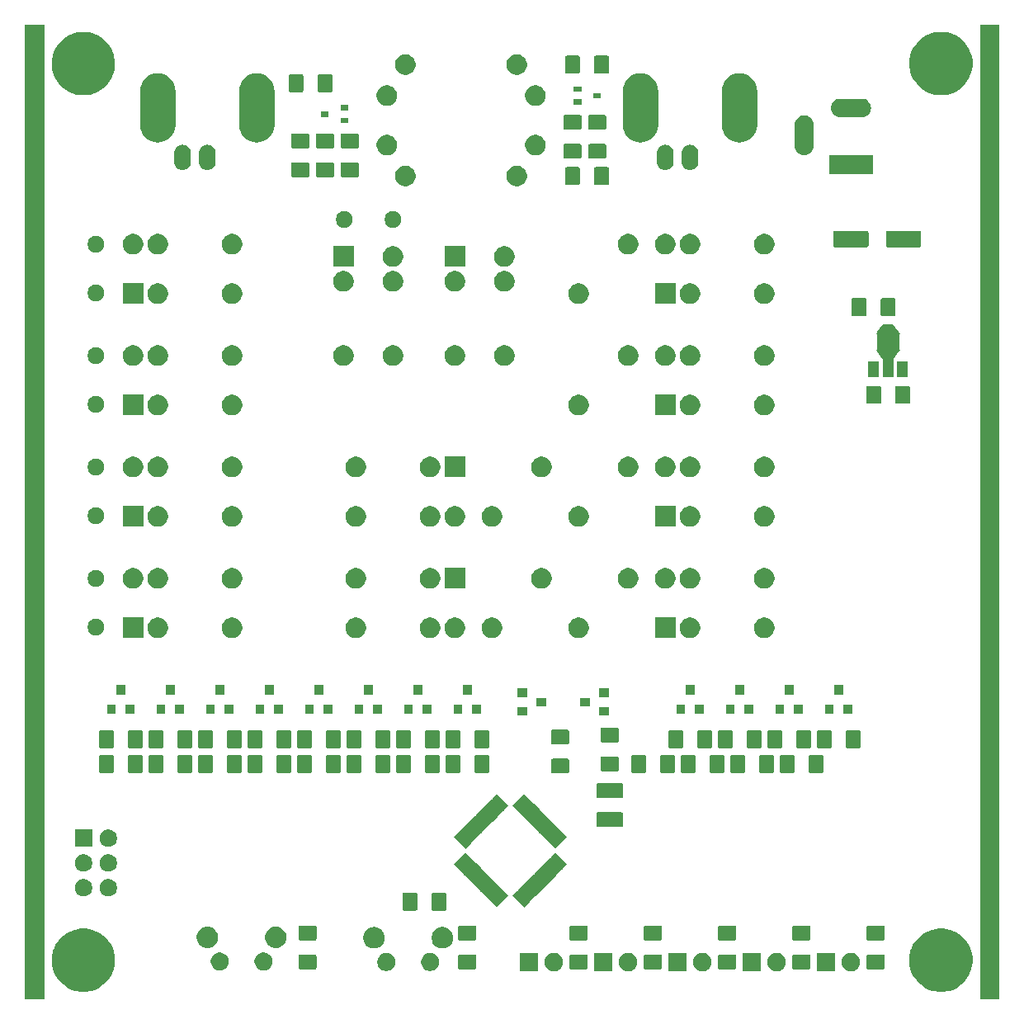
<source format=gbr>
G04 #@! TF.GenerationSoftware,KiCad,Pcbnew,5.1.5+dfsg1-2build2*
G04 #@! TF.CreationDate,2020-12-01T23:40:43+01:00*
G04 #@! TF.ProjectId,ATU,4154552e-6b69-4636-9164-5f7063625858,0*
G04 #@! TF.SameCoordinates,Original*
G04 #@! TF.FileFunction,Soldermask,Top*
G04 #@! TF.FilePolarity,Negative*
%FSLAX46Y46*%
G04 Gerber Fmt 4.6, Leading zero omitted, Abs format (unit mm)*
G04 Created by KiCad (PCBNEW 5.1.5+dfsg1-2build2) date 2020-12-01 23:40:43*
%MOMM*%
%LPD*%
G04 APERTURE LIST*
%ADD10C,0.100000*%
G04 APERTURE END LIST*
D10*
G36*
X139000000Y-142000000D02*
G01*
X137000000Y-142000000D01*
X137000000Y-42000000D01*
X139000000Y-42000000D01*
X139000000Y-142000000D01*
G37*
G36*
X41000000Y-142000000D02*
G01*
X39000000Y-142000000D01*
X39000000Y-42000000D01*
X41000000Y-42000000D01*
X41000000Y-142000000D01*
G37*
G36*
X133550423Y-134794795D02*
G01*
X133948282Y-134873934D01*
X134539926Y-135119001D01*
X134853988Y-135328851D01*
X135072391Y-135474783D01*
X135525217Y-135927609D01*
X135559221Y-135978500D01*
X135880999Y-136460074D01*
X136004689Y-136758689D01*
X136126066Y-137051719D01*
X136251000Y-137679803D01*
X136251000Y-138320197D01*
X136223171Y-138460103D01*
X136126066Y-138948282D01*
X135880999Y-139539926D01*
X135525216Y-140072392D01*
X135072392Y-140525216D01*
X134539926Y-140880999D01*
X133948282Y-141126066D01*
X133634239Y-141188533D01*
X133320197Y-141251000D01*
X132679803Y-141251000D01*
X132365761Y-141188533D01*
X132051718Y-141126066D01*
X131460074Y-140880999D01*
X130927608Y-140525216D01*
X130474784Y-140072392D01*
X130119001Y-139539926D01*
X129873934Y-138948282D01*
X129776829Y-138460103D01*
X129749000Y-138320197D01*
X129749000Y-137679803D01*
X129873934Y-137051719D01*
X129995311Y-136758689D01*
X130119001Y-136460074D01*
X130440779Y-135978500D01*
X130474783Y-135927609D01*
X130927609Y-135474783D01*
X131146012Y-135328851D01*
X131460074Y-135119001D01*
X132051718Y-134873934D01*
X132449577Y-134794795D01*
X132679803Y-134749000D01*
X133320197Y-134749000D01*
X133550423Y-134794795D01*
G37*
G36*
X45550423Y-134794795D02*
G01*
X45948282Y-134873934D01*
X46539926Y-135119001D01*
X46853988Y-135328851D01*
X47072391Y-135474783D01*
X47525217Y-135927609D01*
X47559221Y-135978500D01*
X47880999Y-136460074D01*
X48004689Y-136758689D01*
X48126066Y-137051719D01*
X48251000Y-137679803D01*
X48251000Y-138320197D01*
X48223171Y-138460103D01*
X48126066Y-138948282D01*
X47880999Y-139539926D01*
X47525216Y-140072392D01*
X47072392Y-140525216D01*
X46539926Y-140880999D01*
X45948282Y-141126066D01*
X45634239Y-141188533D01*
X45320197Y-141251000D01*
X44679803Y-141251000D01*
X44365761Y-141188533D01*
X44051718Y-141126066D01*
X43460074Y-140880999D01*
X42927608Y-140525216D01*
X42474784Y-140072392D01*
X42119001Y-139539926D01*
X41873934Y-138948282D01*
X41776829Y-138460103D01*
X41749000Y-138320197D01*
X41749000Y-137679803D01*
X41873934Y-137051719D01*
X41995311Y-136758689D01*
X42119001Y-136460074D01*
X42440779Y-135978500D01*
X42474783Y-135927609D01*
X42927609Y-135474783D01*
X43146012Y-135328851D01*
X43460074Y-135119001D01*
X44051718Y-134873934D01*
X44449577Y-134794795D01*
X44679803Y-134749000D01*
X45320197Y-134749000D01*
X45550423Y-134794795D01*
G37*
G36*
X114551000Y-139141000D02*
G01*
X112649000Y-139141000D01*
X112649000Y-137239000D01*
X114551000Y-137239000D01*
X114551000Y-139141000D01*
G37*
G36*
X122171000Y-139141000D02*
G01*
X120269000Y-139141000D01*
X120269000Y-137239000D01*
X122171000Y-137239000D01*
X122171000Y-139141000D01*
G37*
G36*
X116417395Y-137275546D02*
G01*
X116590466Y-137347234D01*
X116590467Y-137347235D01*
X116746227Y-137451310D01*
X116878690Y-137583773D01*
X116889752Y-137600329D01*
X116982766Y-137739534D01*
X117054454Y-137912605D01*
X117091000Y-138096333D01*
X117091000Y-138283667D01*
X117054454Y-138467395D01*
X116982766Y-138640466D01*
X116982765Y-138640467D01*
X116878690Y-138796227D01*
X116746227Y-138928690D01*
X116667818Y-138981081D01*
X116590466Y-139032766D01*
X116417395Y-139104454D01*
X116233667Y-139141000D01*
X116046333Y-139141000D01*
X115862605Y-139104454D01*
X115689534Y-139032766D01*
X115612182Y-138981081D01*
X115533773Y-138928690D01*
X115401310Y-138796227D01*
X115297235Y-138640467D01*
X115297234Y-138640466D01*
X115225546Y-138467395D01*
X115189000Y-138283667D01*
X115189000Y-138096333D01*
X115225546Y-137912605D01*
X115297234Y-137739534D01*
X115390248Y-137600329D01*
X115401310Y-137583773D01*
X115533773Y-137451310D01*
X115689533Y-137347235D01*
X115689534Y-137347234D01*
X115862605Y-137275546D01*
X116046333Y-137239000D01*
X116233667Y-137239000D01*
X116417395Y-137275546D01*
G37*
G36*
X106931000Y-139141000D02*
G01*
X105029000Y-139141000D01*
X105029000Y-137239000D01*
X106931000Y-137239000D01*
X106931000Y-139141000D01*
G37*
G36*
X108797395Y-137275546D02*
G01*
X108970466Y-137347234D01*
X108970467Y-137347235D01*
X109126227Y-137451310D01*
X109258690Y-137583773D01*
X109269752Y-137600329D01*
X109362766Y-137739534D01*
X109434454Y-137912605D01*
X109471000Y-138096333D01*
X109471000Y-138283667D01*
X109434454Y-138467395D01*
X109362766Y-138640466D01*
X109362765Y-138640467D01*
X109258690Y-138796227D01*
X109126227Y-138928690D01*
X109047818Y-138981081D01*
X108970466Y-139032766D01*
X108797395Y-139104454D01*
X108613667Y-139141000D01*
X108426333Y-139141000D01*
X108242605Y-139104454D01*
X108069534Y-139032766D01*
X107992182Y-138981081D01*
X107913773Y-138928690D01*
X107781310Y-138796227D01*
X107677235Y-138640467D01*
X107677234Y-138640466D01*
X107605546Y-138467395D01*
X107569000Y-138283667D01*
X107569000Y-138096333D01*
X107605546Y-137912605D01*
X107677234Y-137739534D01*
X107770248Y-137600329D01*
X107781310Y-137583773D01*
X107913773Y-137451310D01*
X108069533Y-137347235D01*
X108069534Y-137347234D01*
X108242605Y-137275546D01*
X108426333Y-137239000D01*
X108613667Y-137239000D01*
X108797395Y-137275546D01*
G37*
G36*
X99311000Y-139141000D02*
G01*
X97409000Y-139141000D01*
X97409000Y-137239000D01*
X99311000Y-137239000D01*
X99311000Y-139141000D01*
G37*
G36*
X101177395Y-137275546D02*
G01*
X101350466Y-137347234D01*
X101350467Y-137347235D01*
X101506227Y-137451310D01*
X101638690Y-137583773D01*
X101649752Y-137600329D01*
X101742766Y-137739534D01*
X101814454Y-137912605D01*
X101851000Y-138096333D01*
X101851000Y-138283667D01*
X101814454Y-138467395D01*
X101742766Y-138640466D01*
X101742765Y-138640467D01*
X101638690Y-138796227D01*
X101506227Y-138928690D01*
X101427818Y-138981081D01*
X101350466Y-139032766D01*
X101177395Y-139104454D01*
X100993667Y-139141000D01*
X100806333Y-139141000D01*
X100622605Y-139104454D01*
X100449534Y-139032766D01*
X100372182Y-138981081D01*
X100293773Y-138928690D01*
X100161310Y-138796227D01*
X100057235Y-138640467D01*
X100057234Y-138640466D01*
X99985546Y-138467395D01*
X99949000Y-138283667D01*
X99949000Y-138096333D01*
X99985546Y-137912605D01*
X100057234Y-137739534D01*
X100150248Y-137600329D01*
X100161310Y-137583773D01*
X100293773Y-137451310D01*
X100449533Y-137347235D01*
X100449534Y-137347234D01*
X100622605Y-137275546D01*
X100806333Y-137239000D01*
X100993667Y-137239000D01*
X101177395Y-137275546D01*
G37*
G36*
X91691000Y-139141000D02*
G01*
X89789000Y-139141000D01*
X89789000Y-137239000D01*
X91691000Y-137239000D01*
X91691000Y-139141000D01*
G37*
G36*
X124037395Y-137275546D02*
G01*
X124210466Y-137347234D01*
X124210467Y-137347235D01*
X124366227Y-137451310D01*
X124498690Y-137583773D01*
X124509752Y-137600329D01*
X124602766Y-137739534D01*
X124674454Y-137912605D01*
X124711000Y-138096333D01*
X124711000Y-138283667D01*
X124674454Y-138467395D01*
X124602766Y-138640466D01*
X124602765Y-138640467D01*
X124498690Y-138796227D01*
X124366227Y-138928690D01*
X124287818Y-138981081D01*
X124210466Y-139032766D01*
X124037395Y-139104454D01*
X123853667Y-139141000D01*
X123666333Y-139141000D01*
X123482605Y-139104454D01*
X123309534Y-139032766D01*
X123232182Y-138981081D01*
X123153773Y-138928690D01*
X123021310Y-138796227D01*
X122917235Y-138640467D01*
X122917234Y-138640466D01*
X122845546Y-138467395D01*
X122809000Y-138283667D01*
X122809000Y-138096333D01*
X122845546Y-137912605D01*
X122917234Y-137739534D01*
X123010248Y-137600329D01*
X123021310Y-137583773D01*
X123153773Y-137451310D01*
X123309533Y-137347235D01*
X123309534Y-137347234D01*
X123482605Y-137275546D01*
X123666333Y-137239000D01*
X123853667Y-137239000D01*
X124037395Y-137275546D01*
G37*
G36*
X93557395Y-137275546D02*
G01*
X93730466Y-137347234D01*
X93730467Y-137347235D01*
X93886227Y-137451310D01*
X94018690Y-137583773D01*
X94029752Y-137600329D01*
X94122766Y-137739534D01*
X94194454Y-137912605D01*
X94231000Y-138096333D01*
X94231000Y-138283667D01*
X94194454Y-138467395D01*
X94122766Y-138640466D01*
X94122765Y-138640467D01*
X94018690Y-138796227D01*
X93886227Y-138928690D01*
X93807818Y-138981081D01*
X93730466Y-139032766D01*
X93557395Y-139104454D01*
X93373667Y-139141000D01*
X93186333Y-139141000D01*
X93002605Y-139104454D01*
X92829534Y-139032766D01*
X92752182Y-138981081D01*
X92673773Y-138928690D01*
X92541310Y-138796227D01*
X92437235Y-138640467D01*
X92437234Y-138640466D01*
X92365546Y-138467395D01*
X92329000Y-138283667D01*
X92329000Y-138096333D01*
X92365546Y-137912605D01*
X92437234Y-137739534D01*
X92530248Y-137600329D01*
X92541310Y-137583773D01*
X92673773Y-137451310D01*
X92829533Y-137347235D01*
X92829534Y-137347234D01*
X93002605Y-137275546D01*
X93186333Y-137239000D01*
X93373667Y-137239000D01*
X93557395Y-137275546D01*
G37*
G36*
X80850104Y-137299585D02*
G01*
X81018626Y-137369389D01*
X81170291Y-137470728D01*
X81299272Y-137599709D01*
X81400611Y-137751374D01*
X81470415Y-137919896D01*
X81506000Y-138098797D01*
X81506000Y-138281203D01*
X81470415Y-138460104D01*
X81400611Y-138628626D01*
X81299272Y-138780291D01*
X81170291Y-138909272D01*
X81018626Y-139010611D01*
X80850104Y-139080415D01*
X80671203Y-139116000D01*
X80488797Y-139116000D01*
X80309896Y-139080415D01*
X80141374Y-139010611D01*
X79989709Y-138909272D01*
X79860728Y-138780291D01*
X79759389Y-138628626D01*
X79689585Y-138460104D01*
X79654000Y-138281203D01*
X79654000Y-138098797D01*
X79689585Y-137919896D01*
X79759389Y-137751374D01*
X79860728Y-137599709D01*
X79989709Y-137470728D01*
X80141374Y-137369389D01*
X80309896Y-137299585D01*
X80488797Y-137264000D01*
X80671203Y-137264000D01*
X80850104Y-137299585D01*
G37*
G36*
X76350104Y-137299585D02*
G01*
X76518626Y-137369389D01*
X76670291Y-137470728D01*
X76799272Y-137599709D01*
X76900611Y-137751374D01*
X76970415Y-137919896D01*
X77006000Y-138098797D01*
X77006000Y-138281203D01*
X76970415Y-138460104D01*
X76900611Y-138628626D01*
X76799272Y-138780291D01*
X76670291Y-138909272D01*
X76518626Y-139010611D01*
X76350104Y-139080415D01*
X76171203Y-139116000D01*
X75988797Y-139116000D01*
X75809896Y-139080415D01*
X75641374Y-139010611D01*
X75489709Y-138909272D01*
X75360728Y-138780291D01*
X75259389Y-138628626D01*
X75189585Y-138460104D01*
X75154000Y-138281203D01*
X75154000Y-138098797D01*
X75189585Y-137919896D01*
X75259389Y-137751374D01*
X75360728Y-137599709D01*
X75489709Y-137470728D01*
X75641374Y-137369389D01*
X75809896Y-137299585D01*
X75988797Y-137264000D01*
X76171203Y-137264000D01*
X76350104Y-137299585D01*
G37*
G36*
X59260104Y-137249585D02*
G01*
X59428626Y-137319389D01*
X59580291Y-137420728D01*
X59709272Y-137549709D01*
X59810611Y-137701374D01*
X59880415Y-137869896D01*
X59916000Y-138048797D01*
X59916000Y-138231203D01*
X59880415Y-138410104D01*
X59810611Y-138578626D01*
X59709272Y-138730291D01*
X59580291Y-138859272D01*
X59428626Y-138960611D01*
X59260104Y-139030415D01*
X59081203Y-139066000D01*
X58898797Y-139066000D01*
X58719896Y-139030415D01*
X58551374Y-138960611D01*
X58399709Y-138859272D01*
X58270728Y-138730291D01*
X58169389Y-138578626D01*
X58099585Y-138410104D01*
X58064000Y-138231203D01*
X58064000Y-138048797D01*
X58099585Y-137869896D01*
X58169389Y-137701374D01*
X58270728Y-137549709D01*
X58399709Y-137420728D01*
X58551374Y-137319389D01*
X58719896Y-137249585D01*
X58898797Y-137214000D01*
X59081203Y-137214000D01*
X59260104Y-137249585D01*
G37*
G36*
X63760104Y-137249585D02*
G01*
X63928626Y-137319389D01*
X64080291Y-137420728D01*
X64209272Y-137549709D01*
X64310611Y-137701374D01*
X64380415Y-137869896D01*
X64416000Y-138048797D01*
X64416000Y-138231203D01*
X64380415Y-138410104D01*
X64310611Y-138578626D01*
X64209272Y-138730291D01*
X64080291Y-138859272D01*
X63928626Y-138960611D01*
X63760104Y-139030415D01*
X63581203Y-139066000D01*
X63398797Y-139066000D01*
X63219896Y-139030415D01*
X63051374Y-138960611D01*
X62899709Y-138859272D01*
X62770728Y-138730291D01*
X62669389Y-138578626D01*
X62599585Y-138410104D01*
X62564000Y-138231203D01*
X62564000Y-138048797D01*
X62599585Y-137869896D01*
X62669389Y-137701374D01*
X62770728Y-137549709D01*
X62899709Y-137420728D01*
X63051374Y-137319389D01*
X63219896Y-137249585D01*
X63398797Y-137214000D01*
X63581203Y-137214000D01*
X63760104Y-137249585D01*
G37*
G36*
X85165562Y-137430681D02*
G01*
X85200481Y-137441274D01*
X85232663Y-137458476D01*
X85260873Y-137481627D01*
X85284024Y-137509837D01*
X85301226Y-137542019D01*
X85311819Y-137576938D01*
X85316000Y-137619395D01*
X85316000Y-138760605D01*
X85311819Y-138803062D01*
X85301226Y-138837981D01*
X85284024Y-138870163D01*
X85260873Y-138898373D01*
X85232663Y-138921524D01*
X85200481Y-138938726D01*
X85165562Y-138949319D01*
X85123105Y-138953500D01*
X83656895Y-138953500D01*
X83614438Y-138949319D01*
X83579519Y-138938726D01*
X83547337Y-138921524D01*
X83519127Y-138898373D01*
X83495976Y-138870163D01*
X83478774Y-138837981D01*
X83468181Y-138803062D01*
X83464000Y-138760605D01*
X83464000Y-137619395D01*
X83468181Y-137576938D01*
X83478774Y-137542019D01*
X83495976Y-137509837D01*
X83519127Y-137481627D01*
X83547337Y-137458476D01*
X83579519Y-137441274D01*
X83614438Y-137430681D01*
X83656895Y-137426500D01*
X85123105Y-137426500D01*
X85165562Y-137430681D01*
G37*
G36*
X127075562Y-137430681D02*
G01*
X127110481Y-137441274D01*
X127142663Y-137458476D01*
X127170873Y-137481627D01*
X127194024Y-137509837D01*
X127211226Y-137542019D01*
X127221819Y-137576938D01*
X127226000Y-137619395D01*
X127226000Y-138760605D01*
X127221819Y-138803062D01*
X127211226Y-138837981D01*
X127194024Y-138870163D01*
X127170873Y-138898373D01*
X127142663Y-138921524D01*
X127110481Y-138938726D01*
X127075562Y-138949319D01*
X127033105Y-138953500D01*
X125566895Y-138953500D01*
X125524438Y-138949319D01*
X125489519Y-138938726D01*
X125457337Y-138921524D01*
X125429127Y-138898373D01*
X125405976Y-138870163D01*
X125388774Y-138837981D01*
X125378181Y-138803062D01*
X125374000Y-138760605D01*
X125374000Y-137619395D01*
X125378181Y-137576938D01*
X125388774Y-137542019D01*
X125405976Y-137509837D01*
X125429127Y-137481627D01*
X125457337Y-137458476D01*
X125489519Y-137441274D01*
X125524438Y-137430681D01*
X125566895Y-137426500D01*
X127033105Y-137426500D01*
X127075562Y-137430681D01*
G37*
G36*
X111835562Y-137430681D02*
G01*
X111870481Y-137441274D01*
X111902663Y-137458476D01*
X111930873Y-137481627D01*
X111954024Y-137509837D01*
X111971226Y-137542019D01*
X111981819Y-137576938D01*
X111986000Y-137619395D01*
X111986000Y-138760605D01*
X111981819Y-138803062D01*
X111971226Y-138837981D01*
X111954024Y-138870163D01*
X111930873Y-138898373D01*
X111902663Y-138921524D01*
X111870481Y-138938726D01*
X111835562Y-138949319D01*
X111793105Y-138953500D01*
X110326895Y-138953500D01*
X110284438Y-138949319D01*
X110249519Y-138938726D01*
X110217337Y-138921524D01*
X110189127Y-138898373D01*
X110165976Y-138870163D01*
X110148774Y-138837981D01*
X110138181Y-138803062D01*
X110134000Y-138760605D01*
X110134000Y-137619395D01*
X110138181Y-137576938D01*
X110148774Y-137542019D01*
X110165976Y-137509837D01*
X110189127Y-137481627D01*
X110217337Y-137458476D01*
X110249519Y-137441274D01*
X110284438Y-137430681D01*
X110326895Y-137426500D01*
X111793105Y-137426500D01*
X111835562Y-137430681D01*
G37*
G36*
X104215562Y-137430681D02*
G01*
X104250481Y-137441274D01*
X104282663Y-137458476D01*
X104310873Y-137481627D01*
X104334024Y-137509837D01*
X104351226Y-137542019D01*
X104361819Y-137576938D01*
X104366000Y-137619395D01*
X104366000Y-138760605D01*
X104361819Y-138803062D01*
X104351226Y-138837981D01*
X104334024Y-138870163D01*
X104310873Y-138898373D01*
X104282663Y-138921524D01*
X104250481Y-138938726D01*
X104215562Y-138949319D01*
X104173105Y-138953500D01*
X102706895Y-138953500D01*
X102664438Y-138949319D01*
X102629519Y-138938726D01*
X102597337Y-138921524D01*
X102569127Y-138898373D01*
X102545976Y-138870163D01*
X102528774Y-138837981D01*
X102518181Y-138803062D01*
X102514000Y-138760605D01*
X102514000Y-137619395D01*
X102518181Y-137576938D01*
X102528774Y-137542019D01*
X102545976Y-137509837D01*
X102569127Y-137481627D01*
X102597337Y-137458476D01*
X102629519Y-137441274D01*
X102664438Y-137430681D01*
X102706895Y-137426500D01*
X104173105Y-137426500D01*
X104215562Y-137430681D01*
G37*
G36*
X68775562Y-137430681D02*
G01*
X68810481Y-137441274D01*
X68842663Y-137458476D01*
X68870873Y-137481627D01*
X68894024Y-137509837D01*
X68911226Y-137542019D01*
X68921819Y-137576938D01*
X68926000Y-137619395D01*
X68926000Y-138760605D01*
X68921819Y-138803062D01*
X68911226Y-138837981D01*
X68894024Y-138870163D01*
X68870873Y-138898373D01*
X68842663Y-138921524D01*
X68810481Y-138938726D01*
X68775562Y-138949319D01*
X68733105Y-138953500D01*
X67266895Y-138953500D01*
X67224438Y-138949319D01*
X67189519Y-138938726D01*
X67157337Y-138921524D01*
X67129127Y-138898373D01*
X67105976Y-138870163D01*
X67088774Y-138837981D01*
X67078181Y-138803062D01*
X67074000Y-138760605D01*
X67074000Y-137619395D01*
X67078181Y-137576938D01*
X67088774Y-137542019D01*
X67105976Y-137509837D01*
X67129127Y-137481627D01*
X67157337Y-137458476D01*
X67189519Y-137441274D01*
X67224438Y-137430681D01*
X67266895Y-137426500D01*
X68733105Y-137426500D01*
X68775562Y-137430681D01*
G37*
G36*
X119455562Y-137430681D02*
G01*
X119490481Y-137441274D01*
X119522663Y-137458476D01*
X119550873Y-137481627D01*
X119574024Y-137509837D01*
X119591226Y-137542019D01*
X119601819Y-137576938D01*
X119606000Y-137619395D01*
X119606000Y-138760605D01*
X119601819Y-138803062D01*
X119591226Y-138837981D01*
X119574024Y-138870163D01*
X119550873Y-138898373D01*
X119522663Y-138921524D01*
X119490481Y-138938726D01*
X119455562Y-138949319D01*
X119413105Y-138953500D01*
X117946895Y-138953500D01*
X117904438Y-138949319D01*
X117869519Y-138938726D01*
X117837337Y-138921524D01*
X117809127Y-138898373D01*
X117785976Y-138870163D01*
X117768774Y-138837981D01*
X117758181Y-138803062D01*
X117754000Y-138760605D01*
X117754000Y-137619395D01*
X117758181Y-137576938D01*
X117768774Y-137542019D01*
X117785976Y-137509837D01*
X117809127Y-137481627D01*
X117837337Y-137458476D01*
X117869519Y-137441274D01*
X117904438Y-137430681D01*
X117946895Y-137426500D01*
X119413105Y-137426500D01*
X119455562Y-137430681D01*
G37*
G36*
X96595562Y-137430681D02*
G01*
X96630481Y-137441274D01*
X96662663Y-137458476D01*
X96690873Y-137481627D01*
X96714024Y-137509837D01*
X96731226Y-137542019D01*
X96741819Y-137576938D01*
X96746000Y-137619395D01*
X96746000Y-138760605D01*
X96741819Y-138803062D01*
X96731226Y-138837981D01*
X96714024Y-138870163D01*
X96690873Y-138898373D01*
X96662663Y-138921524D01*
X96630481Y-138938726D01*
X96595562Y-138949319D01*
X96553105Y-138953500D01*
X95086895Y-138953500D01*
X95044438Y-138949319D01*
X95009519Y-138938726D01*
X94977337Y-138921524D01*
X94949127Y-138898373D01*
X94925976Y-138870163D01*
X94908774Y-138837981D01*
X94898181Y-138803062D01*
X94894000Y-138760605D01*
X94894000Y-137619395D01*
X94898181Y-137576938D01*
X94908774Y-137542019D01*
X94925976Y-137509837D01*
X94949127Y-137481627D01*
X94977337Y-137458476D01*
X95009519Y-137441274D01*
X95044438Y-137430681D01*
X95086895Y-137426500D01*
X96553105Y-137426500D01*
X96595562Y-137430681D01*
G37*
G36*
X82044794Y-134620155D02*
G01*
X82151150Y-134641311D01*
X82230809Y-134674307D01*
X82351520Y-134724307D01*
X82531844Y-134844795D01*
X82685205Y-134998156D01*
X82805693Y-135178480D01*
X82805693Y-135178481D01*
X82867979Y-135328851D01*
X82888689Y-135378851D01*
X82931000Y-135591560D01*
X82931000Y-135808440D01*
X82920151Y-135862981D01*
X82888689Y-136021150D01*
X82860454Y-136089315D01*
X82805693Y-136221520D01*
X82685205Y-136401844D01*
X82531844Y-136555205D01*
X82351520Y-136675693D01*
X82286524Y-136702615D01*
X82151150Y-136758689D01*
X82044795Y-136779844D01*
X81938440Y-136801000D01*
X81721560Y-136801000D01*
X81615205Y-136779844D01*
X81508850Y-136758689D01*
X81373476Y-136702615D01*
X81308480Y-136675693D01*
X81128156Y-136555205D01*
X80974795Y-136401844D01*
X80854307Y-136221520D01*
X80799546Y-136089315D01*
X80771311Y-136021150D01*
X80739849Y-135862981D01*
X80729000Y-135808440D01*
X80729000Y-135591560D01*
X80771311Y-135378851D01*
X80792022Y-135328851D01*
X80854307Y-135178481D01*
X80854307Y-135178480D01*
X80974795Y-134998156D01*
X81128156Y-134844795D01*
X81308480Y-134724307D01*
X81429191Y-134674307D01*
X81508850Y-134641311D01*
X81615206Y-134620155D01*
X81721560Y-134599000D01*
X81938440Y-134599000D01*
X82044794Y-134620155D01*
G37*
G36*
X75034794Y-134620155D02*
G01*
X75141150Y-134641311D01*
X75220809Y-134674307D01*
X75341520Y-134724307D01*
X75521844Y-134844795D01*
X75675205Y-134998156D01*
X75795693Y-135178480D01*
X75795693Y-135178481D01*
X75857979Y-135328851D01*
X75878689Y-135378851D01*
X75921000Y-135591560D01*
X75921000Y-135808440D01*
X75910151Y-135862981D01*
X75878689Y-136021150D01*
X75850454Y-136089315D01*
X75795693Y-136221520D01*
X75675205Y-136401844D01*
X75521844Y-136555205D01*
X75341520Y-136675693D01*
X75276524Y-136702615D01*
X75141150Y-136758689D01*
X75034795Y-136779844D01*
X74928440Y-136801000D01*
X74711560Y-136801000D01*
X74605205Y-136779844D01*
X74498850Y-136758689D01*
X74363476Y-136702615D01*
X74298480Y-136675693D01*
X74118156Y-136555205D01*
X73964795Y-136401844D01*
X73844307Y-136221520D01*
X73789546Y-136089315D01*
X73761311Y-136021150D01*
X73729849Y-135862981D01*
X73719000Y-135808440D01*
X73719000Y-135591560D01*
X73761311Y-135378851D01*
X73782022Y-135328851D01*
X73844307Y-135178481D01*
X73844307Y-135178480D01*
X73964795Y-134998156D01*
X74118156Y-134844795D01*
X74298480Y-134724307D01*
X74419191Y-134674307D01*
X74498850Y-134641311D01*
X74605206Y-134620155D01*
X74711560Y-134599000D01*
X74928440Y-134599000D01*
X75034794Y-134620155D01*
G37*
G36*
X64939026Y-134567019D02*
G01*
X65061150Y-134591311D01*
X65122869Y-134616876D01*
X65261520Y-134674307D01*
X65441844Y-134794795D01*
X65595205Y-134948156D01*
X65715693Y-135128480D01*
X65798689Y-135328851D01*
X65841000Y-135541560D01*
X65841000Y-135758440D01*
X65830022Y-135813629D01*
X65798689Y-135971150D01*
X65777978Y-136021150D01*
X65715693Y-136171520D01*
X65595205Y-136351844D01*
X65441844Y-136505205D01*
X65261520Y-136625693D01*
X65194972Y-136653258D01*
X65061150Y-136708689D01*
X64954794Y-136729845D01*
X64848440Y-136751000D01*
X64631560Y-136751000D01*
X64525206Y-136729845D01*
X64418850Y-136708689D01*
X64285028Y-136653258D01*
X64218480Y-136625693D01*
X64038156Y-136505205D01*
X63884795Y-136351844D01*
X63764307Y-136171520D01*
X63702022Y-136021150D01*
X63681311Y-135971150D01*
X63649978Y-135813629D01*
X63639000Y-135758440D01*
X63639000Y-135541560D01*
X63681311Y-135328851D01*
X63764307Y-135128480D01*
X63884795Y-134948156D01*
X64038156Y-134794795D01*
X64218480Y-134674307D01*
X64357131Y-134616876D01*
X64418850Y-134591311D01*
X64540974Y-134567019D01*
X64631560Y-134549000D01*
X64848440Y-134549000D01*
X64939026Y-134567019D01*
G37*
G36*
X57929026Y-134567019D02*
G01*
X58051150Y-134591311D01*
X58112869Y-134616876D01*
X58251520Y-134674307D01*
X58431844Y-134794795D01*
X58585205Y-134948156D01*
X58705693Y-135128480D01*
X58788689Y-135328851D01*
X58831000Y-135541560D01*
X58831000Y-135758440D01*
X58820022Y-135813629D01*
X58788689Y-135971150D01*
X58767978Y-136021150D01*
X58705693Y-136171520D01*
X58585205Y-136351844D01*
X58431844Y-136505205D01*
X58251520Y-136625693D01*
X58184972Y-136653258D01*
X58051150Y-136708689D01*
X57944794Y-136729845D01*
X57838440Y-136751000D01*
X57621560Y-136751000D01*
X57515206Y-136729845D01*
X57408850Y-136708689D01*
X57275028Y-136653258D01*
X57208480Y-136625693D01*
X57028156Y-136505205D01*
X56874795Y-136351844D01*
X56754307Y-136171520D01*
X56692022Y-136021150D01*
X56671311Y-135971150D01*
X56639978Y-135813629D01*
X56629000Y-135758440D01*
X56629000Y-135541560D01*
X56671311Y-135328851D01*
X56754307Y-135128480D01*
X56874795Y-134948156D01*
X57028156Y-134794795D01*
X57208480Y-134674307D01*
X57347131Y-134616876D01*
X57408850Y-134591311D01*
X57530974Y-134567019D01*
X57621560Y-134549000D01*
X57838440Y-134549000D01*
X57929026Y-134567019D01*
G37*
G36*
X127075562Y-134455681D02*
G01*
X127110481Y-134466274D01*
X127142663Y-134483476D01*
X127170873Y-134506627D01*
X127194024Y-134534837D01*
X127211226Y-134567019D01*
X127221819Y-134601938D01*
X127226000Y-134644395D01*
X127226000Y-135785605D01*
X127221819Y-135828062D01*
X127211226Y-135862981D01*
X127194024Y-135895163D01*
X127170873Y-135923373D01*
X127142663Y-135946524D01*
X127110481Y-135963726D01*
X127075562Y-135974319D01*
X127033105Y-135978500D01*
X125566895Y-135978500D01*
X125524438Y-135974319D01*
X125489519Y-135963726D01*
X125457337Y-135946524D01*
X125429127Y-135923373D01*
X125405976Y-135895163D01*
X125388774Y-135862981D01*
X125378181Y-135828062D01*
X125374000Y-135785605D01*
X125374000Y-134644395D01*
X125378181Y-134601938D01*
X125388774Y-134567019D01*
X125405976Y-134534837D01*
X125429127Y-134506627D01*
X125457337Y-134483476D01*
X125489519Y-134466274D01*
X125524438Y-134455681D01*
X125566895Y-134451500D01*
X127033105Y-134451500D01*
X127075562Y-134455681D01*
G37*
G36*
X96595562Y-134455681D02*
G01*
X96630481Y-134466274D01*
X96662663Y-134483476D01*
X96690873Y-134506627D01*
X96714024Y-134534837D01*
X96731226Y-134567019D01*
X96741819Y-134601938D01*
X96746000Y-134644395D01*
X96746000Y-135785605D01*
X96741819Y-135828062D01*
X96731226Y-135862981D01*
X96714024Y-135895163D01*
X96690873Y-135923373D01*
X96662663Y-135946524D01*
X96630481Y-135963726D01*
X96595562Y-135974319D01*
X96553105Y-135978500D01*
X95086895Y-135978500D01*
X95044438Y-135974319D01*
X95009519Y-135963726D01*
X94977337Y-135946524D01*
X94949127Y-135923373D01*
X94925976Y-135895163D01*
X94908774Y-135862981D01*
X94898181Y-135828062D01*
X94894000Y-135785605D01*
X94894000Y-134644395D01*
X94898181Y-134601938D01*
X94908774Y-134567019D01*
X94925976Y-134534837D01*
X94949127Y-134506627D01*
X94977337Y-134483476D01*
X95009519Y-134466274D01*
X95044438Y-134455681D01*
X95086895Y-134451500D01*
X96553105Y-134451500D01*
X96595562Y-134455681D01*
G37*
G36*
X85165562Y-134455681D02*
G01*
X85200481Y-134466274D01*
X85232663Y-134483476D01*
X85260873Y-134506627D01*
X85284024Y-134534837D01*
X85301226Y-134567019D01*
X85311819Y-134601938D01*
X85316000Y-134644395D01*
X85316000Y-135785605D01*
X85311819Y-135828062D01*
X85301226Y-135862981D01*
X85284024Y-135895163D01*
X85260873Y-135923373D01*
X85232663Y-135946524D01*
X85200481Y-135963726D01*
X85165562Y-135974319D01*
X85123105Y-135978500D01*
X83656895Y-135978500D01*
X83614438Y-135974319D01*
X83579519Y-135963726D01*
X83547337Y-135946524D01*
X83519127Y-135923373D01*
X83495976Y-135895163D01*
X83478774Y-135862981D01*
X83468181Y-135828062D01*
X83464000Y-135785605D01*
X83464000Y-134644395D01*
X83468181Y-134601938D01*
X83478774Y-134567019D01*
X83495976Y-134534837D01*
X83519127Y-134506627D01*
X83547337Y-134483476D01*
X83579519Y-134466274D01*
X83614438Y-134455681D01*
X83656895Y-134451500D01*
X85123105Y-134451500D01*
X85165562Y-134455681D01*
G37*
G36*
X68775562Y-134455681D02*
G01*
X68810481Y-134466274D01*
X68842663Y-134483476D01*
X68870873Y-134506627D01*
X68894024Y-134534837D01*
X68911226Y-134567019D01*
X68921819Y-134601938D01*
X68926000Y-134644395D01*
X68926000Y-135785605D01*
X68921819Y-135828062D01*
X68911226Y-135862981D01*
X68894024Y-135895163D01*
X68870873Y-135923373D01*
X68842663Y-135946524D01*
X68810481Y-135963726D01*
X68775562Y-135974319D01*
X68733105Y-135978500D01*
X67266895Y-135978500D01*
X67224438Y-135974319D01*
X67189519Y-135963726D01*
X67157337Y-135946524D01*
X67129127Y-135923373D01*
X67105976Y-135895163D01*
X67088774Y-135862981D01*
X67078181Y-135828062D01*
X67074000Y-135785605D01*
X67074000Y-134644395D01*
X67078181Y-134601938D01*
X67088774Y-134567019D01*
X67105976Y-134534837D01*
X67129127Y-134506627D01*
X67157337Y-134483476D01*
X67189519Y-134466274D01*
X67224438Y-134455681D01*
X67266895Y-134451500D01*
X68733105Y-134451500D01*
X68775562Y-134455681D01*
G37*
G36*
X111835562Y-134455681D02*
G01*
X111870481Y-134466274D01*
X111902663Y-134483476D01*
X111930873Y-134506627D01*
X111954024Y-134534837D01*
X111971226Y-134567019D01*
X111981819Y-134601938D01*
X111986000Y-134644395D01*
X111986000Y-135785605D01*
X111981819Y-135828062D01*
X111971226Y-135862981D01*
X111954024Y-135895163D01*
X111930873Y-135923373D01*
X111902663Y-135946524D01*
X111870481Y-135963726D01*
X111835562Y-135974319D01*
X111793105Y-135978500D01*
X110326895Y-135978500D01*
X110284438Y-135974319D01*
X110249519Y-135963726D01*
X110217337Y-135946524D01*
X110189127Y-135923373D01*
X110165976Y-135895163D01*
X110148774Y-135862981D01*
X110138181Y-135828062D01*
X110134000Y-135785605D01*
X110134000Y-134644395D01*
X110138181Y-134601938D01*
X110148774Y-134567019D01*
X110165976Y-134534837D01*
X110189127Y-134506627D01*
X110217337Y-134483476D01*
X110249519Y-134466274D01*
X110284438Y-134455681D01*
X110326895Y-134451500D01*
X111793105Y-134451500D01*
X111835562Y-134455681D01*
G37*
G36*
X119455562Y-134455681D02*
G01*
X119490481Y-134466274D01*
X119522663Y-134483476D01*
X119550873Y-134506627D01*
X119574024Y-134534837D01*
X119591226Y-134567019D01*
X119601819Y-134601938D01*
X119606000Y-134644395D01*
X119606000Y-135785605D01*
X119601819Y-135828062D01*
X119591226Y-135862981D01*
X119574024Y-135895163D01*
X119550873Y-135923373D01*
X119522663Y-135946524D01*
X119490481Y-135963726D01*
X119455562Y-135974319D01*
X119413105Y-135978500D01*
X117946895Y-135978500D01*
X117904438Y-135974319D01*
X117869519Y-135963726D01*
X117837337Y-135946524D01*
X117809127Y-135923373D01*
X117785976Y-135895163D01*
X117768774Y-135862981D01*
X117758181Y-135828062D01*
X117754000Y-135785605D01*
X117754000Y-134644395D01*
X117758181Y-134601938D01*
X117768774Y-134567019D01*
X117785976Y-134534837D01*
X117809127Y-134506627D01*
X117837337Y-134483476D01*
X117869519Y-134466274D01*
X117904438Y-134455681D01*
X117946895Y-134451500D01*
X119413105Y-134451500D01*
X119455562Y-134455681D01*
G37*
G36*
X104215562Y-134455681D02*
G01*
X104250481Y-134466274D01*
X104282663Y-134483476D01*
X104310873Y-134506627D01*
X104334024Y-134534837D01*
X104351226Y-134567019D01*
X104361819Y-134601938D01*
X104366000Y-134644395D01*
X104366000Y-135785605D01*
X104361819Y-135828062D01*
X104351226Y-135862981D01*
X104334024Y-135895163D01*
X104310873Y-135923373D01*
X104282663Y-135946524D01*
X104250481Y-135963726D01*
X104215562Y-135974319D01*
X104173105Y-135978500D01*
X102706895Y-135978500D01*
X102664438Y-135974319D01*
X102629519Y-135963726D01*
X102597337Y-135946524D01*
X102569127Y-135923373D01*
X102545976Y-135895163D01*
X102528774Y-135862981D01*
X102518181Y-135828062D01*
X102514000Y-135785605D01*
X102514000Y-134644395D01*
X102518181Y-134601938D01*
X102528774Y-134567019D01*
X102545976Y-134534837D01*
X102569127Y-134506627D01*
X102597337Y-134483476D01*
X102629519Y-134466274D01*
X102664438Y-134455681D01*
X102706895Y-134451500D01*
X104173105Y-134451500D01*
X104215562Y-134455681D01*
G37*
G36*
X82100562Y-131078181D02*
G01*
X82135481Y-131088774D01*
X82167663Y-131105976D01*
X82195873Y-131129127D01*
X82219024Y-131157337D01*
X82236226Y-131189519D01*
X82246819Y-131224438D01*
X82251000Y-131266895D01*
X82251000Y-132733105D01*
X82246819Y-132775562D01*
X82236226Y-132810481D01*
X82219024Y-132842663D01*
X82195873Y-132870873D01*
X82167663Y-132894024D01*
X82135481Y-132911226D01*
X82100562Y-132921819D01*
X82058105Y-132926000D01*
X80916895Y-132926000D01*
X80874438Y-132921819D01*
X80839519Y-132911226D01*
X80807337Y-132894024D01*
X80779127Y-132870873D01*
X80755976Y-132842663D01*
X80738774Y-132810481D01*
X80728181Y-132775562D01*
X80724000Y-132733105D01*
X80724000Y-131266895D01*
X80728181Y-131224438D01*
X80738774Y-131189519D01*
X80755976Y-131157337D01*
X80779127Y-131129127D01*
X80807337Y-131105976D01*
X80839519Y-131088774D01*
X80874438Y-131078181D01*
X80916895Y-131074000D01*
X82058105Y-131074000D01*
X82100562Y-131078181D01*
G37*
G36*
X79125562Y-131078181D02*
G01*
X79160481Y-131088774D01*
X79192663Y-131105976D01*
X79220873Y-131129127D01*
X79244024Y-131157337D01*
X79261226Y-131189519D01*
X79271819Y-131224438D01*
X79276000Y-131266895D01*
X79276000Y-132733105D01*
X79271819Y-132775562D01*
X79261226Y-132810481D01*
X79244024Y-132842663D01*
X79220873Y-132870873D01*
X79192663Y-132894024D01*
X79160481Y-132911226D01*
X79125562Y-132921819D01*
X79083105Y-132926000D01*
X77941895Y-132926000D01*
X77899438Y-132921819D01*
X77864519Y-132911226D01*
X77832337Y-132894024D01*
X77804127Y-132870873D01*
X77780976Y-132842663D01*
X77763774Y-132810481D01*
X77753181Y-132775562D01*
X77749000Y-132733105D01*
X77749000Y-131266895D01*
X77753181Y-131224438D01*
X77763774Y-131189519D01*
X77780976Y-131157337D01*
X77804127Y-131129127D01*
X77832337Y-131105976D01*
X77864519Y-131088774D01*
X77899438Y-131078181D01*
X77941895Y-131074000D01*
X79083105Y-131074000D01*
X79125562Y-131078181D01*
G37*
G36*
X94652368Y-128156536D02*
G01*
X94191334Y-128617570D01*
X94086682Y-128722221D01*
X93625648Y-129183255D01*
X93520997Y-129287907D01*
X91362907Y-131445997D01*
X91258255Y-131550648D01*
X90797221Y-132011682D01*
X90692570Y-132116334D01*
X90231536Y-132577368D01*
X89028040Y-131373872D01*
X89489074Y-130912838D01*
X89489075Y-130912839D01*
X89505339Y-130896575D01*
X89505348Y-130896564D01*
X89593726Y-130808187D01*
X89593725Y-130808186D01*
X90054759Y-130347152D01*
X90054760Y-130347153D01*
X90143137Y-130258775D01*
X90143148Y-130258766D01*
X90159412Y-130242502D01*
X90159411Y-130242501D01*
X90620445Y-129781467D01*
X90620446Y-129781468D01*
X90708833Y-129693080D01*
X90725097Y-129676817D01*
X90725096Y-129676816D01*
X91186130Y-129215782D01*
X91186131Y-129215783D01*
X91290783Y-129111131D01*
X91290782Y-129111130D01*
X91751816Y-128650096D01*
X91751817Y-128650097D01*
X91840204Y-128561709D01*
X91856468Y-128545446D01*
X91856467Y-128545445D01*
X92317501Y-128084411D01*
X92317502Y-128084412D01*
X92333766Y-128068148D01*
X92333775Y-128068137D01*
X92422153Y-127979760D01*
X92422152Y-127979759D01*
X92883186Y-127518725D01*
X92883187Y-127518726D01*
X92971564Y-127430348D01*
X92971575Y-127430339D01*
X92987839Y-127414075D01*
X92987838Y-127414074D01*
X93448872Y-126953040D01*
X94652368Y-128156536D01*
G37*
G36*
X84682162Y-127414074D02*
G01*
X84682162Y-127414075D01*
X84698426Y-127430339D01*
X84698432Y-127430344D01*
X84786814Y-127518726D01*
X84786814Y-127518725D01*
X85247848Y-127979759D01*
X85247848Y-127979760D01*
X85336230Y-128068142D01*
X85336235Y-128068148D01*
X85352499Y-128084412D01*
X85352499Y-128084411D01*
X85813533Y-128545445D01*
X85813533Y-128545446D01*
X85918184Y-128650097D01*
X85918184Y-128650096D01*
X86379218Y-129111130D01*
X86379218Y-129111131D01*
X86483870Y-129215783D01*
X86483870Y-129215782D01*
X86944904Y-129676816D01*
X86944904Y-129676817D01*
X87049555Y-129781468D01*
X87049555Y-129781467D01*
X87510589Y-130242501D01*
X87510589Y-130242502D01*
X87526853Y-130258766D01*
X87526859Y-130258771D01*
X87615241Y-130347153D01*
X87615241Y-130347152D01*
X88076275Y-130808186D01*
X88076275Y-130808187D01*
X88164657Y-130896569D01*
X88164662Y-130896575D01*
X88180926Y-130912839D01*
X88180926Y-130912838D01*
X88641960Y-131373872D01*
X87438464Y-132577368D01*
X86977430Y-132116334D01*
X86977431Y-132116334D01*
X86889049Y-132027952D01*
X86889044Y-132027946D01*
X86872780Y-132011682D01*
X86872779Y-132011682D01*
X86411745Y-131550648D01*
X86411746Y-131550648D01*
X86395482Y-131534384D01*
X86395476Y-131534379D01*
X86307094Y-131445997D01*
X86307093Y-131445997D01*
X85846059Y-130984963D01*
X85846060Y-130984963D01*
X85741409Y-130880312D01*
X85741408Y-130880312D01*
X85280374Y-130419278D01*
X85280375Y-130419278D01*
X85175723Y-130314626D01*
X85175722Y-130314626D01*
X84714688Y-129853592D01*
X84714689Y-129853592D01*
X84610038Y-129748941D01*
X84610037Y-129748941D01*
X84149003Y-129287907D01*
X84149004Y-129287907D01*
X84060622Y-129199525D01*
X84060617Y-129199519D01*
X84044353Y-129183255D01*
X84044352Y-129183255D01*
X83583318Y-128722221D01*
X83583319Y-128722221D01*
X83567055Y-128705957D01*
X83567049Y-128705952D01*
X83478667Y-128617570D01*
X83478666Y-128617570D01*
X83017632Y-128156536D01*
X84221128Y-126953040D01*
X84682162Y-127414074D01*
G37*
G36*
X45133512Y-129673927D02*
G01*
X45282812Y-129703624D01*
X45446784Y-129771544D01*
X45594354Y-129870147D01*
X45719853Y-129995646D01*
X45818456Y-130143216D01*
X45886376Y-130307188D01*
X45921000Y-130481259D01*
X45921000Y-130658741D01*
X45886376Y-130832812D01*
X45818456Y-130996784D01*
X45719853Y-131144354D01*
X45594354Y-131269853D01*
X45446784Y-131368456D01*
X45282812Y-131436376D01*
X45133512Y-131466073D01*
X45108742Y-131471000D01*
X44931258Y-131471000D01*
X44906488Y-131466073D01*
X44757188Y-131436376D01*
X44593216Y-131368456D01*
X44445646Y-131269853D01*
X44320147Y-131144354D01*
X44221544Y-130996784D01*
X44153624Y-130832812D01*
X44119000Y-130658741D01*
X44119000Y-130481259D01*
X44153624Y-130307188D01*
X44221544Y-130143216D01*
X44320147Y-129995646D01*
X44445646Y-129870147D01*
X44593216Y-129771544D01*
X44757188Y-129703624D01*
X44906488Y-129673927D01*
X44931258Y-129669000D01*
X45108742Y-129669000D01*
X45133512Y-129673927D01*
G37*
G36*
X47673512Y-129673927D02*
G01*
X47822812Y-129703624D01*
X47986784Y-129771544D01*
X48134354Y-129870147D01*
X48259853Y-129995646D01*
X48358456Y-130143216D01*
X48426376Y-130307188D01*
X48461000Y-130481259D01*
X48461000Y-130658741D01*
X48426376Y-130832812D01*
X48358456Y-130996784D01*
X48259853Y-131144354D01*
X48134354Y-131269853D01*
X47986784Y-131368456D01*
X47822812Y-131436376D01*
X47673512Y-131466073D01*
X47648742Y-131471000D01*
X47471258Y-131471000D01*
X47446488Y-131466073D01*
X47297188Y-131436376D01*
X47133216Y-131368456D01*
X46985646Y-131269853D01*
X46860147Y-131144354D01*
X46761544Y-130996784D01*
X46693624Y-130832812D01*
X46659000Y-130658741D01*
X46659000Y-130481259D01*
X46693624Y-130307188D01*
X46761544Y-130143216D01*
X46860147Y-129995646D01*
X46985646Y-129870147D01*
X47133216Y-129771544D01*
X47297188Y-129703624D01*
X47446488Y-129673927D01*
X47471258Y-129669000D01*
X47648742Y-129669000D01*
X47673512Y-129673927D01*
G37*
G36*
X45133512Y-127133927D02*
G01*
X45282812Y-127163624D01*
X45446784Y-127231544D01*
X45594354Y-127330147D01*
X45719853Y-127455646D01*
X45818456Y-127603216D01*
X45886376Y-127767188D01*
X45921000Y-127941259D01*
X45921000Y-128118741D01*
X45886376Y-128292812D01*
X45818456Y-128456784D01*
X45719853Y-128604354D01*
X45594354Y-128729853D01*
X45446784Y-128828456D01*
X45282812Y-128896376D01*
X45133512Y-128926073D01*
X45108742Y-128931000D01*
X44931258Y-128931000D01*
X44906488Y-128926073D01*
X44757188Y-128896376D01*
X44593216Y-128828456D01*
X44445646Y-128729853D01*
X44320147Y-128604354D01*
X44221544Y-128456784D01*
X44153624Y-128292812D01*
X44119000Y-128118741D01*
X44119000Y-127941259D01*
X44153624Y-127767188D01*
X44221544Y-127603216D01*
X44320147Y-127455646D01*
X44445646Y-127330147D01*
X44593216Y-127231544D01*
X44757188Y-127163624D01*
X44906488Y-127133927D01*
X44931258Y-127129000D01*
X45108742Y-127129000D01*
X45133512Y-127133927D01*
G37*
G36*
X47673512Y-127133927D02*
G01*
X47822812Y-127163624D01*
X47986784Y-127231544D01*
X48134354Y-127330147D01*
X48259853Y-127455646D01*
X48358456Y-127603216D01*
X48426376Y-127767188D01*
X48461000Y-127941259D01*
X48461000Y-128118741D01*
X48426376Y-128292812D01*
X48358456Y-128456784D01*
X48259853Y-128604354D01*
X48134354Y-128729853D01*
X47986784Y-128828456D01*
X47822812Y-128896376D01*
X47673512Y-128926073D01*
X47648742Y-128931000D01*
X47471258Y-128931000D01*
X47446488Y-128926073D01*
X47297188Y-128896376D01*
X47133216Y-128828456D01*
X46985646Y-128729853D01*
X46860147Y-128604354D01*
X46761544Y-128456784D01*
X46693624Y-128292812D01*
X46659000Y-128118741D01*
X46659000Y-127941259D01*
X46693624Y-127767188D01*
X46761544Y-127603216D01*
X46860147Y-127455646D01*
X46985646Y-127330147D01*
X47133216Y-127231544D01*
X47297188Y-127163624D01*
X47446488Y-127133927D01*
X47471258Y-127129000D01*
X47648742Y-127129000D01*
X47673512Y-127133927D01*
G37*
G36*
X88641960Y-122146128D02*
G01*
X88164662Y-122623426D01*
X88076275Y-122711814D01*
X87615241Y-123172848D01*
X87526853Y-123261235D01*
X87049555Y-123738533D01*
X86961167Y-123826920D01*
X86944904Y-123843184D01*
X85918184Y-124869904D01*
X85829796Y-124958291D01*
X85813533Y-124974555D01*
X85336235Y-125451853D01*
X85247848Y-125540241D01*
X84786814Y-126001275D01*
X84698426Y-126089662D01*
X84221128Y-126566960D01*
X83017632Y-125363464D01*
X83478666Y-124902430D01*
X83478667Y-124902431D01*
X83567044Y-124814053D01*
X83567055Y-124814044D01*
X83583319Y-124797780D01*
X83583318Y-124797779D01*
X84044352Y-124336745D01*
X84044353Y-124336746D01*
X84060617Y-124320482D01*
X84060626Y-124320471D01*
X84149004Y-124232094D01*
X84149003Y-124232093D01*
X84610037Y-123771059D01*
X84610038Y-123771060D01*
X84714689Y-123666409D01*
X84714688Y-123666408D01*
X85175722Y-123205374D01*
X85175723Y-123205375D01*
X85280375Y-123100723D01*
X85280374Y-123100722D01*
X85741408Y-122639688D01*
X85741409Y-122639689D01*
X85846060Y-122535038D01*
X85846059Y-122535037D01*
X86307093Y-122074003D01*
X86307094Y-122074004D01*
X86395471Y-121985626D01*
X86395482Y-121985617D01*
X86411746Y-121969353D01*
X86411745Y-121969352D01*
X86872779Y-121508318D01*
X86872780Y-121508319D01*
X86889044Y-121492055D01*
X86889053Y-121492044D01*
X86977431Y-121403667D01*
X86977430Y-121403666D01*
X87438464Y-120942632D01*
X88641960Y-122146128D01*
G37*
G36*
X90692570Y-121403666D02*
G01*
X90692570Y-121403667D01*
X90780952Y-121492049D01*
X90780957Y-121492055D01*
X90797221Y-121508319D01*
X90797221Y-121508318D01*
X91258255Y-121969352D01*
X91258255Y-121969353D01*
X91274519Y-121985617D01*
X91274525Y-121985622D01*
X91362907Y-122074004D01*
X91362907Y-122074003D01*
X91823941Y-122535037D01*
X91823941Y-122535038D01*
X91928592Y-122639689D01*
X91928592Y-122639688D01*
X92389626Y-123100722D01*
X92389626Y-123100723D01*
X92494278Y-123205375D01*
X92494278Y-123205374D01*
X92955312Y-123666408D01*
X92955312Y-123666409D01*
X93059963Y-123771060D01*
X93059963Y-123771059D01*
X93520997Y-124232093D01*
X93520997Y-124232094D01*
X93609379Y-124320476D01*
X93609384Y-124320482D01*
X93625648Y-124336746D01*
X93625648Y-124336745D01*
X94086682Y-124797779D01*
X94086682Y-124797780D01*
X94102946Y-124814044D01*
X94102952Y-124814049D01*
X94191334Y-124902431D01*
X94191334Y-124902430D01*
X94652368Y-125363464D01*
X93448872Y-126566960D01*
X92987838Y-126105926D01*
X92987839Y-126105926D01*
X92971575Y-126089662D01*
X92971569Y-126089657D01*
X92883187Y-126001275D01*
X92883186Y-126001275D01*
X92422152Y-125540241D01*
X92422153Y-125540241D01*
X92333771Y-125451859D01*
X92333766Y-125451853D01*
X92317502Y-125435589D01*
X92317501Y-125435589D01*
X91856467Y-124974555D01*
X91856468Y-124974555D01*
X91751817Y-124869904D01*
X91751816Y-124869904D01*
X91290782Y-124408870D01*
X91290783Y-124408870D01*
X91186131Y-124304218D01*
X91186130Y-124304218D01*
X90725096Y-123843184D01*
X90725097Y-123843184D01*
X90620446Y-123738533D01*
X90620445Y-123738533D01*
X90159411Y-123277499D01*
X90159412Y-123277499D01*
X90143148Y-123261235D01*
X90143142Y-123261230D01*
X90054760Y-123172848D01*
X90054759Y-123172848D01*
X89593725Y-122711814D01*
X89593726Y-122711814D01*
X89505344Y-122623432D01*
X89505339Y-122623426D01*
X89489075Y-122607162D01*
X89489074Y-122607162D01*
X89028040Y-122146128D01*
X90231536Y-120942632D01*
X90692570Y-121403666D01*
G37*
G36*
X45921000Y-126391000D02*
G01*
X44119000Y-126391000D01*
X44119000Y-124589000D01*
X45921000Y-124589000D01*
X45921000Y-126391000D01*
G37*
G36*
X47673512Y-124593927D02*
G01*
X47822812Y-124623624D01*
X47986784Y-124691544D01*
X48134354Y-124790147D01*
X48259853Y-124915646D01*
X48358456Y-125063216D01*
X48426376Y-125227188D01*
X48461000Y-125401259D01*
X48461000Y-125578741D01*
X48426376Y-125752812D01*
X48358456Y-125916784D01*
X48259853Y-126064354D01*
X48134354Y-126189853D01*
X47986784Y-126288456D01*
X47822812Y-126356376D01*
X47673512Y-126386073D01*
X47648742Y-126391000D01*
X47471258Y-126391000D01*
X47446488Y-126386073D01*
X47297188Y-126356376D01*
X47133216Y-126288456D01*
X46985646Y-126189853D01*
X46860147Y-126064354D01*
X46761544Y-125916784D01*
X46693624Y-125752812D01*
X46659000Y-125578741D01*
X46659000Y-125401259D01*
X46693624Y-125227188D01*
X46761544Y-125063216D01*
X46860147Y-124915646D01*
X46985646Y-124790147D01*
X47133216Y-124691544D01*
X47297188Y-124623624D01*
X47446488Y-124593927D01*
X47471258Y-124589000D01*
X47648742Y-124589000D01*
X47673512Y-124593927D01*
G37*
G36*
X100220562Y-122825681D02*
G01*
X100255481Y-122836274D01*
X100287663Y-122853476D01*
X100315873Y-122876627D01*
X100339024Y-122904837D01*
X100356226Y-122937019D01*
X100366819Y-122971938D01*
X100371000Y-123014395D01*
X100371000Y-124155605D01*
X100366819Y-124198062D01*
X100356226Y-124232981D01*
X100339024Y-124265163D01*
X100315873Y-124293373D01*
X100287663Y-124316524D01*
X100255481Y-124333726D01*
X100220562Y-124344319D01*
X100178105Y-124348500D01*
X97811895Y-124348500D01*
X97769438Y-124344319D01*
X97734519Y-124333726D01*
X97702337Y-124316524D01*
X97674127Y-124293373D01*
X97650976Y-124265163D01*
X97633774Y-124232981D01*
X97623181Y-124198062D01*
X97619000Y-124155605D01*
X97619000Y-123014395D01*
X97623181Y-122971938D01*
X97633774Y-122937019D01*
X97650976Y-122904837D01*
X97674127Y-122876627D01*
X97702337Y-122853476D01*
X97734519Y-122836274D01*
X97769438Y-122825681D01*
X97811895Y-122821500D01*
X100178105Y-122821500D01*
X100220562Y-122825681D01*
G37*
G36*
X100220562Y-119850681D02*
G01*
X100255481Y-119861274D01*
X100287663Y-119878476D01*
X100315873Y-119901627D01*
X100339024Y-119929837D01*
X100356226Y-119962019D01*
X100366819Y-119996938D01*
X100371000Y-120039395D01*
X100371000Y-121180605D01*
X100366819Y-121223062D01*
X100356226Y-121257981D01*
X100339024Y-121290163D01*
X100315873Y-121318373D01*
X100287663Y-121341524D01*
X100255481Y-121358726D01*
X100220562Y-121369319D01*
X100178105Y-121373500D01*
X97811895Y-121373500D01*
X97769438Y-121369319D01*
X97734519Y-121358726D01*
X97702337Y-121341524D01*
X97674127Y-121318373D01*
X97650976Y-121290163D01*
X97633774Y-121257981D01*
X97623181Y-121223062D01*
X97619000Y-121180605D01*
X97619000Y-120039395D01*
X97623181Y-119996938D01*
X97633774Y-119962019D01*
X97650976Y-119929837D01*
X97674127Y-119901627D01*
X97702337Y-119878476D01*
X97734519Y-119861274D01*
X97769438Y-119850681D01*
X97811895Y-119846500D01*
X100178105Y-119846500D01*
X100220562Y-119850681D01*
G37*
G36*
X94690562Y-117328181D02*
G01*
X94725481Y-117338774D01*
X94757663Y-117355976D01*
X94785873Y-117379127D01*
X94809024Y-117407337D01*
X94826226Y-117439519D01*
X94836819Y-117474438D01*
X94841000Y-117516895D01*
X94841000Y-118658105D01*
X94836819Y-118700562D01*
X94826226Y-118735481D01*
X94809024Y-118767663D01*
X94785873Y-118795873D01*
X94757663Y-118819024D01*
X94725481Y-118836226D01*
X94690562Y-118846819D01*
X94648105Y-118851000D01*
X93181895Y-118851000D01*
X93139438Y-118846819D01*
X93104519Y-118836226D01*
X93072337Y-118819024D01*
X93044127Y-118795873D01*
X93020976Y-118767663D01*
X93003774Y-118735481D01*
X92993181Y-118700562D01*
X92989000Y-118658105D01*
X92989000Y-117516895D01*
X92993181Y-117474438D01*
X93003774Y-117439519D01*
X93020976Y-117407337D01*
X93044127Y-117379127D01*
X93072337Y-117355976D01*
X93104519Y-117338774D01*
X93139438Y-117328181D01*
X93181895Y-117324000D01*
X94648105Y-117324000D01*
X94690562Y-117328181D01*
G37*
G36*
X63195562Y-116948181D02*
G01*
X63230481Y-116958774D01*
X63262663Y-116975976D01*
X63290873Y-116999127D01*
X63314024Y-117027337D01*
X63331226Y-117059519D01*
X63341819Y-117094438D01*
X63346000Y-117136895D01*
X63346000Y-118603105D01*
X63341819Y-118645562D01*
X63331226Y-118680481D01*
X63314024Y-118712663D01*
X63290873Y-118740873D01*
X63262663Y-118764024D01*
X63230481Y-118781226D01*
X63195562Y-118791819D01*
X63153105Y-118796000D01*
X62011895Y-118796000D01*
X61969438Y-118791819D01*
X61934519Y-118781226D01*
X61902337Y-118764024D01*
X61874127Y-118740873D01*
X61850976Y-118712663D01*
X61833774Y-118680481D01*
X61823181Y-118645562D01*
X61819000Y-118603105D01*
X61819000Y-117136895D01*
X61823181Y-117094438D01*
X61833774Y-117059519D01*
X61850976Y-117027337D01*
X61874127Y-116999127D01*
X61902337Y-116975976D01*
X61934519Y-116958774D01*
X61969438Y-116948181D01*
X62011895Y-116944000D01*
X63153105Y-116944000D01*
X63195562Y-116948181D01*
G37*
G36*
X81410562Y-116948181D02*
G01*
X81445481Y-116958774D01*
X81477663Y-116975976D01*
X81505873Y-116999127D01*
X81529024Y-117027337D01*
X81546226Y-117059519D01*
X81556819Y-117094438D01*
X81561000Y-117136895D01*
X81561000Y-118603105D01*
X81556819Y-118645562D01*
X81546226Y-118680481D01*
X81529024Y-118712663D01*
X81505873Y-118740873D01*
X81477663Y-118764024D01*
X81445481Y-118781226D01*
X81410562Y-118791819D01*
X81368105Y-118796000D01*
X80226895Y-118796000D01*
X80184438Y-118791819D01*
X80149519Y-118781226D01*
X80117337Y-118764024D01*
X80089127Y-118740873D01*
X80065976Y-118712663D01*
X80048774Y-118680481D01*
X80038181Y-118645562D01*
X80034000Y-118603105D01*
X80034000Y-117136895D01*
X80038181Y-117094438D01*
X80048774Y-117059519D01*
X80065976Y-117027337D01*
X80089127Y-116999127D01*
X80117337Y-116975976D01*
X80149519Y-116958774D01*
X80184438Y-116948181D01*
X80226895Y-116944000D01*
X81368105Y-116944000D01*
X81410562Y-116948181D01*
G37*
G36*
X61090562Y-116948181D02*
G01*
X61125481Y-116958774D01*
X61157663Y-116975976D01*
X61185873Y-116999127D01*
X61209024Y-117027337D01*
X61226226Y-117059519D01*
X61236819Y-117094438D01*
X61241000Y-117136895D01*
X61241000Y-118603105D01*
X61236819Y-118645562D01*
X61226226Y-118680481D01*
X61209024Y-118712663D01*
X61185873Y-118740873D01*
X61157663Y-118764024D01*
X61125481Y-118781226D01*
X61090562Y-118791819D01*
X61048105Y-118796000D01*
X59906895Y-118796000D01*
X59864438Y-118791819D01*
X59829519Y-118781226D01*
X59797337Y-118764024D01*
X59769127Y-118740873D01*
X59745976Y-118712663D01*
X59728774Y-118680481D01*
X59718181Y-118645562D01*
X59714000Y-118603105D01*
X59714000Y-117136895D01*
X59718181Y-117094438D01*
X59728774Y-117059519D01*
X59745976Y-117027337D01*
X59769127Y-116999127D01*
X59797337Y-116975976D01*
X59829519Y-116958774D01*
X59864438Y-116948181D01*
X59906895Y-116944000D01*
X61048105Y-116944000D01*
X61090562Y-116948181D01*
G37*
G36*
X58115562Y-116948181D02*
G01*
X58150481Y-116958774D01*
X58182663Y-116975976D01*
X58210873Y-116999127D01*
X58234024Y-117027337D01*
X58251226Y-117059519D01*
X58261819Y-117094438D01*
X58266000Y-117136895D01*
X58266000Y-118603105D01*
X58261819Y-118645562D01*
X58251226Y-118680481D01*
X58234024Y-118712663D01*
X58210873Y-118740873D01*
X58182663Y-118764024D01*
X58150481Y-118781226D01*
X58115562Y-118791819D01*
X58073105Y-118796000D01*
X56931895Y-118796000D01*
X56889438Y-118791819D01*
X56854519Y-118781226D01*
X56822337Y-118764024D01*
X56794127Y-118740873D01*
X56770976Y-118712663D01*
X56753774Y-118680481D01*
X56743181Y-118645562D01*
X56739000Y-118603105D01*
X56739000Y-117136895D01*
X56743181Y-117094438D01*
X56753774Y-117059519D01*
X56770976Y-117027337D01*
X56794127Y-116999127D01*
X56822337Y-116975976D01*
X56854519Y-116958774D01*
X56889438Y-116948181D01*
X56931895Y-116944000D01*
X58073105Y-116944000D01*
X58115562Y-116948181D01*
G37*
G36*
X73355562Y-116948181D02*
G01*
X73390481Y-116958774D01*
X73422663Y-116975976D01*
X73450873Y-116999127D01*
X73474024Y-117027337D01*
X73491226Y-117059519D01*
X73501819Y-117094438D01*
X73506000Y-117136895D01*
X73506000Y-118603105D01*
X73501819Y-118645562D01*
X73491226Y-118680481D01*
X73474024Y-118712663D01*
X73450873Y-118740873D01*
X73422663Y-118764024D01*
X73390481Y-118781226D01*
X73355562Y-118791819D01*
X73313105Y-118796000D01*
X72171895Y-118796000D01*
X72129438Y-118791819D01*
X72094519Y-118781226D01*
X72062337Y-118764024D01*
X72034127Y-118740873D01*
X72010976Y-118712663D01*
X71993774Y-118680481D01*
X71983181Y-118645562D01*
X71979000Y-118603105D01*
X71979000Y-117136895D01*
X71983181Y-117094438D01*
X71993774Y-117059519D01*
X72010976Y-117027337D01*
X72034127Y-116999127D01*
X72062337Y-116975976D01*
X72094519Y-116958774D01*
X72129438Y-116948181D01*
X72171895Y-116944000D01*
X73313105Y-116944000D01*
X73355562Y-116948181D01*
G37*
G36*
X53035562Y-116948181D02*
G01*
X53070481Y-116958774D01*
X53102663Y-116975976D01*
X53130873Y-116999127D01*
X53154024Y-117027337D01*
X53171226Y-117059519D01*
X53181819Y-117094438D01*
X53186000Y-117136895D01*
X53186000Y-118603105D01*
X53181819Y-118645562D01*
X53171226Y-118680481D01*
X53154024Y-118712663D01*
X53130873Y-118740873D01*
X53102663Y-118764024D01*
X53070481Y-118781226D01*
X53035562Y-118791819D01*
X52993105Y-118796000D01*
X51851895Y-118796000D01*
X51809438Y-118791819D01*
X51774519Y-118781226D01*
X51742337Y-118764024D01*
X51714127Y-118740873D01*
X51690976Y-118712663D01*
X51673774Y-118680481D01*
X51663181Y-118645562D01*
X51659000Y-118603105D01*
X51659000Y-117136895D01*
X51663181Y-117094438D01*
X51673774Y-117059519D01*
X51690976Y-117027337D01*
X51714127Y-116999127D01*
X51742337Y-116975976D01*
X51774519Y-116958774D01*
X51809438Y-116948181D01*
X51851895Y-116944000D01*
X52993105Y-116944000D01*
X53035562Y-116948181D01*
G37*
G36*
X50930562Y-116948181D02*
G01*
X50965481Y-116958774D01*
X50997663Y-116975976D01*
X51025873Y-116999127D01*
X51049024Y-117027337D01*
X51066226Y-117059519D01*
X51076819Y-117094438D01*
X51081000Y-117136895D01*
X51081000Y-118603105D01*
X51076819Y-118645562D01*
X51066226Y-118680481D01*
X51049024Y-118712663D01*
X51025873Y-118740873D01*
X50997663Y-118764024D01*
X50965481Y-118781226D01*
X50930562Y-118791819D01*
X50888105Y-118796000D01*
X49746895Y-118796000D01*
X49704438Y-118791819D01*
X49669519Y-118781226D01*
X49637337Y-118764024D01*
X49609127Y-118740873D01*
X49585976Y-118712663D01*
X49568774Y-118680481D01*
X49558181Y-118645562D01*
X49554000Y-118603105D01*
X49554000Y-117136895D01*
X49558181Y-117094438D01*
X49568774Y-117059519D01*
X49585976Y-117027337D01*
X49609127Y-116999127D01*
X49637337Y-116975976D01*
X49669519Y-116958774D01*
X49704438Y-116948181D01*
X49746895Y-116944000D01*
X50888105Y-116944000D01*
X50930562Y-116948181D01*
G37*
G36*
X47955562Y-116948181D02*
G01*
X47990481Y-116958774D01*
X48022663Y-116975976D01*
X48050873Y-116999127D01*
X48074024Y-117027337D01*
X48091226Y-117059519D01*
X48101819Y-117094438D01*
X48106000Y-117136895D01*
X48106000Y-118603105D01*
X48101819Y-118645562D01*
X48091226Y-118680481D01*
X48074024Y-118712663D01*
X48050873Y-118740873D01*
X48022663Y-118764024D01*
X47990481Y-118781226D01*
X47955562Y-118791819D01*
X47913105Y-118796000D01*
X46771895Y-118796000D01*
X46729438Y-118791819D01*
X46694519Y-118781226D01*
X46662337Y-118764024D01*
X46634127Y-118740873D01*
X46610976Y-118712663D01*
X46593774Y-118680481D01*
X46583181Y-118645562D01*
X46579000Y-118603105D01*
X46579000Y-117136895D01*
X46583181Y-117094438D01*
X46593774Y-117059519D01*
X46610976Y-117027337D01*
X46634127Y-116999127D01*
X46662337Y-116975976D01*
X46694519Y-116958774D01*
X46729438Y-116948181D01*
X46771895Y-116944000D01*
X47913105Y-116944000D01*
X47955562Y-116948181D01*
G37*
G36*
X76330562Y-116948181D02*
G01*
X76365481Y-116958774D01*
X76397663Y-116975976D01*
X76425873Y-116999127D01*
X76449024Y-117027337D01*
X76466226Y-117059519D01*
X76476819Y-117094438D01*
X76481000Y-117136895D01*
X76481000Y-118603105D01*
X76476819Y-118645562D01*
X76466226Y-118680481D01*
X76449024Y-118712663D01*
X76425873Y-118740873D01*
X76397663Y-118764024D01*
X76365481Y-118781226D01*
X76330562Y-118791819D01*
X76288105Y-118796000D01*
X75146895Y-118796000D01*
X75104438Y-118791819D01*
X75069519Y-118781226D01*
X75037337Y-118764024D01*
X75009127Y-118740873D01*
X74985976Y-118712663D01*
X74968774Y-118680481D01*
X74958181Y-118645562D01*
X74954000Y-118603105D01*
X74954000Y-117136895D01*
X74958181Y-117094438D01*
X74968774Y-117059519D01*
X74985976Y-117027337D01*
X75009127Y-116999127D01*
X75037337Y-116975976D01*
X75069519Y-116958774D01*
X75104438Y-116948181D01*
X75146895Y-116944000D01*
X76288105Y-116944000D01*
X76330562Y-116948181D01*
G37*
G36*
X56010562Y-116948181D02*
G01*
X56045481Y-116958774D01*
X56077663Y-116975976D01*
X56105873Y-116999127D01*
X56129024Y-117027337D01*
X56146226Y-117059519D01*
X56156819Y-117094438D01*
X56161000Y-117136895D01*
X56161000Y-118603105D01*
X56156819Y-118645562D01*
X56146226Y-118680481D01*
X56129024Y-118712663D01*
X56105873Y-118740873D01*
X56077663Y-118764024D01*
X56045481Y-118781226D01*
X56010562Y-118791819D01*
X55968105Y-118796000D01*
X54826895Y-118796000D01*
X54784438Y-118791819D01*
X54749519Y-118781226D01*
X54717337Y-118764024D01*
X54689127Y-118740873D01*
X54665976Y-118712663D01*
X54648774Y-118680481D01*
X54638181Y-118645562D01*
X54634000Y-118603105D01*
X54634000Y-117136895D01*
X54638181Y-117094438D01*
X54648774Y-117059519D01*
X54665976Y-117027337D01*
X54689127Y-116999127D01*
X54717337Y-116975976D01*
X54749519Y-116958774D01*
X54784438Y-116948181D01*
X54826895Y-116944000D01*
X55968105Y-116944000D01*
X56010562Y-116948181D01*
G37*
G36*
X120780562Y-116948181D02*
G01*
X120815481Y-116958774D01*
X120847663Y-116975976D01*
X120875873Y-116999127D01*
X120899024Y-117027337D01*
X120916226Y-117059519D01*
X120926819Y-117094438D01*
X120931000Y-117136895D01*
X120931000Y-118603105D01*
X120926819Y-118645562D01*
X120916226Y-118680481D01*
X120899024Y-118712663D01*
X120875873Y-118740873D01*
X120847663Y-118764024D01*
X120815481Y-118781226D01*
X120780562Y-118791819D01*
X120738105Y-118796000D01*
X119596895Y-118796000D01*
X119554438Y-118791819D01*
X119519519Y-118781226D01*
X119487337Y-118764024D01*
X119459127Y-118740873D01*
X119435976Y-118712663D01*
X119418774Y-118680481D01*
X119408181Y-118645562D01*
X119404000Y-118603105D01*
X119404000Y-117136895D01*
X119408181Y-117094438D01*
X119418774Y-117059519D01*
X119435976Y-117027337D01*
X119459127Y-116999127D01*
X119487337Y-116975976D01*
X119519519Y-116958774D01*
X119554438Y-116948181D01*
X119596895Y-116944000D01*
X120738105Y-116944000D01*
X120780562Y-116948181D01*
G37*
G36*
X117805562Y-116948181D02*
G01*
X117840481Y-116958774D01*
X117872663Y-116975976D01*
X117900873Y-116999127D01*
X117924024Y-117027337D01*
X117941226Y-117059519D01*
X117951819Y-117094438D01*
X117956000Y-117136895D01*
X117956000Y-118603105D01*
X117951819Y-118645562D01*
X117941226Y-118680481D01*
X117924024Y-118712663D01*
X117900873Y-118740873D01*
X117872663Y-118764024D01*
X117840481Y-118781226D01*
X117805562Y-118791819D01*
X117763105Y-118796000D01*
X116621895Y-118796000D01*
X116579438Y-118791819D01*
X116544519Y-118781226D01*
X116512337Y-118764024D01*
X116484127Y-118740873D01*
X116460976Y-118712663D01*
X116443774Y-118680481D01*
X116433181Y-118645562D01*
X116429000Y-118603105D01*
X116429000Y-117136895D01*
X116433181Y-117094438D01*
X116443774Y-117059519D01*
X116460976Y-117027337D01*
X116484127Y-116999127D01*
X116512337Y-116975976D01*
X116544519Y-116958774D01*
X116579438Y-116948181D01*
X116621895Y-116944000D01*
X117763105Y-116944000D01*
X117805562Y-116948181D01*
G37*
G36*
X112725562Y-116948181D02*
G01*
X112760481Y-116958774D01*
X112792663Y-116975976D01*
X112820873Y-116999127D01*
X112844024Y-117027337D01*
X112861226Y-117059519D01*
X112871819Y-117094438D01*
X112876000Y-117136895D01*
X112876000Y-118603105D01*
X112871819Y-118645562D01*
X112861226Y-118680481D01*
X112844024Y-118712663D01*
X112820873Y-118740873D01*
X112792663Y-118764024D01*
X112760481Y-118781226D01*
X112725562Y-118791819D01*
X112683105Y-118796000D01*
X111541895Y-118796000D01*
X111499438Y-118791819D01*
X111464519Y-118781226D01*
X111432337Y-118764024D01*
X111404127Y-118740873D01*
X111380976Y-118712663D01*
X111363774Y-118680481D01*
X111353181Y-118645562D01*
X111349000Y-118603105D01*
X111349000Y-117136895D01*
X111353181Y-117094438D01*
X111363774Y-117059519D01*
X111380976Y-117027337D01*
X111404127Y-116999127D01*
X111432337Y-116975976D01*
X111464519Y-116958774D01*
X111499438Y-116948181D01*
X111541895Y-116944000D01*
X112683105Y-116944000D01*
X112725562Y-116948181D01*
G37*
G36*
X110620562Y-116948181D02*
G01*
X110655481Y-116958774D01*
X110687663Y-116975976D01*
X110715873Y-116999127D01*
X110739024Y-117027337D01*
X110756226Y-117059519D01*
X110766819Y-117094438D01*
X110771000Y-117136895D01*
X110771000Y-118603105D01*
X110766819Y-118645562D01*
X110756226Y-118680481D01*
X110739024Y-118712663D01*
X110715873Y-118740873D01*
X110687663Y-118764024D01*
X110655481Y-118781226D01*
X110620562Y-118791819D01*
X110578105Y-118796000D01*
X109436895Y-118796000D01*
X109394438Y-118791819D01*
X109359519Y-118781226D01*
X109327337Y-118764024D01*
X109299127Y-118740873D01*
X109275976Y-118712663D01*
X109258774Y-118680481D01*
X109248181Y-118645562D01*
X109244000Y-118603105D01*
X109244000Y-117136895D01*
X109248181Y-117094438D01*
X109258774Y-117059519D01*
X109275976Y-117027337D01*
X109299127Y-116999127D01*
X109327337Y-116975976D01*
X109359519Y-116958774D01*
X109394438Y-116948181D01*
X109436895Y-116944000D01*
X110578105Y-116944000D01*
X110620562Y-116948181D01*
G37*
G36*
X66170562Y-116948181D02*
G01*
X66205481Y-116958774D01*
X66237663Y-116975976D01*
X66265873Y-116999127D01*
X66289024Y-117027337D01*
X66306226Y-117059519D01*
X66316819Y-117094438D01*
X66321000Y-117136895D01*
X66321000Y-118603105D01*
X66316819Y-118645562D01*
X66306226Y-118680481D01*
X66289024Y-118712663D01*
X66265873Y-118740873D01*
X66237663Y-118764024D01*
X66205481Y-118781226D01*
X66170562Y-118791819D01*
X66128105Y-118796000D01*
X64986895Y-118796000D01*
X64944438Y-118791819D01*
X64909519Y-118781226D01*
X64877337Y-118764024D01*
X64849127Y-118740873D01*
X64825976Y-118712663D01*
X64808774Y-118680481D01*
X64798181Y-118645562D01*
X64794000Y-118603105D01*
X64794000Y-117136895D01*
X64798181Y-117094438D01*
X64808774Y-117059519D01*
X64825976Y-117027337D01*
X64849127Y-116999127D01*
X64877337Y-116975976D01*
X64909519Y-116958774D01*
X64944438Y-116948181D01*
X64986895Y-116944000D01*
X66128105Y-116944000D01*
X66170562Y-116948181D01*
G37*
G36*
X105540562Y-116948181D02*
G01*
X105575481Y-116958774D01*
X105607663Y-116975976D01*
X105635873Y-116999127D01*
X105659024Y-117027337D01*
X105676226Y-117059519D01*
X105686819Y-117094438D01*
X105691000Y-117136895D01*
X105691000Y-118603105D01*
X105686819Y-118645562D01*
X105676226Y-118680481D01*
X105659024Y-118712663D01*
X105635873Y-118740873D01*
X105607663Y-118764024D01*
X105575481Y-118781226D01*
X105540562Y-118791819D01*
X105498105Y-118796000D01*
X104356895Y-118796000D01*
X104314438Y-118791819D01*
X104279519Y-118781226D01*
X104247337Y-118764024D01*
X104219127Y-118740873D01*
X104195976Y-118712663D01*
X104178774Y-118680481D01*
X104168181Y-118645562D01*
X104164000Y-118603105D01*
X104164000Y-117136895D01*
X104168181Y-117094438D01*
X104178774Y-117059519D01*
X104195976Y-117027337D01*
X104219127Y-116999127D01*
X104247337Y-116975976D01*
X104279519Y-116958774D01*
X104314438Y-116948181D01*
X104356895Y-116944000D01*
X105498105Y-116944000D01*
X105540562Y-116948181D01*
G37*
G36*
X102565562Y-116948181D02*
G01*
X102600481Y-116958774D01*
X102632663Y-116975976D01*
X102660873Y-116999127D01*
X102684024Y-117027337D01*
X102701226Y-117059519D01*
X102711819Y-117094438D01*
X102716000Y-117136895D01*
X102716000Y-118603105D01*
X102711819Y-118645562D01*
X102701226Y-118680481D01*
X102684024Y-118712663D01*
X102660873Y-118740873D01*
X102632663Y-118764024D01*
X102600481Y-118781226D01*
X102565562Y-118791819D01*
X102523105Y-118796000D01*
X101381895Y-118796000D01*
X101339438Y-118791819D01*
X101304519Y-118781226D01*
X101272337Y-118764024D01*
X101244127Y-118740873D01*
X101220976Y-118712663D01*
X101203774Y-118680481D01*
X101193181Y-118645562D01*
X101189000Y-118603105D01*
X101189000Y-117136895D01*
X101193181Y-117094438D01*
X101203774Y-117059519D01*
X101220976Y-117027337D01*
X101244127Y-116999127D01*
X101272337Y-116975976D01*
X101304519Y-116958774D01*
X101339438Y-116948181D01*
X101381895Y-116944000D01*
X102523105Y-116944000D01*
X102565562Y-116948181D01*
G37*
G36*
X71250562Y-116948181D02*
G01*
X71285481Y-116958774D01*
X71317663Y-116975976D01*
X71345873Y-116999127D01*
X71369024Y-117027337D01*
X71386226Y-117059519D01*
X71396819Y-117094438D01*
X71401000Y-117136895D01*
X71401000Y-118603105D01*
X71396819Y-118645562D01*
X71386226Y-118680481D01*
X71369024Y-118712663D01*
X71345873Y-118740873D01*
X71317663Y-118764024D01*
X71285481Y-118781226D01*
X71250562Y-118791819D01*
X71208105Y-118796000D01*
X70066895Y-118796000D01*
X70024438Y-118791819D01*
X69989519Y-118781226D01*
X69957337Y-118764024D01*
X69929127Y-118740873D01*
X69905976Y-118712663D01*
X69888774Y-118680481D01*
X69878181Y-118645562D01*
X69874000Y-118603105D01*
X69874000Y-117136895D01*
X69878181Y-117094438D01*
X69888774Y-117059519D01*
X69905976Y-117027337D01*
X69929127Y-116999127D01*
X69957337Y-116975976D01*
X69989519Y-116958774D01*
X70024438Y-116948181D01*
X70066895Y-116944000D01*
X71208105Y-116944000D01*
X71250562Y-116948181D01*
G37*
G36*
X68275562Y-116948181D02*
G01*
X68310481Y-116958774D01*
X68342663Y-116975976D01*
X68370873Y-116999127D01*
X68394024Y-117027337D01*
X68411226Y-117059519D01*
X68421819Y-117094438D01*
X68426000Y-117136895D01*
X68426000Y-118603105D01*
X68421819Y-118645562D01*
X68411226Y-118680481D01*
X68394024Y-118712663D01*
X68370873Y-118740873D01*
X68342663Y-118764024D01*
X68310481Y-118781226D01*
X68275562Y-118791819D01*
X68233105Y-118796000D01*
X67091895Y-118796000D01*
X67049438Y-118791819D01*
X67014519Y-118781226D01*
X66982337Y-118764024D01*
X66954127Y-118740873D01*
X66930976Y-118712663D01*
X66913774Y-118680481D01*
X66903181Y-118645562D01*
X66899000Y-118603105D01*
X66899000Y-117136895D01*
X66903181Y-117094438D01*
X66913774Y-117059519D01*
X66930976Y-117027337D01*
X66954127Y-116999127D01*
X66982337Y-116975976D01*
X67014519Y-116958774D01*
X67049438Y-116948181D01*
X67091895Y-116944000D01*
X68233105Y-116944000D01*
X68275562Y-116948181D01*
G37*
G36*
X86490562Y-116948181D02*
G01*
X86525481Y-116958774D01*
X86557663Y-116975976D01*
X86585873Y-116999127D01*
X86609024Y-117027337D01*
X86626226Y-117059519D01*
X86636819Y-117094438D01*
X86641000Y-117136895D01*
X86641000Y-118603105D01*
X86636819Y-118645562D01*
X86626226Y-118680481D01*
X86609024Y-118712663D01*
X86585873Y-118740873D01*
X86557663Y-118764024D01*
X86525481Y-118781226D01*
X86490562Y-118791819D01*
X86448105Y-118796000D01*
X85306895Y-118796000D01*
X85264438Y-118791819D01*
X85229519Y-118781226D01*
X85197337Y-118764024D01*
X85169127Y-118740873D01*
X85145976Y-118712663D01*
X85128774Y-118680481D01*
X85118181Y-118645562D01*
X85114000Y-118603105D01*
X85114000Y-117136895D01*
X85118181Y-117094438D01*
X85128774Y-117059519D01*
X85145976Y-117027337D01*
X85169127Y-116999127D01*
X85197337Y-116975976D01*
X85229519Y-116958774D01*
X85264438Y-116948181D01*
X85306895Y-116944000D01*
X86448105Y-116944000D01*
X86490562Y-116948181D01*
G37*
G36*
X107645562Y-116948181D02*
G01*
X107680481Y-116958774D01*
X107712663Y-116975976D01*
X107740873Y-116999127D01*
X107764024Y-117027337D01*
X107781226Y-117059519D01*
X107791819Y-117094438D01*
X107796000Y-117136895D01*
X107796000Y-118603105D01*
X107791819Y-118645562D01*
X107781226Y-118680481D01*
X107764024Y-118712663D01*
X107740873Y-118740873D01*
X107712663Y-118764024D01*
X107680481Y-118781226D01*
X107645562Y-118791819D01*
X107603105Y-118796000D01*
X106461895Y-118796000D01*
X106419438Y-118791819D01*
X106384519Y-118781226D01*
X106352337Y-118764024D01*
X106324127Y-118740873D01*
X106300976Y-118712663D01*
X106283774Y-118680481D01*
X106273181Y-118645562D01*
X106269000Y-118603105D01*
X106269000Y-117136895D01*
X106273181Y-117094438D01*
X106283774Y-117059519D01*
X106300976Y-117027337D01*
X106324127Y-116999127D01*
X106352337Y-116975976D01*
X106384519Y-116958774D01*
X106419438Y-116948181D01*
X106461895Y-116944000D01*
X107603105Y-116944000D01*
X107645562Y-116948181D01*
G37*
G36*
X83515562Y-116948181D02*
G01*
X83550481Y-116958774D01*
X83582663Y-116975976D01*
X83610873Y-116999127D01*
X83634024Y-117027337D01*
X83651226Y-117059519D01*
X83661819Y-117094438D01*
X83666000Y-117136895D01*
X83666000Y-118603105D01*
X83661819Y-118645562D01*
X83651226Y-118680481D01*
X83634024Y-118712663D01*
X83610873Y-118740873D01*
X83582663Y-118764024D01*
X83550481Y-118781226D01*
X83515562Y-118791819D01*
X83473105Y-118796000D01*
X82331895Y-118796000D01*
X82289438Y-118791819D01*
X82254519Y-118781226D01*
X82222337Y-118764024D01*
X82194127Y-118740873D01*
X82170976Y-118712663D01*
X82153774Y-118680481D01*
X82143181Y-118645562D01*
X82139000Y-118603105D01*
X82139000Y-117136895D01*
X82143181Y-117094438D01*
X82153774Y-117059519D01*
X82170976Y-117027337D01*
X82194127Y-116999127D01*
X82222337Y-116975976D01*
X82254519Y-116958774D01*
X82289438Y-116948181D01*
X82331895Y-116944000D01*
X83473105Y-116944000D01*
X83515562Y-116948181D01*
G37*
G36*
X78435562Y-116948181D02*
G01*
X78470481Y-116958774D01*
X78502663Y-116975976D01*
X78530873Y-116999127D01*
X78554024Y-117027337D01*
X78571226Y-117059519D01*
X78581819Y-117094438D01*
X78586000Y-117136895D01*
X78586000Y-118603105D01*
X78581819Y-118645562D01*
X78571226Y-118680481D01*
X78554024Y-118712663D01*
X78530873Y-118740873D01*
X78502663Y-118764024D01*
X78470481Y-118781226D01*
X78435562Y-118791819D01*
X78393105Y-118796000D01*
X77251895Y-118796000D01*
X77209438Y-118791819D01*
X77174519Y-118781226D01*
X77142337Y-118764024D01*
X77114127Y-118740873D01*
X77090976Y-118712663D01*
X77073774Y-118680481D01*
X77063181Y-118645562D01*
X77059000Y-118603105D01*
X77059000Y-117136895D01*
X77063181Y-117094438D01*
X77073774Y-117059519D01*
X77090976Y-117027337D01*
X77114127Y-116999127D01*
X77142337Y-116975976D01*
X77174519Y-116958774D01*
X77209438Y-116948181D01*
X77251895Y-116944000D01*
X78393105Y-116944000D01*
X78435562Y-116948181D01*
G37*
G36*
X115700562Y-116948181D02*
G01*
X115735481Y-116958774D01*
X115767663Y-116975976D01*
X115795873Y-116999127D01*
X115819024Y-117027337D01*
X115836226Y-117059519D01*
X115846819Y-117094438D01*
X115851000Y-117136895D01*
X115851000Y-118603105D01*
X115846819Y-118645562D01*
X115836226Y-118680481D01*
X115819024Y-118712663D01*
X115795873Y-118740873D01*
X115767663Y-118764024D01*
X115735481Y-118781226D01*
X115700562Y-118791819D01*
X115658105Y-118796000D01*
X114516895Y-118796000D01*
X114474438Y-118791819D01*
X114439519Y-118781226D01*
X114407337Y-118764024D01*
X114379127Y-118740873D01*
X114355976Y-118712663D01*
X114338774Y-118680481D01*
X114328181Y-118645562D01*
X114324000Y-118603105D01*
X114324000Y-117136895D01*
X114328181Y-117094438D01*
X114338774Y-117059519D01*
X114355976Y-117027337D01*
X114379127Y-116999127D01*
X114407337Y-116975976D01*
X114439519Y-116958774D01*
X114474438Y-116948181D01*
X114516895Y-116944000D01*
X115658105Y-116944000D01*
X115700562Y-116948181D01*
G37*
G36*
X99770562Y-117110681D02*
G01*
X99805481Y-117121274D01*
X99837663Y-117138476D01*
X99865873Y-117161627D01*
X99889024Y-117189837D01*
X99906226Y-117222019D01*
X99916819Y-117256938D01*
X99921000Y-117299395D01*
X99921000Y-118440605D01*
X99916819Y-118483062D01*
X99906226Y-118517981D01*
X99889024Y-118550163D01*
X99865873Y-118578373D01*
X99837663Y-118601524D01*
X99805481Y-118618726D01*
X99770562Y-118629319D01*
X99728105Y-118633500D01*
X98261895Y-118633500D01*
X98219438Y-118629319D01*
X98184519Y-118618726D01*
X98152337Y-118601524D01*
X98124127Y-118578373D01*
X98100976Y-118550163D01*
X98083774Y-118517981D01*
X98073181Y-118483062D01*
X98069000Y-118440605D01*
X98069000Y-117299395D01*
X98073181Y-117256938D01*
X98083774Y-117222019D01*
X98100976Y-117189837D01*
X98124127Y-117161627D01*
X98152337Y-117138476D01*
X98184519Y-117121274D01*
X98219438Y-117110681D01*
X98261895Y-117106500D01*
X99728105Y-117106500D01*
X99770562Y-117110681D01*
G37*
G36*
X111455562Y-114408181D02*
G01*
X111490481Y-114418774D01*
X111522663Y-114435976D01*
X111550873Y-114459127D01*
X111574024Y-114487337D01*
X111591226Y-114519519D01*
X111601819Y-114554438D01*
X111606000Y-114596895D01*
X111606000Y-116063105D01*
X111601819Y-116105562D01*
X111591226Y-116140481D01*
X111574024Y-116172663D01*
X111550873Y-116200873D01*
X111522663Y-116224024D01*
X111490481Y-116241226D01*
X111455562Y-116251819D01*
X111413105Y-116256000D01*
X110271895Y-116256000D01*
X110229438Y-116251819D01*
X110194519Y-116241226D01*
X110162337Y-116224024D01*
X110134127Y-116200873D01*
X110110976Y-116172663D01*
X110093774Y-116140481D01*
X110083181Y-116105562D01*
X110079000Y-116063105D01*
X110079000Y-114596895D01*
X110083181Y-114554438D01*
X110093774Y-114519519D01*
X110110976Y-114487337D01*
X110134127Y-114459127D01*
X110162337Y-114435976D01*
X110194519Y-114418774D01*
X110229438Y-114408181D01*
X110271895Y-114404000D01*
X111413105Y-114404000D01*
X111455562Y-114408181D01*
G37*
G36*
X114430562Y-114408181D02*
G01*
X114465481Y-114418774D01*
X114497663Y-114435976D01*
X114525873Y-114459127D01*
X114549024Y-114487337D01*
X114566226Y-114519519D01*
X114576819Y-114554438D01*
X114581000Y-114596895D01*
X114581000Y-116063105D01*
X114576819Y-116105562D01*
X114566226Y-116140481D01*
X114549024Y-116172663D01*
X114525873Y-116200873D01*
X114497663Y-116224024D01*
X114465481Y-116241226D01*
X114430562Y-116251819D01*
X114388105Y-116256000D01*
X113246895Y-116256000D01*
X113204438Y-116251819D01*
X113169519Y-116241226D01*
X113137337Y-116224024D01*
X113109127Y-116200873D01*
X113085976Y-116172663D01*
X113068774Y-116140481D01*
X113058181Y-116105562D01*
X113054000Y-116063105D01*
X113054000Y-114596895D01*
X113058181Y-114554438D01*
X113068774Y-114519519D01*
X113085976Y-114487337D01*
X113109127Y-114459127D01*
X113137337Y-114435976D01*
X113169519Y-114418774D01*
X113204438Y-114408181D01*
X113246895Y-114404000D01*
X114388105Y-114404000D01*
X114430562Y-114408181D01*
G37*
G36*
X116535562Y-114408181D02*
G01*
X116570481Y-114418774D01*
X116602663Y-114435976D01*
X116630873Y-114459127D01*
X116654024Y-114487337D01*
X116671226Y-114519519D01*
X116681819Y-114554438D01*
X116686000Y-114596895D01*
X116686000Y-116063105D01*
X116681819Y-116105562D01*
X116671226Y-116140481D01*
X116654024Y-116172663D01*
X116630873Y-116200873D01*
X116602663Y-116224024D01*
X116570481Y-116241226D01*
X116535562Y-116251819D01*
X116493105Y-116256000D01*
X115351895Y-116256000D01*
X115309438Y-116251819D01*
X115274519Y-116241226D01*
X115242337Y-116224024D01*
X115214127Y-116200873D01*
X115190976Y-116172663D01*
X115173774Y-116140481D01*
X115163181Y-116105562D01*
X115159000Y-116063105D01*
X115159000Y-114596895D01*
X115163181Y-114554438D01*
X115173774Y-114519519D01*
X115190976Y-114487337D01*
X115214127Y-114459127D01*
X115242337Y-114435976D01*
X115274519Y-114418774D01*
X115309438Y-114408181D01*
X115351895Y-114404000D01*
X116493105Y-114404000D01*
X116535562Y-114408181D01*
G37*
G36*
X119510562Y-114408181D02*
G01*
X119545481Y-114418774D01*
X119577663Y-114435976D01*
X119605873Y-114459127D01*
X119629024Y-114487337D01*
X119646226Y-114519519D01*
X119656819Y-114554438D01*
X119661000Y-114596895D01*
X119661000Y-116063105D01*
X119656819Y-116105562D01*
X119646226Y-116140481D01*
X119629024Y-116172663D01*
X119605873Y-116200873D01*
X119577663Y-116224024D01*
X119545481Y-116241226D01*
X119510562Y-116251819D01*
X119468105Y-116256000D01*
X118326895Y-116256000D01*
X118284438Y-116251819D01*
X118249519Y-116241226D01*
X118217337Y-116224024D01*
X118189127Y-116200873D01*
X118165976Y-116172663D01*
X118148774Y-116140481D01*
X118138181Y-116105562D01*
X118134000Y-116063105D01*
X118134000Y-114596895D01*
X118138181Y-114554438D01*
X118148774Y-114519519D01*
X118165976Y-114487337D01*
X118189127Y-114459127D01*
X118217337Y-114435976D01*
X118249519Y-114418774D01*
X118284438Y-114408181D01*
X118326895Y-114404000D01*
X119468105Y-114404000D01*
X119510562Y-114408181D01*
G37*
G36*
X124590562Y-114408181D02*
G01*
X124625481Y-114418774D01*
X124657663Y-114435976D01*
X124685873Y-114459127D01*
X124709024Y-114487337D01*
X124726226Y-114519519D01*
X124736819Y-114554438D01*
X124741000Y-114596895D01*
X124741000Y-116063105D01*
X124736819Y-116105562D01*
X124726226Y-116140481D01*
X124709024Y-116172663D01*
X124685873Y-116200873D01*
X124657663Y-116224024D01*
X124625481Y-116241226D01*
X124590562Y-116251819D01*
X124548105Y-116256000D01*
X123406895Y-116256000D01*
X123364438Y-116251819D01*
X123329519Y-116241226D01*
X123297337Y-116224024D01*
X123269127Y-116200873D01*
X123245976Y-116172663D01*
X123228774Y-116140481D01*
X123218181Y-116105562D01*
X123214000Y-116063105D01*
X123214000Y-114596895D01*
X123218181Y-114554438D01*
X123228774Y-114519519D01*
X123245976Y-114487337D01*
X123269127Y-114459127D01*
X123297337Y-114435976D01*
X123329519Y-114418774D01*
X123364438Y-114408181D01*
X123406895Y-114404000D01*
X124548105Y-114404000D01*
X124590562Y-114408181D01*
G37*
G36*
X121615562Y-114408181D02*
G01*
X121650481Y-114418774D01*
X121682663Y-114435976D01*
X121710873Y-114459127D01*
X121734024Y-114487337D01*
X121751226Y-114519519D01*
X121761819Y-114554438D01*
X121766000Y-114596895D01*
X121766000Y-116063105D01*
X121761819Y-116105562D01*
X121751226Y-116140481D01*
X121734024Y-116172663D01*
X121710873Y-116200873D01*
X121682663Y-116224024D01*
X121650481Y-116241226D01*
X121615562Y-116251819D01*
X121573105Y-116256000D01*
X120431895Y-116256000D01*
X120389438Y-116251819D01*
X120354519Y-116241226D01*
X120322337Y-116224024D01*
X120294127Y-116200873D01*
X120270976Y-116172663D01*
X120253774Y-116140481D01*
X120243181Y-116105562D01*
X120239000Y-116063105D01*
X120239000Y-114596895D01*
X120243181Y-114554438D01*
X120253774Y-114519519D01*
X120270976Y-114487337D01*
X120294127Y-114459127D01*
X120322337Y-114435976D01*
X120354519Y-114418774D01*
X120389438Y-114408181D01*
X120431895Y-114404000D01*
X121573105Y-114404000D01*
X121615562Y-114408181D01*
G37*
G36*
X86490562Y-114408181D02*
G01*
X86525481Y-114418774D01*
X86557663Y-114435976D01*
X86585873Y-114459127D01*
X86609024Y-114487337D01*
X86626226Y-114519519D01*
X86636819Y-114554438D01*
X86641000Y-114596895D01*
X86641000Y-116063105D01*
X86636819Y-116105562D01*
X86626226Y-116140481D01*
X86609024Y-116172663D01*
X86585873Y-116200873D01*
X86557663Y-116224024D01*
X86525481Y-116241226D01*
X86490562Y-116251819D01*
X86448105Y-116256000D01*
X85306895Y-116256000D01*
X85264438Y-116251819D01*
X85229519Y-116241226D01*
X85197337Y-116224024D01*
X85169127Y-116200873D01*
X85145976Y-116172663D01*
X85128774Y-116140481D01*
X85118181Y-116105562D01*
X85114000Y-116063105D01*
X85114000Y-114596895D01*
X85118181Y-114554438D01*
X85128774Y-114519519D01*
X85145976Y-114487337D01*
X85169127Y-114459127D01*
X85197337Y-114435976D01*
X85229519Y-114418774D01*
X85264438Y-114408181D01*
X85306895Y-114404000D01*
X86448105Y-114404000D01*
X86490562Y-114408181D01*
G37*
G36*
X109350562Y-114408181D02*
G01*
X109385481Y-114418774D01*
X109417663Y-114435976D01*
X109445873Y-114459127D01*
X109469024Y-114487337D01*
X109486226Y-114519519D01*
X109496819Y-114554438D01*
X109501000Y-114596895D01*
X109501000Y-116063105D01*
X109496819Y-116105562D01*
X109486226Y-116140481D01*
X109469024Y-116172663D01*
X109445873Y-116200873D01*
X109417663Y-116224024D01*
X109385481Y-116241226D01*
X109350562Y-116251819D01*
X109308105Y-116256000D01*
X108166895Y-116256000D01*
X108124438Y-116251819D01*
X108089519Y-116241226D01*
X108057337Y-116224024D01*
X108029127Y-116200873D01*
X108005976Y-116172663D01*
X107988774Y-116140481D01*
X107978181Y-116105562D01*
X107974000Y-116063105D01*
X107974000Y-114596895D01*
X107978181Y-114554438D01*
X107988774Y-114519519D01*
X108005976Y-114487337D01*
X108029127Y-114459127D01*
X108057337Y-114435976D01*
X108089519Y-114418774D01*
X108124438Y-114408181D01*
X108166895Y-114404000D01*
X109308105Y-114404000D01*
X109350562Y-114408181D01*
G37*
G36*
X47955562Y-114408181D02*
G01*
X47990481Y-114418774D01*
X48022663Y-114435976D01*
X48050873Y-114459127D01*
X48074024Y-114487337D01*
X48091226Y-114519519D01*
X48101819Y-114554438D01*
X48106000Y-114596895D01*
X48106000Y-116063105D01*
X48101819Y-116105562D01*
X48091226Y-116140481D01*
X48074024Y-116172663D01*
X48050873Y-116200873D01*
X48022663Y-116224024D01*
X47990481Y-116241226D01*
X47955562Y-116251819D01*
X47913105Y-116256000D01*
X46771895Y-116256000D01*
X46729438Y-116251819D01*
X46694519Y-116241226D01*
X46662337Y-116224024D01*
X46634127Y-116200873D01*
X46610976Y-116172663D01*
X46593774Y-116140481D01*
X46583181Y-116105562D01*
X46579000Y-116063105D01*
X46579000Y-114596895D01*
X46583181Y-114554438D01*
X46593774Y-114519519D01*
X46610976Y-114487337D01*
X46634127Y-114459127D01*
X46662337Y-114435976D01*
X46694519Y-114418774D01*
X46729438Y-114408181D01*
X46771895Y-114404000D01*
X47913105Y-114404000D01*
X47955562Y-114408181D01*
G37*
G36*
X50930562Y-114408181D02*
G01*
X50965481Y-114418774D01*
X50997663Y-114435976D01*
X51025873Y-114459127D01*
X51049024Y-114487337D01*
X51066226Y-114519519D01*
X51076819Y-114554438D01*
X51081000Y-114596895D01*
X51081000Y-116063105D01*
X51076819Y-116105562D01*
X51066226Y-116140481D01*
X51049024Y-116172663D01*
X51025873Y-116200873D01*
X50997663Y-116224024D01*
X50965481Y-116241226D01*
X50930562Y-116251819D01*
X50888105Y-116256000D01*
X49746895Y-116256000D01*
X49704438Y-116251819D01*
X49669519Y-116241226D01*
X49637337Y-116224024D01*
X49609127Y-116200873D01*
X49585976Y-116172663D01*
X49568774Y-116140481D01*
X49558181Y-116105562D01*
X49554000Y-116063105D01*
X49554000Y-114596895D01*
X49558181Y-114554438D01*
X49568774Y-114519519D01*
X49585976Y-114487337D01*
X49609127Y-114459127D01*
X49637337Y-114435976D01*
X49669519Y-114418774D01*
X49704438Y-114408181D01*
X49746895Y-114404000D01*
X50888105Y-114404000D01*
X50930562Y-114408181D01*
G37*
G36*
X56010562Y-114408181D02*
G01*
X56045481Y-114418774D01*
X56077663Y-114435976D01*
X56105873Y-114459127D01*
X56129024Y-114487337D01*
X56146226Y-114519519D01*
X56156819Y-114554438D01*
X56161000Y-114596895D01*
X56161000Y-116063105D01*
X56156819Y-116105562D01*
X56146226Y-116140481D01*
X56129024Y-116172663D01*
X56105873Y-116200873D01*
X56077663Y-116224024D01*
X56045481Y-116241226D01*
X56010562Y-116251819D01*
X55968105Y-116256000D01*
X54826895Y-116256000D01*
X54784438Y-116251819D01*
X54749519Y-116241226D01*
X54717337Y-116224024D01*
X54689127Y-116200873D01*
X54665976Y-116172663D01*
X54648774Y-116140481D01*
X54638181Y-116105562D01*
X54634000Y-116063105D01*
X54634000Y-114596895D01*
X54638181Y-114554438D01*
X54648774Y-114519519D01*
X54665976Y-114487337D01*
X54689127Y-114459127D01*
X54717337Y-114435976D01*
X54749519Y-114418774D01*
X54784438Y-114408181D01*
X54826895Y-114404000D01*
X55968105Y-114404000D01*
X56010562Y-114408181D01*
G37*
G36*
X58115562Y-114408181D02*
G01*
X58150481Y-114418774D01*
X58182663Y-114435976D01*
X58210873Y-114459127D01*
X58234024Y-114487337D01*
X58251226Y-114519519D01*
X58261819Y-114554438D01*
X58266000Y-114596895D01*
X58266000Y-116063105D01*
X58261819Y-116105562D01*
X58251226Y-116140481D01*
X58234024Y-116172663D01*
X58210873Y-116200873D01*
X58182663Y-116224024D01*
X58150481Y-116241226D01*
X58115562Y-116251819D01*
X58073105Y-116256000D01*
X56931895Y-116256000D01*
X56889438Y-116251819D01*
X56854519Y-116241226D01*
X56822337Y-116224024D01*
X56794127Y-116200873D01*
X56770976Y-116172663D01*
X56753774Y-116140481D01*
X56743181Y-116105562D01*
X56739000Y-116063105D01*
X56739000Y-114596895D01*
X56743181Y-114554438D01*
X56753774Y-114519519D01*
X56770976Y-114487337D01*
X56794127Y-114459127D01*
X56822337Y-114435976D01*
X56854519Y-114418774D01*
X56889438Y-114408181D01*
X56931895Y-114404000D01*
X58073105Y-114404000D01*
X58115562Y-114408181D01*
G37*
G36*
X106375562Y-114408181D02*
G01*
X106410481Y-114418774D01*
X106442663Y-114435976D01*
X106470873Y-114459127D01*
X106494024Y-114487337D01*
X106511226Y-114519519D01*
X106521819Y-114554438D01*
X106526000Y-114596895D01*
X106526000Y-116063105D01*
X106521819Y-116105562D01*
X106511226Y-116140481D01*
X106494024Y-116172663D01*
X106470873Y-116200873D01*
X106442663Y-116224024D01*
X106410481Y-116241226D01*
X106375562Y-116251819D01*
X106333105Y-116256000D01*
X105191895Y-116256000D01*
X105149438Y-116251819D01*
X105114519Y-116241226D01*
X105082337Y-116224024D01*
X105054127Y-116200873D01*
X105030976Y-116172663D01*
X105013774Y-116140481D01*
X105003181Y-116105562D01*
X104999000Y-116063105D01*
X104999000Y-114596895D01*
X105003181Y-114554438D01*
X105013774Y-114519519D01*
X105030976Y-114487337D01*
X105054127Y-114459127D01*
X105082337Y-114435976D01*
X105114519Y-114418774D01*
X105149438Y-114408181D01*
X105191895Y-114404000D01*
X106333105Y-114404000D01*
X106375562Y-114408181D01*
G37*
G36*
X83515562Y-114408181D02*
G01*
X83550481Y-114418774D01*
X83582663Y-114435976D01*
X83610873Y-114459127D01*
X83634024Y-114487337D01*
X83651226Y-114519519D01*
X83661819Y-114554438D01*
X83666000Y-114596895D01*
X83666000Y-116063105D01*
X83661819Y-116105562D01*
X83651226Y-116140481D01*
X83634024Y-116172663D01*
X83610873Y-116200873D01*
X83582663Y-116224024D01*
X83550481Y-116241226D01*
X83515562Y-116251819D01*
X83473105Y-116256000D01*
X82331895Y-116256000D01*
X82289438Y-116251819D01*
X82254519Y-116241226D01*
X82222337Y-116224024D01*
X82194127Y-116200873D01*
X82170976Y-116172663D01*
X82153774Y-116140481D01*
X82143181Y-116105562D01*
X82139000Y-116063105D01*
X82139000Y-114596895D01*
X82143181Y-114554438D01*
X82153774Y-114519519D01*
X82170976Y-114487337D01*
X82194127Y-114459127D01*
X82222337Y-114435976D01*
X82254519Y-114418774D01*
X82289438Y-114408181D01*
X82331895Y-114404000D01*
X83473105Y-114404000D01*
X83515562Y-114408181D01*
G37*
G36*
X81410562Y-114408181D02*
G01*
X81445481Y-114418774D01*
X81477663Y-114435976D01*
X81505873Y-114459127D01*
X81529024Y-114487337D01*
X81546226Y-114519519D01*
X81556819Y-114554438D01*
X81561000Y-114596895D01*
X81561000Y-116063105D01*
X81556819Y-116105562D01*
X81546226Y-116140481D01*
X81529024Y-116172663D01*
X81505873Y-116200873D01*
X81477663Y-116224024D01*
X81445481Y-116241226D01*
X81410562Y-116251819D01*
X81368105Y-116256000D01*
X80226895Y-116256000D01*
X80184438Y-116251819D01*
X80149519Y-116241226D01*
X80117337Y-116224024D01*
X80089127Y-116200873D01*
X80065976Y-116172663D01*
X80048774Y-116140481D01*
X80038181Y-116105562D01*
X80034000Y-116063105D01*
X80034000Y-114596895D01*
X80038181Y-114554438D01*
X80048774Y-114519519D01*
X80065976Y-114487337D01*
X80089127Y-114459127D01*
X80117337Y-114435976D01*
X80149519Y-114418774D01*
X80184438Y-114408181D01*
X80226895Y-114404000D01*
X81368105Y-114404000D01*
X81410562Y-114408181D01*
G37*
G36*
X78435562Y-114408181D02*
G01*
X78470481Y-114418774D01*
X78502663Y-114435976D01*
X78530873Y-114459127D01*
X78554024Y-114487337D01*
X78571226Y-114519519D01*
X78581819Y-114554438D01*
X78586000Y-114596895D01*
X78586000Y-116063105D01*
X78581819Y-116105562D01*
X78571226Y-116140481D01*
X78554024Y-116172663D01*
X78530873Y-116200873D01*
X78502663Y-116224024D01*
X78470481Y-116241226D01*
X78435562Y-116251819D01*
X78393105Y-116256000D01*
X77251895Y-116256000D01*
X77209438Y-116251819D01*
X77174519Y-116241226D01*
X77142337Y-116224024D01*
X77114127Y-116200873D01*
X77090976Y-116172663D01*
X77073774Y-116140481D01*
X77063181Y-116105562D01*
X77059000Y-116063105D01*
X77059000Y-114596895D01*
X77063181Y-114554438D01*
X77073774Y-114519519D01*
X77090976Y-114487337D01*
X77114127Y-114459127D01*
X77142337Y-114435976D01*
X77174519Y-114418774D01*
X77209438Y-114408181D01*
X77251895Y-114404000D01*
X78393105Y-114404000D01*
X78435562Y-114408181D01*
G37*
G36*
X76330562Y-114408181D02*
G01*
X76365481Y-114418774D01*
X76397663Y-114435976D01*
X76425873Y-114459127D01*
X76449024Y-114487337D01*
X76466226Y-114519519D01*
X76476819Y-114554438D01*
X76481000Y-114596895D01*
X76481000Y-116063105D01*
X76476819Y-116105562D01*
X76466226Y-116140481D01*
X76449024Y-116172663D01*
X76425873Y-116200873D01*
X76397663Y-116224024D01*
X76365481Y-116241226D01*
X76330562Y-116251819D01*
X76288105Y-116256000D01*
X75146895Y-116256000D01*
X75104438Y-116251819D01*
X75069519Y-116241226D01*
X75037337Y-116224024D01*
X75009127Y-116200873D01*
X74985976Y-116172663D01*
X74968774Y-116140481D01*
X74958181Y-116105562D01*
X74954000Y-116063105D01*
X74954000Y-114596895D01*
X74958181Y-114554438D01*
X74968774Y-114519519D01*
X74985976Y-114487337D01*
X75009127Y-114459127D01*
X75037337Y-114435976D01*
X75069519Y-114418774D01*
X75104438Y-114408181D01*
X75146895Y-114404000D01*
X76288105Y-114404000D01*
X76330562Y-114408181D01*
G37*
G36*
X73355562Y-114408181D02*
G01*
X73390481Y-114418774D01*
X73422663Y-114435976D01*
X73450873Y-114459127D01*
X73474024Y-114487337D01*
X73491226Y-114519519D01*
X73501819Y-114554438D01*
X73506000Y-114596895D01*
X73506000Y-116063105D01*
X73501819Y-116105562D01*
X73491226Y-116140481D01*
X73474024Y-116172663D01*
X73450873Y-116200873D01*
X73422663Y-116224024D01*
X73390481Y-116241226D01*
X73355562Y-116251819D01*
X73313105Y-116256000D01*
X72171895Y-116256000D01*
X72129438Y-116251819D01*
X72094519Y-116241226D01*
X72062337Y-116224024D01*
X72034127Y-116200873D01*
X72010976Y-116172663D01*
X71993774Y-116140481D01*
X71983181Y-116105562D01*
X71979000Y-116063105D01*
X71979000Y-114596895D01*
X71983181Y-114554438D01*
X71993774Y-114519519D01*
X72010976Y-114487337D01*
X72034127Y-114459127D01*
X72062337Y-114435976D01*
X72094519Y-114418774D01*
X72129438Y-114408181D01*
X72171895Y-114404000D01*
X73313105Y-114404000D01*
X73355562Y-114408181D01*
G37*
G36*
X71250562Y-114408181D02*
G01*
X71285481Y-114418774D01*
X71317663Y-114435976D01*
X71345873Y-114459127D01*
X71369024Y-114487337D01*
X71386226Y-114519519D01*
X71396819Y-114554438D01*
X71401000Y-114596895D01*
X71401000Y-116063105D01*
X71396819Y-116105562D01*
X71386226Y-116140481D01*
X71369024Y-116172663D01*
X71345873Y-116200873D01*
X71317663Y-116224024D01*
X71285481Y-116241226D01*
X71250562Y-116251819D01*
X71208105Y-116256000D01*
X70066895Y-116256000D01*
X70024438Y-116251819D01*
X69989519Y-116241226D01*
X69957337Y-116224024D01*
X69929127Y-116200873D01*
X69905976Y-116172663D01*
X69888774Y-116140481D01*
X69878181Y-116105562D01*
X69874000Y-116063105D01*
X69874000Y-114596895D01*
X69878181Y-114554438D01*
X69888774Y-114519519D01*
X69905976Y-114487337D01*
X69929127Y-114459127D01*
X69957337Y-114435976D01*
X69989519Y-114418774D01*
X70024438Y-114408181D01*
X70066895Y-114404000D01*
X71208105Y-114404000D01*
X71250562Y-114408181D01*
G37*
G36*
X68275562Y-114408181D02*
G01*
X68310481Y-114418774D01*
X68342663Y-114435976D01*
X68370873Y-114459127D01*
X68394024Y-114487337D01*
X68411226Y-114519519D01*
X68421819Y-114554438D01*
X68426000Y-114596895D01*
X68426000Y-116063105D01*
X68421819Y-116105562D01*
X68411226Y-116140481D01*
X68394024Y-116172663D01*
X68370873Y-116200873D01*
X68342663Y-116224024D01*
X68310481Y-116241226D01*
X68275562Y-116251819D01*
X68233105Y-116256000D01*
X67091895Y-116256000D01*
X67049438Y-116251819D01*
X67014519Y-116241226D01*
X66982337Y-116224024D01*
X66954127Y-116200873D01*
X66930976Y-116172663D01*
X66913774Y-116140481D01*
X66903181Y-116105562D01*
X66899000Y-116063105D01*
X66899000Y-114596895D01*
X66903181Y-114554438D01*
X66913774Y-114519519D01*
X66930976Y-114487337D01*
X66954127Y-114459127D01*
X66982337Y-114435976D01*
X67014519Y-114418774D01*
X67049438Y-114408181D01*
X67091895Y-114404000D01*
X68233105Y-114404000D01*
X68275562Y-114408181D01*
G37*
G36*
X66170562Y-114408181D02*
G01*
X66205481Y-114418774D01*
X66237663Y-114435976D01*
X66265873Y-114459127D01*
X66289024Y-114487337D01*
X66306226Y-114519519D01*
X66316819Y-114554438D01*
X66321000Y-114596895D01*
X66321000Y-116063105D01*
X66316819Y-116105562D01*
X66306226Y-116140481D01*
X66289024Y-116172663D01*
X66265873Y-116200873D01*
X66237663Y-116224024D01*
X66205481Y-116241226D01*
X66170562Y-116251819D01*
X66128105Y-116256000D01*
X64986895Y-116256000D01*
X64944438Y-116251819D01*
X64909519Y-116241226D01*
X64877337Y-116224024D01*
X64849127Y-116200873D01*
X64825976Y-116172663D01*
X64808774Y-116140481D01*
X64798181Y-116105562D01*
X64794000Y-116063105D01*
X64794000Y-114596895D01*
X64798181Y-114554438D01*
X64808774Y-114519519D01*
X64825976Y-114487337D01*
X64849127Y-114459127D01*
X64877337Y-114435976D01*
X64909519Y-114418774D01*
X64944438Y-114408181D01*
X64986895Y-114404000D01*
X66128105Y-114404000D01*
X66170562Y-114408181D01*
G37*
G36*
X53035562Y-114408181D02*
G01*
X53070481Y-114418774D01*
X53102663Y-114435976D01*
X53130873Y-114459127D01*
X53154024Y-114487337D01*
X53171226Y-114519519D01*
X53181819Y-114554438D01*
X53186000Y-114596895D01*
X53186000Y-116063105D01*
X53181819Y-116105562D01*
X53171226Y-116140481D01*
X53154024Y-116172663D01*
X53130873Y-116200873D01*
X53102663Y-116224024D01*
X53070481Y-116241226D01*
X53035562Y-116251819D01*
X52993105Y-116256000D01*
X51851895Y-116256000D01*
X51809438Y-116251819D01*
X51774519Y-116241226D01*
X51742337Y-116224024D01*
X51714127Y-116200873D01*
X51690976Y-116172663D01*
X51673774Y-116140481D01*
X51663181Y-116105562D01*
X51659000Y-116063105D01*
X51659000Y-114596895D01*
X51663181Y-114554438D01*
X51673774Y-114519519D01*
X51690976Y-114487337D01*
X51714127Y-114459127D01*
X51742337Y-114435976D01*
X51774519Y-114418774D01*
X51809438Y-114408181D01*
X51851895Y-114404000D01*
X52993105Y-114404000D01*
X53035562Y-114408181D01*
G37*
G36*
X63195562Y-114408181D02*
G01*
X63230481Y-114418774D01*
X63262663Y-114435976D01*
X63290873Y-114459127D01*
X63314024Y-114487337D01*
X63331226Y-114519519D01*
X63341819Y-114554438D01*
X63346000Y-114596895D01*
X63346000Y-116063105D01*
X63341819Y-116105562D01*
X63331226Y-116140481D01*
X63314024Y-116172663D01*
X63290873Y-116200873D01*
X63262663Y-116224024D01*
X63230481Y-116241226D01*
X63195562Y-116251819D01*
X63153105Y-116256000D01*
X62011895Y-116256000D01*
X61969438Y-116251819D01*
X61934519Y-116241226D01*
X61902337Y-116224024D01*
X61874127Y-116200873D01*
X61850976Y-116172663D01*
X61833774Y-116140481D01*
X61823181Y-116105562D01*
X61819000Y-116063105D01*
X61819000Y-114596895D01*
X61823181Y-114554438D01*
X61833774Y-114519519D01*
X61850976Y-114487337D01*
X61874127Y-114459127D01*
X61902337Y-114435976D01*
X61934519Y-114418774D01*
X61969438Y-114408181D01*
X62011895Y-114404000D01*
X63153105Y-114404000D01*
X63195562Y-114408181D01*
G37*
G36*
X61090562Y-114408181D02*
G01*
X61125481Y-114418774D01*
X61157663Y-114435976D01*
X61185873Y-114459127D01*
X61209024Y-114487337D01*
X61226226Y-114519519D01*
X61236819Y-114554438D01*
X61241000Y-114596895D01*
X61241000Y-116063105D01*
X61236819Y-116105562D01*
X61226226Y-116140481D01*
X61209024Y-116172663D01*
X61185873Y-116200873D01*
X61157663Y-116224024D01*
X61125481Y-116241226D01*
X61090562Y-116251819D01*
X61048105Y-116256000D01*
X59906895Y-116256000D01*
X59864438Y-116251819D01*
X59829519Y-116241226D01*
X59797337Y-116224024D01*
X59769127Y-116200873D01*
X59745976Y-116172663D01*
X59728774Y-116140481D01*
X59718181Y-116105562D01*
X59714000Y-116063105D01*
X59714000Y-114596895D01*
X59718181Y-114554438D01*
X59728774Y-114519519D01*
X59745976Y-114487337D01*
X59769127Y-114459127D01*
X59797337Y-114435976D01*
X59829519Y-114418774D01*
X59864438Y-114408181D01*
X59906895Y-114404000D01*
X61048105Y-114404000D01*
X61090562Y-114408181D01*
G37*
G36*
X94690562Y-114353181D02*
G01*
X94725481Y-114363774D01*
X94757663Y-114380976D01*
X94785873Y-114404127D01*
X94809024Y-114432337D01*
X94826226Y-114464519D01*
X94836819Y-114499438D01*
X94841000Y-114541895D01*
X94841000Y-115683105D01*
X94836819Y-115725562D01*
X94826226Y-115760481D01*
X94809024Y-115792663D01*
X94785873Y-115820873D01*
X94757663Y-115844024D01*
X94725481Y-115861226D01*
X94690562Y-115871819D01*
X94648105Y-115876000D01*
X93181895Y-115876000D01*
X93139438Y-115871819D01*
X93104519Y-115861226D01*
X93072337Y-115844024D01*
X93044127Y-115820873D01*
X93020976Y-115792663D01*
X93003774Y-115760481D01*
X92993181Y-115725562D01*
X92989000Y-115683105D01*
X92989000Y-114541895D01*
X92993181Y-114499438D01*
X93003774Y-114464519D01*
X93020976Y-114432337D01*
X93044127Y-114404127D01*
X93072337Y-114380976D01*
X93104519Y-114363774D01*
X93139438Y-114353181D01*
X93181895Y-114349000D01*
X94648105Y-114349000D01*
X94690562Y-114353181D01*
G37*
G36*
X99770562Y-114135681D02*
G01*
X99805481Y-114146274D01*
X99837663Y-114163476D01*
X99865873Y-114186627D01*
X99889024Y-114214837D01*
X99906226Y-114247019D01*
X99916819Y-114281938D01*
X99921000Y-114324395D01*
X99921000Y-115465605D01*
X99916819Y-115508062D01*
X99906226Y-115542981D01*
X99889024Y-115575163D01*
X99865873Y-115603373D01*
X99837663Y-115626524D01*
X99805481Y-115643726D01*
X99770562Y-115654319D01*
X99728105Y-115658500D01*
X98261895Y-115658500D01*
X98219438Y-115654319D01*
X98184519Y-115643726D01*
X98152337Y-115626524D01*
X98124127Y-115603373D01*
X98100976Y-115575163D01*
X98083774Y-115542981D01*
X98073181Y-115508062D01*
X98069000Y-115465605D01*
X98069000Y-114324395D01*
X98073181Y-114281938D01*
X98083774Y-114247019D01*
X98100976Y-114214837D01*
X98124127Y-114186627D01*
X98152337Y-114163476D01*
X98184519Y-114146274D01*
X98219438Y-114135681D01*
X98261895Y-114131500D01*
X99728105Y-114131500D01*
X99770562Y-114135681D01*
G37*
G36*
X90511000Y-112921000D02*
G01*
X89509000Y-112921000D01*
X89509000Y-112019000D01*
X90511000Y-112019000D01*
X90511000Y-112921000D01*
G37*
G36*
X98956000Y-112921000D02*
G01*
X97954000Y-112921000D01*
X97954000Y-112019000D01*
X98956000Y-112019000D01*
X98956000Y-112921000D01*
G37*
G36*
X63571000Y-112751000D02*
G01*
X62669000Y-112751000D01*
X62669000Y-111749000D01*
X63571000Y-111749000D01*
X63571000Y-112751000D01*
G37*
G36*
X65471000Y-112751000D02*
G01*
X64569000Y-112751000D01*
X64569000Y-111749000D01*
X65471000Y-111749000D01*
X65471000Y-112751000D01*
G37*
G36*
X70551000Y-112751000D02*
G01*
X69649000Y-112751000D01*
X69649000Y-111749000D01*
X70551000Y-111749000D01*
X70551000Y-112751000D01*
G37*
G36*
X68651000Y-112751000D02*
G01*
X67749000Y-112751000D01*
X67749000Y-111749000D01*
X68651000Y-111749000D01*
X68651000Y-112751000D01*
G37*
G36*
X106751000Y-112751000D02*
G01*
X105849000Y-112751000D01*
X105849000Y-111749000D01*
X106751000Y-111749000D01*
X106751000Y-112751000D01*
G37*
G36*
X113731000Y-112751000D02*
G01*
X112829000Y-112751000D01*
X112829000Y-111749000D01*
X113731000Y-111749000D01*
X113731000Y-112751000D01*
G37*
G36*
X85791000Y-112751000D02*
G01*
X84889000Y-112751000D01*
X84889000Y-111749000D01*
X85791000Y-111749000D01*
X85791000Y-112751000D01*
G37*
G36*
X83891000Y-112751000D02*
G01*
X82989000Y-112751000D01*
X82989000Y-111749000D01*
X83891000Y-111749000D01*
X83891000Y-112751000D01*
G37*
G36*
X80711000Y-112751000D02*
G01*
X79809000Y-112751000D01*
X79809000Y-111749000D01*
X80711000Y-111749000D01*
X80711000Y-112751000D01*
G37*
G36*
X78811000Y-112751000D02*
G01*
X77909000Y-112751000D01*
X77909000Y-111749000D01*
X78811000Y-111749000D01*
X78811000Y-112751000D01*
G37*
G36*
X75631000Y-112751000D02*
G01*
X74729000Y-112751000D01*
X74729000Y-111749000D01*
X75631000Y-111749000D01*
X75631000Y-112751000D01*
G37*
G36*
X73731000Y-112751000D02*
G01*
X72829000Y-112751000D01*
X72829000Y-111749000D01*
X73731000Y-111749000D01*
X73731000Y-112751000D01*
G37*
G36*
X123891000Y-112751000D02*
G01*
X122989000Y-112751000D01*
X122989000Y-111749000D01*
X123891000Y-111749000D01*
X123891000Y-112751000D01*
G37*
G36*
X121991000Y-112751000D02*
G01*
X121089000Y-112751000D01*
X121089000Y-111749000D01*
X121991000Y-111749000D01*
X121991000Y-112751000D01*
G37*
G36*
X50231000Y-112751000D02*
G01*
X49329000Y-112751000D01*
X49329000Y-111749000D01*
X50231000Y-111749000D01*
X50231000Y-112751000D01*
G37*
G36*
X48331000Y-112751000D02*
G01*
X47429000Y-112751000D01*
X47429000Y-111749000D01*
X48331000Y-111749000D01*
X48331000Y-112751000D01*
G37*
G36*
X58491000Y-112751000D02*
G01*
X57589000Y-112751000D01*
X57589000Y-111749000D01*
X58491000Y-111749000D01*
X58491000Y-112751000D01*
G37*
G36*
X60391000Y-112751000D02*
G01*
X59489000Y-112751000D01*
X59489000Y-111749000D01*
X60391000Y-111749000D01*
X60391000Y-112751000D01*
G37*
G36*
X111831000Y-112751000D02*
G01*
X110929000Y-112751000D01*
X110929000Y-111749000D01*
X111831000Y-111749000D01*
X111831000Y-112751000D01*
G37*
G36*
X53411000Y-112751000D02*
G01*
X52509000Y-112751000D01*
X52509000Y-111749000D01*
X53411000Y-111749000D01*
X53411000Y-112751000D01*
G37*
G36*
X118811000Y-112751000D02*
G01*
X117909000Y-112751000D01*
X117909000Y-111749000D01*
X118811000Y-111749000D01*
X118811000Y-112751000D01*
G37*
G36*
X55311000Y-112751000D02*
G01*
X54409000Y-112751000D01*
X54409000Y-111749000D01*
X55311000Y-111749000D01*
X55311000Y-112751000D01*
G37*
G36*
X116911000Y-112751000D02*
G01*
X116009000Y-112751000D01*
X116009000Y-111749000D01*
X116911000Y-111749000D01*
X116911000Y-112751000D01*
G37*
G36*
X108651000Y-112751000D02*
G01*
X107749000Y-112751000D01*
X107749000Y-111749000D01*
X108651000Y-111749000D01*
X108651000Y-112751000D01*
G37*
G36*
X92511000Y-111971000D02*
G01*
X91509000Y-111971000D01*
X91509000Y-111069000D01*
X92511000Y-111069000D01*
X92511000Y-111971000D01*
G37*
G36*
X96956000Y-111971000D02*
G01*
X95954000Y-111971000D01*
X95954000Y-111069000D01*
X96956000Y-111069000D01*
X96956000Y-111971000D01*
G37*
G36*
X90511000Y-111021000D02*
G01*
X89509000Y-111021000D01*
X89509000Y-110119000D01*
X90511000Y-110119000D01*
X90511000Y-111021000D01*
G37*
G36*
X98956000Y-111021000D02*
G01*
X97954000Y-111021000D01*
X97954000Y-110119000D01*
X98956000Y-110119000D01*
X98956000Y-111021000D01*
G37*
G36*
X64521000Y-110751000D02*
G01*
X63619000Y-110751000D01*
X63619000Y-109749000D01*
X64521000Y-109749000D01*
X64521000Y-110751000D01*
G37*
G36*
X122941000Y-110751000D02*
G01*
X122039000Y-110751000D01*
X122039000Y-109749000D01*
X122941000Y-109749000D01*
X122941000Y-110751000D01*
G37*
G36*
X117861000Y-110751000D02*
G01*
X116959000Y-110751000D01*
X116959000Y-109749000D01*
X117861000Y-109749000D01*
X117861000Y-110751000D01*
G37*
G36*
X112781000Y-110751000D02*
G01*
X111879000Y-110751000D01*
X111879000Y-109749000D01*
X112781000Y-109749000D01*
X112781000Y-110751000D01*
G37*
G36*
X107701000Y-110751000D02*
G01*
X106799000Y-110751000D01*
X106799000Y-109749000D01*
X107701000Y-109749000D01*
X107701000Y-110751000D01*
G37*
G36*
X49281000Y-110751000D02*
G01*
X48379000Y-110751000D01*
X48379000Y-109749000D01*
X49281000Y-109749000D01*
X49281000Y-110751000D01*
G37*
G36*
X79761000Y-110751000D02*
G01*
X78859000Y-110751000D01*
X78859000Y-109749000D01*
X79761000Y-109749000D01*
X79761000Y-110751000D01*
G37*
G36*
X84841000Y-110751000D02*
G01*
X83939000Y-110751000D01*
X83939000Y-109749000D01*
X84841000Y-109749000D01*
X84841000Y-110751000D01*
G37*
G36*
X54361000Y-110751000D02*
G01*
X53459000Y-110751000D01*
X53459000Y-109749000D01*
X54361000Y-109749000D01*
X54361000Y-110751000D01*
G37*
G36*
X69601000Y-110751000D02*
G01*
X68699000Y-110751000D01*
X68699000Y-109749000D01*
X69601000Y-109749000D01*
X69601000Y-110751000D01*
G37*
G36*
X74681000Y-110751000D02*
G01*
X73779000Y-110751000D01*
X73779000Y-109749000D01*
X74681000Y-109749000D01*
X74681000Y-110751000D01*
G37*
G36*
X59441000Y-110751000D02*
G01*
X58539000Y-110751000D01*
X58539000Y-109749000D01*
X59441000Y-109749000D01*
X59441000Y-110751000D01*
G37*
G36*
X80886564Y-102889389D02*
G01*
X81077833Y-102968615D01*
X81077835Y-102968616D01*
X81127353Y-103001703D01*
X81249973Y-103083635D01*
X81396365Y-103230027D01*
X81511385Y-103402167D01*
X81590611Y-103593436D01*
X81631000Y-103796484D01*
X81631000Y-104003516D01*
X81590611Y-104206564D01*
X81526028Y-104362481D01*
X81511384Y-104397835D01*
X81396365Y-104569973D01*
X81249973Y-104716365D01*
X81077835Y-104831384D01*
X81077834Y-104831385D01*
X81077833Y-104831385D01*
X80886564Y-104910611D01*
X80683516Y-104951000D01*
X80476484Y-104951000D01*
X80273436Y-104910611D01*
X80082167Y-104831385D01*
X80082166Y-104831385D01*
X80082165Y-104831384D01*
X79910027Y-104716365D01*
X79763635Y-104569973D01*
X79648616Y-104397835D01*
X79633972Y-104362481D01*
X79569389Y-104206564D01*
X79529000Y-104003516D01*
X79529000Y-103796484D01*
X79569389Y-103593436D01*
X79648615Y-103402167D01*
X79763635Y-103230027D01*
X79910027Y-103083635D01*
X80032647Y-103001703D01*
X80082165Y-102968616D01*
X80082167Y-102968615D01*
X80273436Y-102889389D01*
X80476484Y-102849000D01*
X80683516Y-102849000D01*
X80886564Y-102889389D01*
G37*
G36*
X96126564Y-102889389D02*
G01*
X96317833Y-102968615D01*
X96317835Y-102968616D01*
X96367353Y-103001703D01*
X96489973Y-103083635D01*
X96636365Y-103230027D01*
X96751385Y-103402167D01*
X96830611Y-103593436D01*
X96871000Y-103796484D01*
X96871000Y-104003516D01*
X96830611Y-104206564D01*
X96766028Y-104362481D01*
X96751384Y-104397835D01*
X96636365Y-104569973D01*
X96489973Y-104716365D01*
X96317835Y-104831384D01*
X96317834Y-104831385D01*
X96317833Y-104831385D01*
X96126564Y-104910611D01*
X95923516Y-104951000D01*
X95716484Y-104951000D01*
X95513436Y-104910611D01*
X95322167Y-104831385D01*
X95322166Y-104831385D01*
X95322165Y-104831384D01*
X95150027Y-104716365D01*
X95003635Y-104569973D01*
X94888616Y-104397835D01*
X94873972Y-104362481D01*
X94809389Y-104206564D01*
X94769000Y-104003516D01*
X94769000Y-103796484D01*
X94809389Y-103593436D01*
X94888615Y-103402167D01*
X95003635Y-103230027D01*
X95150027Y-103083635D01*
X95272647Y-103001703D01*
X95322165Y-102968616D01*
X95322167Y-102968615D01*
X95513436Y-102889389D01*
X95716484Y-102849000D01*
X95923516Y-102849000D01*
X96126564Y-102889389D01*
G37*
G36*
X83426564Y-102889389D02*
G01*
X83617833Y-102968615D01*
X83617835Y-102968616D01*
X83667353Y-103001703D01*
X83789973Y-103083635D01*
X83936365Y-103230027D01*
X84051385Y-103402167D01*
X84130611Y-103593436D01*
X84171000Y-103796484D01*
X84171000Y-104003516D01*
X84130611Y-104206564D01*
X84066028Y-104362481D01*
X84051384Y-104397835D01*
X83936365Y-104569973D01*
X83789973Y-104716365D01*
X83617835Y-104831384D01*
X83617834Y-104831385D01*
X83617833Y-104831385D01*
X83426564Y-104910611D01*
X83223516Y-104951000D01*
X83016484Y-104951000D01*
X82813436Y-104910611D01*
X82622167Y-104831385D01*
X82622166Y-104831385D01*
X82622165Y-104831384D01*
X82450027Y-104716365D01*
X82303635Y-104569973D01*
X82188616Y-104397835D01*
X82173972Y-104362481D01*
X82109389Y-104206564D01*
X82069000Y-104003516D01*
X82069000Y-103796484D01*
X82109389Y-103593436D01*
X82188615Y-103402167D01*
X82303635Y-103230027D01*
X82450027Y-103083635D01*
X82572647Y-103001703D01*
X82622165Y-102968616D01*
X82622167Y-102968615D01*
X82813436Y-102889389D01*
X83016484Y-102849000D01*
X83223516Y-102849000D01*
X83426564Y-102889389D01*
G37*
G36*
X73266564Y-102889389D02*
G01*
X73457833Y-102968615D01*
X73457835Y-102968616D01*
X73507353Y-103001703D01*
X73629973Y-103083635D01*
X73776365Y-103230027D01*
X73891385Y-103402167D01*
X73970611Y-103593436D01*
X74011000Y-103796484D01*
X74011000Y-104003516D01*
X73970611Y-104206564D01*
X73906028Y-104362481D01*
X73891384Y-104397835D01*
X73776365Y-104569973D01*
X73629973Y-104716365D01*
X73457835Y-104831384D01*
X73457834Y-104831385D01*
X73457833Y-104831385D01*
X73266564Y-104910611D01*
X73063516Y-104951000D01*
X72856484Y-104951000D01*
X72653436Y-104910611D01*
X72462167Y-104831385D01*
X72462166Y-104831385D01*
X72462165Y-104831384D01*
X72290027Y-104716365D01*
X72143635Y-104569973D01*
X72028616Y-104397835D01*
X72013972Y-104362481D01*
X71949389Y-104206564D01*
X71909000Y-104003516D01*
X71909000Y-103796484D01*
X71949389Y-103593436D01*
X72028615Y-103402167D01*
X72143635Y-103230027D01*
X72290027Y-103083635D01*
X72412647Y-103001703D01*
X72462165Y-102968616D01*
X72462167Y-102968615D01*
X72653436Y-102889389D01*
X72856484Y-102849000D01*
X73063516Y-102849000D01*
X73266564Y-102889389D01*
G37*
G36*
X107556564Y-102889389D02*
G01*
X107747833Y-102968615D01*
X107747835Y-102968616D01*
X107797353Y-103001703D01*
X107919973Y-103083635D01*
X108066365Y-103230027D01*
X108181385Y-103402167D01*
X108260611Y-103593436D01*
X108301000Y-103796484D01*
X108301000Y-104003516D01*
X108260611Y-104206564D01*
X108196028Y-104362481D01*
X108181384Y-104397835D01*
X108066365Y-104569973D01*
X107919973Y-104716365D01*
X107747835Y-104831384D01*
X107747834Y-104831385D01*
X107747833Y-104831385D01*
X107556564Y-104910611D01*
X107353516Y-104951000D01*
X107146484Y-104951000D01*
X106943436Y-104910611D01*
X106752167Y-104831385D01*
X106752166Y-104831385D01*
X106752165Y-104831384D01*
X106580027Y-104716365D01*
X106433635Y-104569973D01*
X106318616Y-104397835D01*
X106303972Y-104362481D01*
X106239389Y-104206564D01*
X106199000Y-104003516D01*
X106199000Y-103796484D01*
X106239389Y-103593436D01*
X106318615Y-103402167D01*
X106433635Y-103230027D01*
X106580027Y-103083635D01*
X106702647Y-103001703D01*
X106752165Y-102968616D01*
X106752167Y-102968615D01*
X106943436Y-102889389D01*
X107146484Y-102849000D01*
X107353516Y-102849000D01*
X107556564Y-102889389D01*
G37*
G36*
X87236564Y-102889389D02*
G01*
X87427833Y-102968615D01*
X87427835Y-102968616D01*
X87477353Y-103001703D01*
X87599973Y-103083635D01*
X87746365Y-103230027D01*
X87861385Y-103402167D01*
X87940611Y-103593436D01*
X87981000Y-103796484D01*
X87981000Y-104003516D01*
X87940611Y-104206564D01*
X87876028Y-104362481D01*
X87861384Y-104397835D01*
X87746365Y-104569973D01*
X87599973Y-104716365D01*
X87427835Y-104831384D01*
X87427834Y-104831385D01*
X87427833Y-104831385D01*
X87236564Y-104910611D01*
X87033516Y-104951000D01*
X86826484Y-104951000D01*
X86623436Y-104910611D01*
X86432167Y-104831385D01*
X86432166Y-104831385D01*
X86432165Y-104831384D01*
X86260027Y-104716365D01*
X86113635Y-104569973D01*
X85998616Y-104397835D01*
X85983972Y-104362481D01*
X85919389Y-104206564D01*
X85879000Y-104003516D01*
X85879000Y-103796484D01*
X85919389Y-103593436D01*
X85998615Y-103402167D01*
X86113635Y-103230027D01*
X86260027Y-103083635D01*
X86382647Y-103001703D01*
X86432165Y-102968616D01*
X86432167Y-102968615D01*
X86623436Y-102889389D01*
X86826484Y-102849000D01*
X87033516Y-102849000D01*
X87236564Y-102889389D01*
G37*
G36*
X105761000Y-104951000D02*
G01*
X103659000Y-104951000D01*
X103659000Y-102849000D01*
X105761000Y-102849000D01*
X105761000Y-104951000D01*
G37*
G36*
X115176564Y-102889389D02*
G01*
X115367833Y-102968615D01*
X115367835Y-102968616D01*
X115417353Y-103001703D01*
X115539973Y-103083635D01*
X115686365Y-103230027D01*
X115801385Y-103402167D01*
X115880611Y-103593436D01*
X115921000Y-103796484D01*
X115921000Y-104003516D01*
X115880611Y-104206564D01*
X115816028Y-104362481D01*
X115801384Y-104397835D01*
X115686365Y-104569973D01*
X115539973Y-104716365D01*
X115367835Y-104831384D01*
X115367834Y-104831385D01*
X115367833Y-104831385D01*
X115176564Y-104910611D01*
X114973516Y-104951000D01*
X114766484Y-104951000D01*
X114563436Y-104910611D01*
X114372167Y-104831385D01*
X114372166Y-104831385D01*
X114372165Y-104831384D01*
X114200027Y-104716365D01*
X114053635Y-104569973D01*
X113938616Y-104397835D01*
X113923972Y-104362481D01*
X113859389Y-104206564D01*
X113819000Y-104003516D01*
X113819000Y-103796484D01*
X113859389Y-103593436D01*
X113938615Y-103402167D01*
X114053635Y-103230027D01*
X114200027Y-103083635D01*
X114322647Y-103001703D01*
X114372165Y-102968616D01*
X114372167Y-102968615D01*
X114563436Y-102889389D01*
X114766484Y-102849000D01*
X114973516Y-102849000D01*
X115176564Y-102889389D01*
G37*
G36*
X51151000Y-104951000D02*
G01*
X49049000Y-104951000D01*
X49049000Y-102849000D01*
X51151000Y-102849000D01*
X51151000Y-104951000D01*
G37*
G36*
X60566564Y-102889389D02*
G01*
X60757833Y-102968615D01*
X60757835Y-102968616D01*
X60807353Y-103001703D01*
X60929973Y-103083635D01*
X61076365Y-103230027D01*
X61191385Y-103402167D01*
X61270611Y-103593436D01*
X61311000Y-103796484D01*
X61311000Y-104003516D01*
X61270611Y-104206564D01*
X61206028Y-104362481D01*
X61191384Y-104397835D01*
X61076365Y-104569973D01*
X60929973Y-104716365D01*
X60757835Y-104831384D01*
X60757834Y-104831385D01*
X60757833Y-104831385D01*
X60566564Y-104910611D01*
X60363516Y-104951000D01*
X60156484Y-104951000D01*
X59953436Y-104910611D01*
X59762167Y-104831385D01*
X59762166Y-104831385D01*
X59762165Y-104831384D01*
X59590027Y-104716365D01*
X59443635Y-104569973D01*
X59328616Y-104397835D01*
X59313972Y-104362481D01*
X59249389Y-104206564D01*
X59209000Y-104003516D01*
X59209000Y-103796484D01*
X59249389Y-103593436D01*
X59328615Y-103402167D01*
X59443635Y-103230027D01*
X59590027Y-103083635D01*
X59712647Y-103001703D01*
X59762165Y-102968616D01*
X59762167Y-102968615D01*
X59953436Y-102889389D01*
X60156484Y-102849000D01*
X60363516Y-102849000D01*
X60566564Y-102889389D01*
G37*
G36*
X52946564Y-102889389D02*
G01*
X53137833Y-102968615D01*
X53137835Y-102968616D01*
X53187353Y-103001703D01*
X53309973Y-103083635D01*
X53456365Y-103230027D01*
X53571385Y-103402167D01*
X53650611Y-103593436D01*
X53691000Y-103796484D01*
X53691000Y-104003516D01*
X53650611Y-104206564D01*
X53586028Y-104362481D01*
X53571384Y-104397835D01*
X53456365Y-104569973D01*
X53309973Y-104716365D01*
X53137835Y-104831384D01*
X53137834Y-104831385D01*
X53137833Y-104831385D01*
X52946564Y-104910611D01*
X52743516Y-104951000D01*
X52536484Y-104951000D01*
X52333436Y-104910611D01*
X52142167Y-104831385D01*
X52142166Y-104831385D01*
X52142165Y-104831384D01*
X51970027Y-104716365D01*
X51823635Y-104569973D01*
X51708616Y-104397835D01*
X51693972Y-104362481D01*
X51629389Y-104206564D01*
X51589000Y-104003516D01*
X51589000Y-103796484D01*
X51629389Y-103593436D01*
X51708615Y-103402167D01*
X51823635Y-103230027D01*
X51970027Y-103083635D01*
X52092647Y-103001703D01*
X52142165Y-102968616D01*
X52142167Y-102968615D01*
X52333436Y-102889389D01*
X52536484Y-102849000D01*
X52743516Y-102849000D01*
X52946564Y-102889389D01*
G37*
G36*
X46538228Y-103001703D02*
G01*
X46693100Y-103065853D01*
X46832481Y-103158985D01*
X46951015Y-103277519D01*
X47044147Y-103416900D01*
X47108297Y-103571772D01*
X47141000Y-103736184D01*
X47141000Y-103903816D01*
X47108297Y-104068228D01*
X47044147Y-104223100D01*
X46951015Y-104362481D01*
X46832481Y-104481015D01*
X46693100Y-104574147D01*
X46538228Y-104638297D01*
X46373816Y-104671000D01*
X46206184Y-104671000D01*
X46041772Y-104638297D01*
X45886900Y-104574147D01*
X45747519Y-104481015D01*
X45628985Y-104362481D01*
X45535853Y-104223100D01*
X45471703Y-104068228D01*
X45439000Y-103903816D01*
X45439000Y-103736184D01*
X45471703Y-103571772D01*
X45535853Y-103416900D01*
X45628985Y-103277519D01*
X45747519Y-103158985D01*
X45886900Y-103065853D01*
X46041772Y-103001703D01*
X46206184Y-102969000D01*
X46373816Y-102969000D01*
X46538228Y-103001703D01*
G37*
G36*
X60566564Y-97809389D02*
G01*
X60757833Y-97888615D01*
X60757835Y-97888616D01*
X60878138Y-97969000D01*
X60929973Y-98003635D01*
X61076365Y-98150027D01*
X61191385Y-98322167D01*
X61270611Y-98513436D01*
X61311000Y-98716484D01*
X61311000Y-98923516D01*
X61270611Y-99126564D01*
X61191385Y-99317833D01*
X61191384Y-99317835D01*
X61076365Y-99489973D01*
X60929973Y-99636365D01*
X60757835Y-99751384D01*
X60757834Y-99751385D01*
X60757833Y-99751385D01*
X60566564Y-99830611D01*
X60363516Y-99871000D01*
X60156484Y-99871000D01*
X59953436Y-99830611D01*
X59762167Y-99751385D01*
X59762166Y-99751385D01*
X59762165Y-99751384D01*
X59590027Y-99636365D01*
X59443635Y-99489973D01*
X59328616Y-99317835D01*
X59328615Y-99317833D01*
X59249389Y-99126564D01*
X59209000Y-98923516D01*
X59209000Y-98716484D01*
X59249389Y-98513436D01*
X59328615Y-98322167D01*
X59443635Y-98150027D01*
X59590027Y-98003635D01*
X59641862Y-97969000D01*
X59762165Y-97888616D01*
X59762167Y-97888615D01*
X59953436Y-97809389D01*
X60156484Y-97769000D01*
X60363516Y-97769000D01*
X60566564Y-97809389D01*
G37*
G36*
X52946564Y-97809389D02*
G01*
X53137833Y-97888615D01*
X53137835Y-97888616D01*
X53258138Y-97969000D01*
X53309973Y-98003635D01*
X53456365Y-98150027D01*
X53571385Y-98322167D01*
X53650611Y-98513436D01*
X53691000Y-98716484D01*
X53691000Y-98923516D01*
X53650611Y-99126564D01*
X53571385Y-99317833D01*
X53571384Y-99317835D01*
X53456365Y-99489973D01*
X53309973Y-99636365D01*
X53137835Y-99751384D01*
X53137834Y-99751385D01*
X53137833Y-99751385D01*
X52946564Y-99830611D01*
X52743516Y-99871000D01*
X52536484Y-99871000D01*
X52333436Y-99830611D01*
X52142167Y-99751385D01*
X52142166Y-99751385D01*
X52142165Y-99751384D01*
X51970027Y-99636365D01*
X51823635Y-99489973D01*
X51708616Y-99317835D01*
X51708615Y-99317833D01*
X51629389Y-99126564D01*
X51589000Y-98923516D01*
X51589000Y-98716484D01*
X51629389Y-98513436D01*
X51708615Y-98322167D01*
X51823635Y-98150027D01*
X51970027Y-98003635D01*
X52021862Y-97969000D01*
X52142165Y-97888616D01*
X52142167Y-97888615D01*
X52333436Y-97809389D01*
X52536484Y-97769000D01*
X52743516Y-97769000D01*
X52946564Y-97809389D01*
G37*
G36*
X101206564Y-97809389D02*
G01*
X101397833Y-97888615D01*
X101397835Y-97888616D01*
X101518138Y-97969000D01*
X101569973Y-98003635D01*
X101716365Y-98150027D01*
X101831385Y-98322167D01*
X101910611Y-98513436D01*
X101951000Y-98716484D01*
X101951000Y-98923516D01*
X101910611Y-99126564D01*
X101831385Y-99317833D01*
X101831384Y-99317835D01*
X101716365Y-99489973D01*
X101569973Y-99636365D01*
X101397835Y-99751384D01*
X101397834Y-99751385D01*
X101397833Y-99751385D01*
X101206564Y-99830611D01*
X101003516Y-99871000D01*
X100796484Y-99871000D01*
X100593436Y-99830611D01*
X100402167Y-99751385D01*
X100402166Y-99751385D01*
X100402165Y-99751384D01*
X100230027Y-99636365D01*
X100083635Y-99489973D01*
X99968616Y-99317835D01*
X99968615Y-99317833D01*
X99889389Y-99126564D01*
X99849000Y-98923516D01*
X99849000Y-98716484D01*
X99889389Y-98513436D01*
X99968615Y-98322167D01*
X100083635Y-98150027D01*
X100230027Y-98003635D01*
X100281862Y-97969000D01*
X100402165Y-97888616D01*
X100402167Y-97888615D01*
X100593436Y-97809389D01*
X100796484Y-97769000D01*
X101003516Y-97769000D01*
X101206564Y-97809389D01*
G37*
G36*
X115176564Y-97809389D02*
G01*
X115367833Y-97888615D01*
X115367835Y-97888616D01*
X115488138Y-97969000D01*
X115539973Y-98003635D01*
X115686365Y-98150027D01*
X115801385Y-98322167D01*
X115880611Y-98513436D01*
X115921000Y-98716484D01*
X115921000Y-98923516D01*
X115880611Y-99126564D01*
X115801385Y-99317833D01*
X115801384Y-99317835D01*
X115686365Y-99489973D01*
X115539973Y-99636365D01*
X115367835Y-99751384D01*
X115367834Y-99751385D01*
X115367833Y-99751385D01*
X115176564Y-99830611D01*
X114973516Y-99871000D01*
X114766484Y-99871000D01*
X114563436Y-99830611D01*
X114372167Y-99751385D01*
X114372166Y-99751385D01*
X114372165Y-99751384D01*
X114200027Y-99636365D01*
X114053635Y-99489973D01*
X113938616Y-99317835D01*
X113938615Y-99317833D01*
X113859389Y-99126564D01*
X113819000Y-98923516D01*
X113819000Y-98716484D01*
X113859389Y-98513436D01*
X113938615Y-98322167D01*
X114053635Y-98150027D01*
X114200027Y-98003635D01*
X114251862Y-97969000D01*
X114372165Y-97888616D01*
X114372167Y-97888615D01*
X114563436Y-97809389D01*
X114766484Y-97769000D01*
X114973516Y-97769000D01*
X115176564Y-97809389D01*
G37*
G36*
X92316564Y-97809389D02*
G01*
X92507833Y-97888615D01*
X92507835Y-97888616D01*
X92628138Y-97969000D01*
X92679973Y-98003635D01*
X92826365Y-98150027D01*
X92941385Y-98322167D01*
X93020611Y-98513436D01*
X93061000Y-98716484D01*
X93061000Y-98923516D01*
X93020611Y-99126564D01*
X92941385Y-99317833D01*
X92941384Y-99317835D01*
X92826365Y-99489973D01*
X92679973Y-99636365D01*
X92507835Y-99751384D01*
X92507834Y-99751385D01*
X92507833Y-99751385D01*
X92316564Y-99830611D01*
X92113516Y-99871000D01*
X91906484Y-99871000D01*
X91703436Y-99830611D01*
X91512167Y-99751385D01*
X91512166Y-99751385D01*
X91512165Y-99751384D01*
X91340027Y-99636365D01*
X91193635Y-99489973D01*
X91078616Y-99317835D01*
X91078615Y-99317833D01*
X90999389Y-99126564D01*
X90959000Y-98923516D01*
X90959000Y-98716484D01*
X90999389Y-98513436D01*
X91078615Y-98322167D01*
X91193635Y-98150027D01*
X91340027Y-98003635D01*
X91391862Y-97969000D01*
X91512165Y-97888616D01*
X91512167Y-97888615D01*
X91703436Y-97809389D01*
X91906484Y-97769000D01*
X92113516Y-97769000D01*
X92316564Y-97809389D01*
G37*
G36*
X107556564Y-97809389D02*
G01*
X107747833Y-97888615D01*
X107747835Y-97888616D01*
X107868138Y-97969000D01*
X107919973Y-98003635D01*
X108066365Y-98150027D01*
X108181385Y-98322167D01*
X108260611Y-98513436D01*
X108301000Y-98716484D01*
X108301000Y-98923516D01*
X108260611Y-99126564D01*
X108181385Y-99317833D01*
X108181384Y-99317835D01*
X108066365Y-99489973D01*
X107919973Y-99636365D01*
X107747835Y-99751384D01*
X107747834Y-99751385D01*
X107747833Y-99751385D01*
X107556564Y-99830611D01*
X107353516Y-99871000D01*
X107146484Y-99871000D01*
X106943436Y-99830611D01*
X106752167Y-99751385D01*
X106752166Y-99751385D01*
X106752165Y-99751384D01*
X106580027Y-99636365D01*
X106433635Y-99489973D01*
X106318616Y-99317835D01*
X106318615Y-99317833D01*
X106239389Y-99126564D01*
X106199000Y-98923516D01*
X106199000Y-98716484D01*
X106239389Y-98513436D01*
X106318615Y-98322167D01*
X106433635Y-98150027D01*
X106580027Y-98003635D01*
X106631862Y-97969000D01*
X106752165Y-97888616D01*
X106752167Y-97888615D01*
X106943436Y-97809389D01*
X107146484Y-97769000D01*
X107353516Y-97769000D01*
X107556564Y-97809389D01*
G37*
G36*
X105016564Y-97809389D02*
G01*
X105207833Y-97888615D01*
X105207835Y-97888616D01*
X105328138Y-97969000D01*
X105379973Y-98003635D01*
X105526365Y-98150027D01*
X105641385Y-98322167D01*
X105720611Y-98513436D01*
X105761000Y-98716484D01*
X105761000Y-98923516D01*
X105720611Y-99126564D01*
X105641385Y-99317833D01*
X105641384Y-99317835D01*
X105526365Y-99489973D01*
X105379973Y-99636365D01*
X105207835Y-99751384D01*
X105207834Y-99751385D01*
X105207833Y-99751385D01*
X105016564Y-99830611D01*
X104813516Y-99871000D01*
X104606484Y-99871000D01*
X104403436Y-99830611D01*
X104212167Y-99751385D01*
X104212166Y-99751385D01*
X104212165Y-99751384D01*
X104040027Y-99636365D01*
X103893635Y-99489973D01*
X103778616Y-99317835D01*
X103778615Y-99317833D01*
X103699389Y-99126564D01*
X103659000Y-98923516D01*
X103659000Y-98716484D01*
X103699389Y-98513436D01*
X103778615Y-98322167D01*
X103893635Y-98150027D01*
X104040027Y-98003635D01*
X104091862Y-97969000D01*
X104212165Y-97888616D01*
X104212167Y-97888615D01*
X104403436Y-97809389D01*
X104606484Y-97769000D01*
X104813516Y-97769000D01*
X105016564Y-97809389D01*
G37*
G36*
X84171000Y-99871000D02*
G01*
X82069000Y-99871000D01*
X82069000Y-97769000D01*
X84171000Y-97769000D01*
X84171000Y-99871000D01*
G37*
G36*
X50406564Y-97809389D02*
G01*
X50597833Y-97888615D01*
X50597835Y-97888616D01*
X50718138Y-97969000D01*
X50769973Y-98003635D01*
X50916365Y-98150027D01*
X51031385Y-98322167D01*
X51110611Y-98513436D01*
X51151000Y-98716484D01*
X51151000Y-98923516D01*
X51110611Y-99126564D01*
X51031385Y-99317833D01*
X51031384Y-99317835D01*
X50916365Y-99489973D01*
X50769973Y-99636365D01*
X50597835Y-99751384D01*
X50597834Y-99751385D01*
X50597833Y-99751385D01*
X50406564Y-99830611D01*
X50203516Y-99871000D01*
X49996484Y-99871000D01*
X49793436Y-99830611D01*
X49602167Y-99751385D01*
X49602166Y-99751385D01*
X49602165Y-99751384D01*
X49430027Y-99636365D01*
X49283635Y-99489973D01*
X49168616Y-99317835D01*
X49168615Y-99317833D01*
X49089389Y-99126564D01*
X49049000Y-98923516D01*
X49049000Y-98716484D01*
X49089389Y-98513436D01*
X49168615Y-98322167D01*
X49283635Y-98150027D01*
X49430027Y-98003635D01*
X49481862Y-97969000D01*
X49602165Y-97888616D01*
X49602167Y-97888615D01*
X49793436Y-97809389D01*
X49996484Y-97769000D01*
X50203516Y-97769000D01*
X50406564Y-97809389D01*
G37*
G36*
X80886564Y-97809389D02*
G01*
X81077833Y-97888615D01*
X81077835Y-97888616D01*
X81198138Y-97969000D01*
X81249973Y-98003635D01*
X81396365Y-98150027D01*
X81511385Y-98322167D01*
X81590611Y-98513436D01*
X81631000Y-98716484D01*
X81631000Y-98923516D01*
X81590611Y-99126564D01*
X81511385Y-99317833D01*
X81511384Y-99317835D01*
X81396365Y-99489973D01*
X81249973Y-99636365D01*
X81077835Y-99751384D01*
X81077834Y-99751385D01*
X81077833Y-99751385D01*
X80886564Y-99830611D01*
X80683516Y-99871000D01*
X80476484Y-99871000D01*
X80273436Y-99830611D01*
X80082167Y-99751385D01*
X80082166Y-99751385D01*
X80082165Y-99751384D01*
X79910027Y-99636365D01*
X79763635Y-99489973D01*
X79648616Y-99317835D01*
X79648615Y-99317833D01*
X79569389Y-99126564D01*
X79529000Y-98923516D01*
X79529000Y-98716484D01*
X79569389Y-98513436D01*
X79648615Y-98322167D01*
X79763635Y-98150027D01*
X79910027Y-98003635D01*
X79961862Y-97969000D01*
X80082165Y-97888616D01*
X80082167Y-97888615D01*
X80273436Y-97809389D01*
X80476484Y-97769000D01*
X80683516Y-97769000D01*
X80886564Y-97809389D01*
G37*
G36*
X73266564Y-97809389D02*
G01*
X73457833Y-97888615D01*
X73457835Y-97888616D01*
X73578138Y-97969000D01*
X73629973Y-98003635D01*
X73776365Y-98150027D01*
X73891385Y-98322167D01*
X73970611Y-98513436D01*
X74011000Y-98716484D01*
X74011000Y-98923516D01*
X73970611Y-99126564D01*
X73891385Y-99317833D01*
X73891384Y-99317835D01*
X73776365Y-99489973D01*
X73629973Y-99636365D01*
X73457835Y-99751384D01*
X73457834Y-99751385D01*
X73457833Y-99751385D01*
X73266564Y-99830611D01*
X73063516Y-99871000D01*
X72856484Y-99871000D01*
X72653436Y-99830611D01*
X72462167Y-99751385D01*
X72462166Y-99751385D01*
X72462165Y-99751384D01*
X72290027Y-99636365D01*
X72143635Y-99489973D01*
X72028616Y-99317835D01*
X72028615Y-99317833D01*
X71949389Y-99126564D01*
X71909000Y-98923516D01*
X71909000Y-98716484D01*
X71949389Y-98513436D01*
X72028615Y-98322167D01*
X72143635Y-98150027D01*
X72290027Y-98003635D01*
X72341862Y-97969000D01*
X72462165Y-97888616D01*
X72462167Y-97888615D01*
X72653436Y-97809389D01*
X72856484Y-97769000D01*
X73063516Y-97769000D01*
X73266564Y-97809389D01*
G37*
G36*
X46538228Y-98001703D02*
G01*
X46693100Y-98065853D01*
X46832481Y-98158985D01*
X46951015Y-98277519D01*
X47044147Y-98416900D01*
X47108297Y-98571772D01*
X47141000Y-98736184D01*
X47141000Y-98903816D01*
X47108297Y-99068228D01*
X47044147Y-99223100D01*
X46951015Y-99362481D01*
X46832481Y-99481015D01*
X46693100Y-99574147D01*
X46538228Y-99638297D01*
X46373816Y-99671000D01*
X46206184Y-99671000D01*
X46041772Y-99638297D01*
X45886900Y-99574147D01*
X45747519Y-99481015D01*
X45628985Y-99362481D01*
X45535853Y-99223100D01*
X45471703Y-99068228D01*
X45439000Y-98903816D01*
X45439000Y-98736184D01*
X45471703Y-98571772D01*
X45535853Y-98416900D01*
X45628985Y-98277519D01*
X45747519Y-98158985D01*
X45886900Y-98065853D01*
X46041772Y-98001703D01*
X46206184Y-97969000D01*
X46373816Y-97969000D01*
X46538228Y-98001703D01*
G37*
G36*
X51151000Y-93521000D02*
G01*
X49049000Y-93521000D01*
X49049000Y-91419000D01*
X51151000Y-91419000D01*
X51151000Y-93521000D01*
G37*
G36*
X52946564Y-91459389D02*
G01*
X53137833Y-91538615D01*
X53137835Y-91538616D01*
X53187353Y-91571703D01*
X53309973Y-91653635D01*
X53456365Y-91800027D01*
X53571385Y-91972167D01*
X53650611Y-92163436D01*
X53691000Y-92366484D01*
X53691000Y-92573516D01*
X53650611Y-92776564D01*
X53586028Y-92932481D01*
X53571384Y-92967835D01*
X53456365Y-93139973D01*
X53309973Y-93286365D01*
X53137835Y-93401384D01*
X53137834Y-93401385D01*
X53137833Y-93401385D01*
X52946564Y-93480611D01*
X52743516Y-93521000D01*
X52536484Y-93521000D01*
X52333436Y-93480611D01*
X52142167Y-93401385D01*
X52142166Y-93401385D01*
X52142165Y-93401384D01*
X51970027Y-93286365D01*
X51823635Y-93139973D01*
X51708616Y-92967835D01*
X51693972Y-92932481D01*
X51629389Y-92776564D01*
X51589000Y-92573516D01*
X51589000Y-92366484D01*
X51629389Y-92163436D01*
X51708615Y-91972167D01*
X51823635Y-91800027D01*
X51970027Y-91653635D01*
X52092647Y-91571703D01*
X52142165Y-91538616D01*
X52142167Y-91538615D01*
X52333436Y-91459389D01*
X52536484Y-91419000D01*
X52743516Y-91419000D01*
X52946564Y-91459389D01*
G37*
G36*
X60566564Y-91459389D02*
G01*
X60757833Y-91538615D01*
X60757835Y-91538616D01*
X60807353Y-91571703D01*
X60929973Y-91653635D01*
X61076365Y-91800027D01*
X61191385Y-91972167D01*
X61270611Y-92163436D01*
X61311000Y-92366484D01*
X61311000Y-92573516D01*
X61270611Y-92776564D01*
X61206028Y-92932481D01*
X61191384Y-92967835D01*
X61076365Y-93139973D01*
X60929973Y-93286365D01*
X60757835Y-93401384D01*
X60757834Y-93401385D01*
X60757833Y-93401385D01*
X60566564Y-93480611D01*
X60363516Y-93521000D01*
X60156484Y-93521000D01*
X59953436Y-93480611D01*
X59762167Y-93401385D01*
X59762166Y-93401385D01*
X59762165Y-93401384D01*
X59590027Y-93286365D01*
X59443635Y-93139973D01*
X59328616Y-92967835D01*
X59313972Y-92932481D01*
X59249389Y-92776564D01*
X59209000Y-92573516D01*
X59209000Y-92366484D01*
X59249389Y-92163436D01*
X59328615Y-91972167D01*
X59443635Y-91800027D01*
X59590027Y-91653635D01*
X59712647Y-91571703D01*
X59762165Y-91538616D01*
X59762167Y-91538615D01*
X59953436Y-91459389D01*
X60156484Y-91419000D01*
X60363516Y-91419000D01*
X60566564Y-91459389D01*
G37*
G36*
X87236564Y-91459389D02*
G01*
X87427833Y-91538615D01*
X87427835Y-91538616D01*
X87477353Y-91571703D01*
X87599973Y-91653635D01*
X87746365Y-91800027D01*
X87861385Y-91972167D01*
X87940611Y-92163436D01*
X87981000Y-92366484D01*
X87981000Y-92573516D01*
X87940611Y-92776564D01*
X87876028Y-92932481D01*
X87861384Y-92967835D01*
X87746365Y-93139973D01*
X87599973Y-93286365D01*
X87427835Y-93401384D01*
X87427834Y-93401385D01*
X87427833Y-93401385D01*
X87236564Y-93480611D01*
X87033516Y-93521000D01*
X86826484Y-93521000D01*
X86623436Y-93480611D01*
X86432167Y-93401385D01*
X86432166Y-93401385D01*
X86432165Y-93401384D01*
X86260027Y-93286365D01*
X86113635Y-93139973D01*
X85998616Y-92967835D01*
X85983972Y-92932481D01*
X85919389Y-92776564D01*
X85879000Y-92573516D01*
X85879000Y-92366484D01*
X85919389Y-92163436D01*
X85998615Y-91972167D01*
X86113635Y-91800027D01*
X86260027Y-91653635D01*
X86382647Y-91571703D01*
X86432165Y-91538616D01*
X86432167Y-91538615D01*
X86623436Y-91459389D01*
X86826484Y-91419000D01*
X87033516Y-91419000D01*
X87236564Y-91459389D01*
G37*
G36*
X105761000Y-93521000D02*
G01*
X103659000Y-93521000D01*
X103659000Y-91419000D01*
X105761000Y-91419000D01*
X105761000Y-93521000D01*
G37*
G36*
X107556564Y-91459389D02*
G01*
X107747833Y-91538615D01*
X107747835Y-91538616D01*
X107797353Y-91571703D01*
X107919973Y-91653635D01*
X108066365Y-91800027D01*
X108181385Y-91972167D01*
X108260611Y-92163436D01*
X108301000Y-92366484D01*
X108301000Y-92573516D01*
X108260611Y-92776564D01*
X108196028Y-92932481D01*
X108181384Y-92967835D01*
X108066365Y-93139973D01*
X107919973Y-93286365D01*
X107747835Y-93401384D01*
X107747834Y-93401385D01*
X107747833Y-93401385D01*
X107556564Y-93480611D01*
X107353516Y-93521000D01*
X107146484Y-93521000D01*
X106943436Y-93480611D01*
X106752167Y-93401385D01*
X106752166Y-93401385D01*
X106752165Y-93401384D01*
X106580027Y-93286365D01*
X106433635Y-93139973D01*
X106318616Y-92967835D01*
X106303972Y-92932481D01*
X106239389Y-92776564D01*
X106199000Y-92573516D01*
X106199000Y-92366484D01*
X106239389Y-92163436D01*
X106318615Y-91972167D01*
X106433635Y-91800027D01*
X106580027Y-91653635D01*
X106702647Y-91571703D01*
X106752165Y-91538616D01*
X106752167Y-91538615D01*
X106943436Y-91459389D01*
X107146484Y-91419000D01*
X107353516Y-91419000D01*
X107556564Y-91459389D01*
G37*
G36*
X83426564Y-91459389D02*
G01*
X83617833Y-91538615D01*
X83617835Y-91538616D01*
X83667353Y-91571703D01*
X83789973Y-91653635D01*
X83936365Y-91800027D01*
X84051385Y-91972167D01*
X84130611Y-92163436D01*
X84171000Y-92366484D01*
X84171000Y-92573516D01*
X84130611Y-92776564D01*
X84066028Y-92932481D01*
X84051384Y-92967835D01*
X83936365Y-93139973D01*
X83789973Y-93286365D01*
X83617835Y-93401384D01*
X83617834Y-93401385D01*
X83617833Y-93401385D01*
X83426564Y-93480611D01*
X83223516Y-93521000D01*
X83016484Y-93521000D01*
X82813436Y-93480611D01*
X82622167Y-93401385D01*
X82622166Y-93401385D01*
X82622165Y-93401384D01*
X82450027Y-93286365D01*
X82303635Y-93139973D01*
X82188616Y-92967835D01*
X82173972Y-92932481D01*
X82109389Y-92776564D01*
X82069000Y-92573516D01*
X82069000Y-92366484D01*
X82109389Y-92163436D01*
X82188615Y-91972167D01*
X82303635Y-91800027D01*
X82450027Y-91653635D01*
X82572647Y-91571703D01*
X82622165Y-91538616D01*
X82622167Y-91538615D01*
X82813436Y-91459389D01*
X83016484Y-91419000D01*
X83223516Y-91419000D01*
X83426564Y-91459389D01*
G37*
G36*
X80886564Y-91459389D02*
G01*
X81077833Y-91538615D01*
X81077835Y-91538616D01*
X81127353Y-91571703D01*
X81249973Y-91653635D01*
X81396365Y-91800027D01*
X81511385Y-91972167D01*
X81590611Y-92163436D01*
X81631000Y-92366484D01*
X81631000Y-92573516D01*
X81590611Y-92776564D01*
X81526028Y-92932481D01*
X81511384Y-92967835D01*
X81396365Y-93139973D01*
X81249973Y-93286365D01*
X81077835Y-93401384D01*
X81077834Y-93401385D01*
X81077833Y-93401385D01*
X80886564Y-93480611D01*
X80683516Y-93521000D01*
X80476484Y-93521000D01*
X80273436Y-93480611D01*
X80082167Y-93401385D01*
X80082166Y-93401385D01*
X80082165Y-93401384D01*
X79910027Y-93286365D01*
X79763635Y-93139973D01*
X79648616Y-92967835D01*
X79633972Y-92932481D01*
X79569389Y-92776564D01*
X79529000Y-92573516D01*
X79529000Y-92366484D01*
X79569389Y-92163436D01*
X79648615Y-91972167D01*
X79763635Y-91800027D01*
X79910027Y-91653635D01*
X80032647Y-91571703D01*
X80082165Y-91538616D01*
X80082167Y-91538615D01*
X80273436Y-91459389D01*
X80476484Y-91419000D01*
X80683516Y-91419000D01*
X80886564Y-91459389D01*
G37*
G36*
X73266564Y-91459389D02*
G01*
X73457833Y-91538615D01*
X73457835Y-91538616D01*
X73507353Y-91571703D01*
X73629973Y-91653635D01*
X73776365Y-91800027D01*
X73891385Y-91972167D01*
X73970611Y-92163436D01*
X74011000Y-92366484D01*
X74011000Y-92573516D01*
X73970611Y-92776564D01*
X73906028Y-92932481D01*
X73891384Y-92967835D01*
X73776365Y-93139973D01*
X73629973Y-93286365D01*
X73457835Y-93401384D01*
X73457834Y-93401385D01*
X73457833Y-93401385D01*
X73266564Y-93480611D01*
X73063516Y-93521000D01*
X72856484Y-93521000D01*
X72653436Y-93480611D01*
X72462167Y-93401385D01*
X72462166Y-93401385D01*
X72462165Y-93401384D01*
X72290027Y-93286365D01*
X72143635Y-93139973D01*
X72028616Y-92967835D01*
X72013972Y-92932481D01*
X71949389Y-92776564D01*
X71909000Y-92573516D01*
X71909000Y-92366484D01*
X71949389Y-92163436D01*
X72028615Y-91972167D01*
X72143635Y-91800027D01*
X72290027Y-91653635D01*
X72412647Y-91571703D01*
X72462165Y-91538616D01*
X72462167Y-91538615D01*
X72653436Y-91459389D01*
X72856484Y-91419000D01*
X73063516Y-91419000D01*
X73266564Y-91459389D01*
G37*
G36*
X96126564Y-91459389D02*
G01*
X96317833Y-91538615D01*
X96317835Y-91538616D01*
X96367353Y-91571703D01*
X96489973Y-91653635D01*
X96636365Y-91800027D01*
X96751385Y-91972167D01*
X96830611Y-92163436D01*
X96871000Y-92366484D01*
X96871000Y-92573516D01*
X96830611Y-92776564D01*
X96766028Y-92932481D01*
X96751384Y-92967835D01*
X96636365Y-93139973D01*
X96489973Y-93286365D01*
X96317835Y-93401384D01*
X96317834Y-93401385D01*
X96317833Y-93401385D01*
X96126564Y-93480611D01*
X95923516Y-93521000D01*
X95716484Y-93521000D01*
X95513436Y-93480611D01*
X95322167Y-93401385D01*
X95322166Y-93401385D01*
X95322165Y-93401384D01*
X95150027Y-93286365D01*
X95003635Y-93139973D01*
X94888616Y-92967835D01*
X94873972Y-92932481D01*
X94809389Y-92776564D01*
X94769000Y-92573516D01*
X94769000Y-92366484D01*
X94809389Y-92163436D01*
X94888615Y-91972167D01*
X95003635Y-91800027D01*
X95150027Y-91653635D01*
X95272647Y-91571703D01*
X95322165Y-91538616D01*
X95322167Y-91538615D01*
X95513436Y-91459389D01*
X95716484Y-91419000D01*
X95923516Y-91419000D01*
X96126564Y-91459389D01*
G37*
G36*
X115176564Y-91459389D02*
G01*
X115367833Y-91538615D01*
X115367835Y-91538616D01*
X115417353Y-91571703D01*
X115539973Y-91653635D01*
X115686365Y-91800027D01*
X115801385Y-91972167D01*
X115880611Y-92163436D01*
X115921000Y-92366484D01*
X115921000Y-92573516D01*
X115880611Y-92776564D01*
X115816028Y-92932481D01*
X115801384Y-92967835D01*
X115686365Y-93139973D01*
X115539973Y-93286365D01*
X115367835Y-93401384D01*
X115367834Y-93401385D01*
X115367833Y-93401385D01*
X115176564Y-93480611D01*
X114973516Y-93521000D01*
X114766484Y-93521000D01*
X114563436Y-93480611D01*
X114372167Y-93401385D01*
X114372166Y-93401385D01*
X114372165Y-93401384D01*
X114200027Y-93286365D01*
X114053635Y-93139973D01*
X113938616Y-92967835D01*
X113923972Y-92932481D01*
X113859389Y-92776564D01*
X113819000Y-92573516D01*
X113819000Y-92366484D01*
X113859389Y-92163436D01*
X113938615Y-91972167D01*
X114053635Y-91800027D01*
X114200027Y-91653635D01*
X114322647Y-91571703D01*
X114372165Y-91538616D01*
X114372167Y-91538615D01*
X114563436Y-91459389D01*
X114766484Y-91419000D01*
X114973516Y-91419000D01*
X115176564Y-91459389D01*
G37*
G36*
X46538228Y-91571703D02*
G01*
X46693100Y-91635853D01*
X46832481Y-91728985D01*
X46951015Y-91847519D01*
X47044147Y-91986900D01*
X47108297Y-92141772D01*
X47141000Y-92306184D01*
X47141000Y-92473816D01*
X47108297Y-92638228D01*
X47044147Y-92793100D01*
X46951015Y-92932481D01*
X46832481Y-93051015D01*
X46693100Y-93144147D01*
X46538228Y-93208297D01*
X46373816Y-93241000D01*
X46206184Y-93241000D01*
X46041772Y-93208297D01*
X45886900Y-93144147D01*
X45747519Y-93051015D01*
X45628985Y-92932481D01*
X45535853Y-92793100D01*
X45471703Y-92638228D01*
X45439000Y-92473816D01*
X45439000Y-92306184D01*
X45471703Y-92141772D01*
X45535853Y-91986900D01*
X45628985Y-91847519D01*
X45747519Y-91728985D01*
X45886900Y-91635853D01*
X46041772Y-91571703D01*
X46206184Y-91539000D01*
X46373816Y-91539000D01*
X46538228Y-91571703D01*
G37*
G36*
X73266564Y-86379389D02*
G01*
X73457833Y-86458615D01*
X73457835Y-86458616D01*
X73578138Y-86539000D01*
X73629973Y-86573635D01*
X73776365Y-86720027D01*
X73891385Y-86892167D01*
X73970611Y-87083436D01*
X74011000Y-87286484D01*
X74011000Y-87493516D01*
X73970611Y-87696564D01*
X73891385Y-87887833D01*
X73891384Y-87887835D01*
X73776365Y-88059973D01*
X73629973Y-88206365D01*
X73457835Y-88321384D01*
X73457834Y-88321385D01*
X73457833Y-88321385D01*
X73266564Y-88400611D01*
X73063516Y-88441000D01*
X72856484Y-88441000D01*
X72653436Y-88400611D01*
X72462167Y-88321385D01*
X72462166Y-88321385D01*
X72462165Y-88321384D01*
X72290027Y-88206365D01*
X72143635Y-88059973D01*
X72028616Y-87887835D01*
X72028615Y-87887833D01*
X71949389Y-87696564D01*
X71909000Y-87493516D01*
X71909000Y-87286484D01*
X71949389Y-87083436D01*
X72028615Y-86892167D01*
X72143635Y-86720027D01*
X72290027Y-86573635D01*
X72341862Y-86539000D01*
X72462165Y-86458616D01*
X72462167Y-86458615D01*
X72653436Y-86379389D01*
X72856484Y-86339000D01*
X73063516Y-86339000D01*
X73266564Y-86379389D01*
G37*
G36*
X60566564Y-86379389D02*
G01*
X60757833Y-86458615D01*
X60757835Y-86458616D01*
X60878138Y-86539000D01*
X60929973Y-86573635D01*
X61076365Y-86720027D01*
X61191385Y-86892167D01*
X61270611Y-87083436D01*
X61311000Y-87286484D01*
X61311000Y-87493516D01*
X61270611Y-87696564D01*
X61191385Y-87887833D01*
X61191384Y-87887835D01*
X61076365Y-88059973D01*
X60929973Y-88206365D01*
X60757835Y-88321384D01*
X60757834Y-88321385D01*
X60757833Y-88321385D01*
X60566564Y-88400611D01*
X60363516Y-88441000D01*
X60156484Y-88441000D01*
X59953436Y-88400611D01*
X59762167Y-88321385D01*
X59762166Y-88321385D01*
X59762165Y-88321384D01*
X59590027Y-88206365D01*
X59443635Y-88059973D01*
X59328616Y-87887835D01*
X59328615Y-87887833D01*
X59249389Y-87696564D01*
X59209000Y-87493516D01*
X59209000Y-87286484D01*
X59249389Y-87083436D01*
X59328615Y-86892167D01*
X59443635Y-86720027D01*
X59590027Y-86573635D01*
X59641862Y-86539000D01*
X59762165Y-86458616D01*
X59762167Y-86458615D01*
X59953436Y-86379389D01*
X60156484Y-86339000D01*
X60363516Y-86339000D01*
X60566564Y-86379389D01*
G37*
G36*
X52946564Y-86379389D02*
G01*
X53137833Y-86458615D01*
X53137835Y-86458616D01*
X53258138Y-86539000D01*
X53309973Y-86573635D01*
X53456365Y-86720027D01*
X53571385Y-86892167D01*
X53650611Y-87083436D01*
X53691000Y-87286484D01*
X53691000Y-87493516D01*
X53650611Y-87696564D01*
X53571385Y-87887833D01*
X53571384Y-87887835D01*
X53456365Y-88059973D01*
X53309973Y-88206365D01*
X53137835Y-88321384D01*
X53137834Y-88321385D01*
X53137833Y-88321385D01*
X52946564Y-88400611D01*
X52743516Y-88441000D01*
X52536484Y-88441000D01*
X52333436Y-88400611D01*
X52142167Y-88321385D01*
X52142166Y-88321385D01*
X52142165Y-88321384D01*
X51970027Y-88206365D01*
X51823635Y-88059973D01*
X51708616Y-87887835D01*
X51708615Y-87887833D01*
X51629389Y-87696564D01*
X51589000Y-87493516D01*
X51589000Y-87286484D01*
X51629389Y-87083436D01*
X51708615Y-86892167D01*
X51823635Y-86720027D01*
X51970027Y-86573635D01*
X52021862Y-86539000D01*
X52142165Y-86458616D01*
X52142167Y-86458615D01*
X52333436Y-86379389D01*
X52536484Y-86339000D01*
X52743516Y-86339000D01*
X52946564Y-86379389D01*
G37*
G36*
X50406564Y-86379389D02*
G01*
X50597833Y-86458615D01*
X50597835Y-86458616D01*
X50718138Y-86539000D01*
X50769973Y-86573635D01*
X50916365Y-86720027D01*
X51031385Y-86892167D01*
X51110611Y-87083436D01*
X51151000Y-87286484D01*
X51151000Y-87493516D01*
X51110611Y-87696564D01*
X51031385Y-87887833D01*
X51031384Y-87887835D01*
X50916365Y-88059973D01*
X50769973Y-88206365D01*
X50597835Y-88321384D01*
X50597834Y-88321385D01*
X50597833Y-88321385D01*
X50406564Y-88400611D01*
X50203516Y-88441000D01*
X49996484Y-88441000D01*
X49793436Y-88400611D01*
X49602167Y-88321385D01*
X49602166Y-88321385D01*
X49602165Y-88321384D01*
X49430027Y-88206365D01*
X49283635Y-88059973D01*
X49168616Y-87887835D01*
X49168615Y-87887833D01*
X49089389Y-87696564D01*
X49049000Y-87493516D01*
X49049000Y-87286484D01*
X49089389Y-87083436D01*
X49168615Y-86892167D01*
X49283635Y-86720027D01*
X49430027Y-86573635D01*
X49481862Y-86539000D01*
X49602165Y-86458616D01*
X49602167Y-86458615D01*
X49793436Y-86379389D01*
X49996484Y-86339000D01*
X50203516Y-86339000D01*
X50406564Y-86379389D01*
G37*
G36*
X115176564Y-86379389D02*
G01*
X115367833Y-86458615D01*
X115367835Y-86458616D01*
X115488138Y-86539000D01*
X115539973Y-86573635D01*
X115686365Y-86720027D01*
X115801385Y-86892167D01*
X115880611Y-87083436D01*
X115921000Y-87286484D01*
X115921000Y-87493516D01*
X115880611Y-87696564D01*
X115801385Y-87887833D01*
X115801384Y-87887835D01*
X115686365Y-88059973D01*
X115539973Y-88206365D01*
X115367835Y-88321384D01*
X115367834Y-88321385D01*
X115367833Y-88321385D01*
X115176564Y-88400611D01*
X114973516Y-88441000D01*
X114766484Y-88441000D01*
X114563436Y-88400611D01*
X114372167Y-88321385D01*
X114372166Y-88321385D01*
X114372165Y-88321384D01*
X114200027Y-88206365D01*
X114053635Y-88059973D01*
X113938616Y-87887835D01*
X113938615Y-87887833D01*
X113859389Y-87696564D01*
X113819000Y-87493516D01*
X113819000Y-87286484D01*
X113859389Y-87083436D01*
X113938615Y-86892167D01*
X114053635Y-86720027D01*
X114200027Y-86573635D01*
X114251862Y-86539000D01*
X114372165Y-86458616D01*
X114372167Y-86458615D01*
X114563436Y-86379389D01*
X114766484Y-86339000D01*
X114973516Y-86339000D01*
X115176564Y-86379389D01*
G37*
G36*
X107556564Y-86379389D02*
G01*
X107747833Y-86458615D01*
X107747835Y-86458616D01*
X107868138Y-86539000D01*
X107919973Y-86573635D01*
X108066365Y-86720027D01*
X108181385Y-86892167D01*
X108260611Y-87083436D01*
X108301000Y-87286484D01*
X108301000Y-87493516D01*
X108260611Y-87696564D01*
X108181385Y-87887833D01*
X108181384Y-87887835D01*
X108066365Y-88059973D01*
X107919973Y-88206365D01*
X107747835Y-88321384D01*
X107747834Y-88321385D01*
X107747833Y-88321385D01*
X107556564Y-88400611D01*
X107353516Y-88441000D01*
X107146484Y-88441000D01*
X106943436Y-88400611D01*
X106752167Y-88321385D01*
X106752166Y-88321385D01*
X106752165Y-88321384D01*
X106580027Y-88206365D01*
X106433635Y-88059973D01*
X106318616Y-87887835D01*
X106318615Y-87887833D01*
X106239389Y-87696564D01*
X106199000Y-87493516D01*
X106199000Y-87286484D01*
X106239389Y-87083436D01*
X106318615Y-86892167D01*
X106433635Y-86720027D01*
X106580027Y-86573635D01*
X106631862Y-86539000D01*
X106752165Y-86458616D01*
X106752167Y-86458615D01*
X106943436Y-86379389D01*
X107146484Y-86339000D01*
X107353516Y-86339000D01*
X107556564Y-86379389D01*
G37*
G36*
X105016564Y-86379389D02*
G01*
X105207833Y-86458615D01*
X105207835Y-86458616D01*
X105328138Y-86539000D01*
X105379973Y-86573635D01*
X105526365Y-86720027D01*
X105641385Y-86892167D01*
X105720611Y-87083436D01*
X105761000Y-87286484D01*
X105761000Y-87493516D01*
X105720611Y-87696564D01*
X105641385Y-87887833D01*
X105641384Y-87887835D01*
X105526365Y-88059973D01*
X105379973Y-88206365D01*
X105207835Y-88321384D01*
X105207834Y-88321385D01*
X105207833Y-88321385D01*
X105016564Y-88400611D01*
X104813516Y-88441000D01*
X104606484Y-88441000D01*
X104403436Y-88400611D01*
X104212167Y-88321385D01*
X104212166Y-88321385D01*
X104212165Y-88321384D01*
X104040027Y-88206365D01*
X103893635Y-88059973D01*
X103778616Y-87887835D01*
X103778615Y-87887833D01*
X103699389Y-87696564D01*
X103659000Y-87493516D01*
X103659000Y-87286484D01*
X103699389Y-87083436D01*
X103778615Y-86892167D01*
X103893635Y-86720027D01*
X104040027Y-86573635D01*
X104091862Y-86539000D01*
X104212165Y-86458616D01*
X104212167Y-86458615D01*
X104403436Y-86379389D01*
X104606484Y-86339000D01*
X104813516Y-86339000D01*
X105016564Y-86379389D01*
G37*
G36*
X80886564Y-86379389D02*
G01*
X81077833Y-86458615D01*
X81077835Y-86458616D01*
X81198138Y-86539000D01*
X81249973Y-86573635D01*
X81396365Y-86720027D01*
X81511385Y-86892167D01*
X81590611Y-87083436D01*
X81631000Y-87286484D01*
X81631000Y-87493516D01*
X81590611Y-87696564D01*
X81511385Y-87887833D01*
X81511384Y-87887835D01*
X81396365Y-88059973D01*
X81249973Y-88206365D01*
X81077835Y-88321384D01*
X81077834Y-88321385D01*
X81077833Y-88321385D01*
X80886564Y-88400611D01*
X80683516Y-88441000D01*
X80476484Y-88441000D01*
X80273436Y-88400611D01*
X80082167Y-88321385D01*
X80082166Y-88321385D01*
X80082165Y-88321384D01*
X79910027Y-88206365D01*
X79763635Y-88059973D01*
X79648616Y-87887835D01*
X79648615Y-87887833D01*
X79569389Y-87696564D01*
X79529000Y-87493516D01*
X79529000Y-87286484D01*
X79569389Y-87083436D01*
X79648615Y-86892167D01*
X79763635Y-86720027D01*
X79910027Y-86573635D01*
X79961862Y-86539000D01*
X80082165Y-86458616D01*
X80082167Y-86458615D01*
X80273436Y-86379389D01*
X80476484Y-86339000D01*
X80683516Y-86339000D01*
X80886564Y-86379389D01*
G37*
G36*
X84171000Y-88441000D02*
G01*
X82069000Y-88441000D01*
X82069000Y-86339000D01*
X84171000Y-86339000D01*
X84171000Y-88441000D01*
G37*
G36*
X101206564Y-86379389D02*
G01*
X101397833Y-86458615D01*
X101397835Y-86458616D01*
X101518138Y-86539000D01*
X101569973Y-86573635D01*
X101716365Y-86720027D01*
X101831385Y-86892167D01*
X101910611Y-87083436D01*
X101951000Y-87286484D01*
X101951000Y-87493516D01*
X101910611Y-87696564D01*
X101831385Y-87887833D01*
X101831384Y-87887835D01*
X101716365Y-88059973D01*
X101569973Y-88206365D01*
X101397835Y-88321384D01*
X101397834Y-88321385D01*
X101397833Y-88321385D01*
X101206564Y-88400611D01*
X101003516Y-88441000D01*
X100796484Y-88441000D01*
X100593436Y-88400611D01*
X100402167Y-88321385D01*
X100402166Y-88321385D01*
X100402165Y-88321384D01*
X100230027Y-88206365D01*
X100083635Y-88059973D01*
X99968616Y-87887835D01*
X99968615Y-87887833D01*
X99889389Y-87696564D01*
X99849000Y-87493516D01*
X99849000Y-87286484D01*
X99889389Y-87083436D01*
X99968615Y-86892167D01*
X100083635Y-86720027D01*
X100230027Y-86573635D01*
X100281862Y-86539000D01*
X100402165Y-86458616D01*
X100402167Y-86458615D01*
X100593436Y-86379389D01*
X100796484Y-86339000D01*
X101003516Y-86339000D01*
X101206564Y-86379389D01*
G37*
G36*
X92316564Y-86379389D02*
G01*
X92507833Y-86458615D01*
X92507835Y-86458616D01*
X92628138Y-86539000D01*
X92679973Y-86573635D01*
X92826365Y-86720027D01*
X92941385Y-86892167D01*
X93020611Y-87083436D01*
X93061000Y-87286484D01*
X93061000Y-87493516D01*
X93020611Y-87696564D01*
X92941385Y-87887833D01*
X92941384Y-87887835D01*
X92826365Y-88059973D01*
X92679973Y-88206365D01*
X92507835Y-88321384D01*
X92507834Y-88321385D01*
X92507833Y-88321385D01*
X92316564Y-88400611D01*
X92113516Y-88441000D01*
X91906484Y-88441000D01*
X91703436Y-88400611D01*
X91512167Y-88321385D01*
X91512166Y-88321385D01*
X91512165Y-88321384D01*
X91340027Y-88206365D01*
X91193635Y-88059973D01*
X91078616Y-87887835D01*
X91078615Y-87887833D01*
X90999389Y-87696564D01*
X90959000Y-87493516D01*
X90959000Y-87286484D01*
X90999389Y-87083436D01*
X91078615Y-86892167D01*
X91193635Y-86720027D01*
X91340027Y-86573635D01*
X91391862Y-86539000D01*
X91512165Y-86458616D01*
X91512167Y-86458615D01*
X91703436Y-86379389D01*
X91906484Y-86339000D01*
X92113516Y-86339000D01*
X92316564Y-86379389D01*
G37*
G36*
X46538228Y-86571703D02*
G01*
X46693100Y-86635853D01*
X46832481Y-86728985D01*
X46951015Y-86847519D01*
X47044147Y-86986900D01*
X47108297Y-87141772D01*
X47141000Y-87306184D01*
X47141000Y-87473816D01*
X47108297Y-87638228D01*
X47044147Y-87793100D01*
X46951015Y-87932481D01*
X46832481Y-88051015D01*
X46693100Y-88144147D01*
X46538228Y-88208297D01*
X46373816Y-88241000D01*
X46206184Y-88241000D01*
X46041772Y-88208297D01*
X45886900Y-88144147D01*
X45747519Y-88051015D01*
X45628985Y-87932481D01*
X45535853Y-87793100D01*
X45471703Y-87638228D01*
X45439000Y-87473816D01*
X45439000Y-87306184D01*
X45471703Y-87141772D01*
X45535853Y-86986900D01*
X45628985Y-86847519D01*
X45747519Y-86728985D01*
X45886900Y-86635853D01*
X46041772Y-86571703D01*
X46206184Y-86539000D01*
X46373816Y-86539000D01*
X46538228Y-86571703D01*
G37*
G36*
X52946564Y-80029389D02*
G01*
X53137833Y-80108615D01*
X53137835Y-80108616D01*
X53187353Y-80141703D01*
X53309973Y-80223635D01*
X53456365Y-80370027D01*
X53571385Y-80542167D01*
X53650611Y-80733436D01*
X53691000Y-80936484D01*
X53691000Y-81143516D01*
X53650611Y-81346564D01*
X53586028Y-81502481D01*
X53571384Y-81537835D01*
X53456365Y-81709973D01*
X53309973Y-81856365D01*
X53137835Y-81971384D01*
X53137834Y-81971385D01*
X53137833Y-81971385D01*
X52946564Y-82050611D01*
X52743516Y-82091000D01*
X52536484Y-82091000D01*
X52333436Y-82050611D01*
X52142167Y-81971385D01*
X52142166Y-81971385D01*
X52142165Y-81971384D01*
X51970027Y-81856365D01*
X51823635Y-81709973D01*
X51708616Y-81537835D01*
X51693972Y-81502481D01*
X51629389Y-81346564D01*
X51589000Y-81143516D01*
X51589000Y-80936484D01*
X51629389Y-80733436D01*
X51708615Y-80542167D01*
X51823635Y-80370027D01*
X51970027Y-80223635D01*
X52092647Y-80141703D01*
X52142165Y-80108616D01*
X52142167Y-80108615D01*
X52333436Y-80029389D01*
X52536484Y-79989000D01*
X52743516Y-79989000D01*
X52946564Y-80029389D01*
G37*
G36*
X51151000Y-82091000D02*
G01*
X49049000Y-82091000D01*
X49049000Y-79989000D01*
X51151000Y-79989000D01*
X51151000Y-82091000D01*
G37*
G36*
X115176564Y-80029389D02*
G01*
X115367833Y-80108615D01*
X115367835Y-80108616D01*
X115417353Y-80141703D01*
X115539973Y-80223635D01*
X115686365Y-80370027D01*
X115801385Y-80542167D01*
X115880611Y-80733436D01*
X115921000Y-80936484D01*
X115921000Y-81143516D01*
X115880611Y-81346564D01*
X115816028Y-81502481D01*
X115801384Y-81537835D01*
X115686365Y-81709973D01*
X115539973Y-81856365D01*
X115367835Y-81971384D01*
X115367834Y-81971385D01*
X115367833Y-81971385D01*
X115176564Y-82050611D01*
X114973516Y-82091000D01*
X114766484Y-82091000D01*
X114563436Y-82050611D01*
X114372167Y-81971385D01*
X114372166Y-81971385D01*
X114372165Y-81971384D01*
X114200027Y-81856365D01*
X114053635Y-81709973D01*
X113938616Y-81537835D01*
X113923972Y-81502481D01*
X113859389Y-81346564D01*
X113819000Y-81143516D01*
X113819000Y-80936484D01*
X113859389Y-80733436D01*
X113938615Y-80542167D01*
X114053635Y-80370027D01*
X114200027Y-80223635D01*
X114322647Y-80141703D01*
X114372165Y-80108616D01*
X114372167Y-80108615D01*
X114563436Y-80029389D01*
X114766484Y-79989000D01*
X114973516Y-79989000D01*
X115176564Y-80029389D01*
G37*
G36*
X107556564Y-80029389D02*
G01*
X107747833Y-80108615D01*
X107747835Y-80108616D01*
X107797353Y-80141703D01*
X107919973Y-80223635D01*
X108066365Y-80370027D01*
X108181385Y-80542167D01*
X108260611Y-80733436D01*
X108301000Y-80936484D01*
X108301000Y-81143516D01*
X108260611Y-81346564D01*
X108196028Y-81502481D01*
X108181384Y-81537835D01*
X108066365Y-81709973D01*
X107919973Y-81856365D01*
X107747835Y-81971384D01*
X107747834Y-81971385D01*
X107747833Y-81971385D01*
X107556564Y-82050611D01*
X107353516Y-82091000D01*
X107146484Y-82091000D01*
X106943436Y-82050611D01*
X106752167Y-81971385D01*
X106752166Y-81971385D01*
X106752165Y-81971384D01*
X106580027Y-81856365D01*
X106433635Y-81709973D01*
X106318616Y-81537835D01*
X106303972Y-81502481D01*
X106239389Y-81346564D01*
X106199000Y-81143516D01*
X106199000Y-80936484D01*
X106239389Y-80733436D01*
X106318615Y-80542167D01*
X106433635Y-80370027D01*
X106580027Y-80223635D01*
X106702647Y-80141703D01*
X106752165Y-80108616D01*
X106752167Y-80108615D01*
X106943436Y-80029389D01*
X107146484Y-79989000D01*
X107353516Y-79989000D01*
X107556564Y-80029389D01*
G37*
G36*
X105761000Y-82091000D02*
G01*
X103659000Y-82091000D01*
X103659000Y-79989000D01*
X105761000Y-79989000D01*
X105761000Y-82091000D01*
G37*
G36*
X96126564Y-80029389D02*
G01*
X96317833Y-80108615D01*
X96317835Y-80108616D01*
X96367353Y-80141703D01*
X96489973Y-80223635D01*
X96636365Y-80370027D01*
X96751385Y-80542167D01*
X96830611Y-80733436D01*
X96871000Y-80936484D01*
X96871000Y-81143516D01*
X96830611Y-81346564D01*
X96766028Y-81502481D01*
X96751384Y-81537835D01*
X96636365Y-81709973D01*
X96489973Y-81856365D01*
X96317835Y-81971384D01*
X96317834Y-81971385D01*
X96317833Y-81971385D01*
X96126564Y-82050611D01*
X95923516Y-82091000D01*
X95716484Y-82091000D01*
X95513436Y-82050611D01*
X95322167Y-81971385D01*
X95322166Y-81971385D01*
X95322165Y-81971384D01*
X95150027Y-81856365D01*
X95003635Y-81709973D01*
X94888616Y-81537835D01*
X94873972Y-81502481D01*
X94809389Y-81346564D01*
X94769000Y-81143516D01*
X94769000Y-80936484D01*
X94809389Y-80733436D01*
X94888615Y-80542167D01*
X95003635Y-80370027D01*
X95150027Y-80223635D01*
X95272647Y-80141703D01*
X95322165Y-80108616D01*
X95322167Y-80108615D01*
X95513436Y-80029389D01*
X95716484Y-79989000D01*
X95923516Y-79989000D01*
X96126564Y-80029389D01*
G37*
G36*
X60566564Y-80029389D02*
G01*
X60757833Y-80108615D01*
X60757835Y-80108616D01*
X60807353Y-80141703D01*
X60929973Y-80223635D01*
X61076365Y-80370027D01*
X61191385Y-80542167D01*
X61270611Y-80733436D01*
X61311000Y-80936484D01*
X61311000Y-81143516D01*
X61270611Y-81346564D01*
X61206028Y-81502481D01*
X61191384Y-81537835D01*
X61076365Y-81709973D01*
X60929973Y-81856365D01*
X60757835Y-81971384D01*
X60757834Y-81971385D01*
X60757833Y-81971385D01*
X60566564Y-82050611D01*
X60363516Y-82091000D01*
X60156484Y-82091000D01*
X59953436Y-82050611D01*
X59762167Y-81971385D01*
X59762166Y-81971385D01*
X59762165Y-81971384D01*
X59590027Y-81856365D01*
X59443635Y-81709973D01*
X59328616Y-81537835D01*
X59313972Y-81502481D01*
X59249389Y-81346564D01*
X59209000Y-81143516D01*
X59209000Y-80936484D01*
X59249389Y-80733436D01*
X59328615Y-80542167D01*
X59443635Y-80370027D01*
X59590027Y-80223635D01*
X59712647Y-80141703D01*
X59762165Y-80108616D01*
X59762167Y-80108615D01*
X59953436Y-80029389D01*
X60156484Y-79989000D01*
X60363516Y-79989000D01*
X60566564Y-80029389D01*
G37*
G36*
X46538228Y-80141703D02*
G01*
X46693100Y-80205853D01*
X46832481Y-80298985D01*
X46951015Y-80417519D01*
X47044147Y-80556900D01*
X47108297Y-80711772D01*
X47141000Y-80876184D01*
X47141000Y-81043816D01*
X47108297Y-81208228D01*
X47044147Y-81363100D01*
X46951015Y-81502481D01*
X46832481Y-81621015D01*
X46693100Y-81714147D01*
X46538228Y-81778297D01*
X46373816Y-81811000D01*
X46206184Y-81811000D01*
X46041772Y-81778297D01*
X45886900Y-81714147D01*
X45747519Y-81621015D01*
X45628985Y-81502481D01*
X45535853Y-81363100D01*
X45471703Y-81208228D01*
X45439000Y-81043816D01*
X45439000Y-80876184D01*
X45471703Y-80711772D01*
X45535853Y-80556900D01*
X45628985Y-80417519D01*
X45747519Y-80298985D01*
X45886900Y-80205853D01*
X46041772Y-80141703D01*
X46206184Y-80109000D01*
X46373816Y-80109000D01*
X46538228Y-80141703D01*
G37*
G36*
X126695562Y-79078181D02*
G01*
X126730481Y-79088774D01*
X126762663Y-79105976D01*
X126790873Y-79129127D01*
X126814024Y-79157337D01*
X126831226Y-79189519D01*
X126841819Y-79224438D01*
X126846000Y-79266895D01*
X126846000Y-80733105D01*
X126841819Y-80775562D01*
X126831226Y-80810481D01*
X126814024Y-80842663D01*
X126790873Y-80870873D01*
X126762663Y-80894024D01*
X126730481Y-80911226D01*
X126695562Y-80921819D01*
X126653105Y-80926000D01*
X125511895Y-80926000D01*
X125469438Y-80921819D01*
X125434519Y-80911226D01*
X125402337Y-80894024D01*
X125374127Y-80870873D01*
X125350976Y-80842663D01*
X125333774Y-80810481D01*
X125323181Y-80775562D01*
X125319000Y-80733105D01*
X125319000Y-79266895D01*
X125323181Y-79224438D01*
X125333774Y-79189519D01*
X125350976Y-79157337D01*
X125374127Y-79129127D01*
X125402337Y-79105976D01*
X125434519Y-79088774D01*
X125469438Y-79078181D01*
X125511895Y-79074000D01*
X126653105Y-79074000D01*
X126695562Y-79078181D01*
G37*
G36*
X129670562Y-79078181D02*
G01*
X129705481Y-79088774D01*
X129737663Y-79105976D01*
X129765873Y-79129127D01*
X129789024Y-79157337D01*
X129806226Y-79189519D01*
X129816819Y-79224438D01*
X129821000Y-79266895D01*
X129821000Y-80733105D01*
X129816819Y-80775562D01*
X129806226Y-80810481D01*
X129789024Y-80842663D01*
X129765873Y-80870873D01*
X129737663Y-80894024D01*
X129705481Y-80911226D01*
X129670562Y-80921819D01*
X129628105Y-80926000D01*
X128486895Y-80926000D01*
X128444438Y-80921819D01*
X128409519Y-80911226D01*
X128377337Y-80894024D01*
X128349127Y-80870873D01*
X128325976Y-80842663D01*
X128308774Y-80810481D01*
X128298181Y-80775562D01*
X128294000Y-80733105D01*
X128294000Y-79266895D01*
X128298181Y-79224438D01*
X128308774Y-79189519D01*
X128325976Y-79157337D01*
X128349127Y-79129127D01*
X128377337Y-79105976D01*
X128409519Y-79088774D01*
X128444438Y-79078181D01*
X128486895Y-79074000D01*
X129628105Y-79074000D01*
X129670562Y-79078181D01*
G37*
G36*
X128650958Y-73539086D02*
G01*
X128666983Y-73557623D01*
X128686317Y-73572678D01*
X128708216Y-73583672D01*
X128721000Y-73587195D01*
X128721000Y-73598639D01*
X128723402Y-73623025D01*
X128730515Y-73646474D01*
X128743879Y-73670724D01*
X128781450Y-73723949D01*
X128776553Y-73726566D01*
X128757611Y-73742111D01*
X128742066Y-73761053D01*
X128730515Y-73782664D01*
X128723402Y-73806113D01*
X128721000Y-73830499D01*
X128721000Y-75296701D01*
X128723402Y-75321087D01*
X128730515Y-75344536D01*
X128742066Y-75366147D01*
X128757611Y-75385089D01*
X128776553Y-75400634D01*
X128781026Y-75403025D01*
X128743596Y-75456496D01*
X128731579Y-75477851D01*
X128723959Y-75501140D01*
X128721000Y-75528178D01*
X128721000Y-75539144D01*
X128706590Y-75543515D01*
X128684979Y-75555066D01*
X128666037Y-75570611D01*
X128652022Y-75587317D01*
X128143596Y-76313640D01*
X128131579Y-76334995D01*
X128123959Y-76358284D01*
X128121000Y-76385322D01*
X128121000Y-78181000D01*
X127019000Y-78181000D01*
X127019000Y-76385322D01*
X127016598Y-76360936D01*
X127009485Y-76337487D01*
X126996404Y-76313640D01*
X126487978Y-75587317D01*
X126472026Y-75568716D01*
X126452752Y-75553585D01*
X126430896Y-75542505D01*
X126419000Y-75539176D01*
X126419000Y-75528178D01*
X126416598Y-75503792D01*
X126409485Y-75480343D01*
X126396404Y-75456496D01*
X126358974Y-75403025D01*
X126363447Y-75400634D01*
X126382389Y-75385089D01*
X126397934Y-75366147D01*
X126409485Y-75344536D01*
X126416598Y-75321087D01*
X126419000Y-75296701D01*
X126419000Y-73830499D01*
X126416598Y-73806113D01*
X126409485Y-73782664D01*
X126397934Y-73761053D01*
X126382389Y-73742111D01*
X126363447Y-73726566D01*
X126358550Y-73723949D01*
X126396121Y-73670724D01*
X126408222Y-73649416D01*
X126415933Y-73626157D01*
X126419000Y-73598639D01*
X126419000Y-73587265D01*
X126434757Y-73582485D01*
X126456368Y-73570934D01*
X126475310Y-73555389D01*
X126489042Y-73539086D01*
X127043574Y-72753500D01*
X128096426Y-72753500D01*
X128650958Y-73539086D01*
G37*
G36*
X129621000Y-78177500D02*
G01*
X128519000Y-78177500D01*
X128519000Y-76575500D01*
X129621000Y-76575500D01*
X129621000Y-78177500D01*
G37*
G36*
X126621000Y-78177500D02*
G01*
X125519000Y-78177500D01*
X125519000Y-76575500D01*
X126621000Y-76575500D01*
X126621000Y-78177500D01*
G37*
G36*
X88506564Y-74949389D02*
G01*
X88697833Y-75028615D01*
X88697835Y-75028616D01*
X88818138Y-75109000D01*
X88869973Y-75143635D01*
X89016365Y-75290027D01*
X89131385Y-75462167D01*
X89210611Y-75653436D01*
X89251000Y-75856484D01*
X89251000Y-76063516D01*
X89210611Y-76266564D01*
X89161420Y-76385322D01*
X89131384Y-76457835D01*
X89016365Y-76629973D01*
X88869973Y-76776365D01*
X88697835Y-76891384D01*
X88697834Y-76891385D01*
X88697833Y-76891385D01*
X88506564Y-76970611D01*
X88303516Y-77011000D01*
X88096484Y-77011000D01*
X87893436Y-76970611D01*
X87702167Y-76891385D01*
X87702166Y-76891385D01*
X87702165Y-76891384D01*
X87530027Y-76776365D01*
X87383635Y-76629973D01*
X87268616Y-76457835D01*
X87238580Y-76385322D01*
X87189389Y-76266564D01*
X87149000Y-76063516D01*
X87149000Y-75856484D01*
X87189389Y-75653436D01*
X87268615Y-75462167D01*
X87383635Y-75290027D01*
X87530027Y-75143635D01*
X87581862Y-75109000D01*
X87702165Y-75028616D01*
X87702167Y-75028615D01*
X87893436Y-74949389D01*
X88096484Y-74909000D01*
X88303516Y-74909000D01*
X88506564Y-74949389D01*
G37*
G36*
X115176564Y-74949389D02*
G01*
X115367833Y-75028615D01*
X115367835Y-75028616D01*
X115488138Y-75109000D01*
X115539973Y-75143635D01*
X115686365Y-75290027D01*
X115801385Y-75462167D01*
X115880611Y-75653436D01*
X115921000Y-75856484D01*
X115921000Y-76063516D01*
X115880611Y-76266564D01*
X115831420Y-76385322D01*
X115801384Y-76457835D01*
X115686365Y-76629973D01*
X115539973Y-76776365D01*
X115367835Y-76891384D01*
X115367834Y-76891385D01*
X115367833Y-76891385D01*
X115176564Y-76970611D01*
X114973516Y-77011000D01*
X114766484Y-77011000D01*
X114563436Y-76970611D01*
X114372167Y-76891385D01*
X114372166Y-76891385D01*
X114372165Y-76891384D01*
X114200027Y-76776365D01*
X114053635Y-76629973D01*
X113938616Y-76457835D01*
X113908580Y-76385322D01*
X113859389Y-76266564D01*
X113819000Y-76063516D01*
X113819000Y-75856484D01*
X113859389Y-75653436D01*
X113938615Y-75462167D01*
X114053635Y-75290027D01*
X114200027Y-75143635D01*
X114251862Y-75109000D01*
X114372165Y-75028616D01*
X114372167Y-75028615D01*
X114563436Y-74949389D01*
X114766484Y-74909000D01*
X114973516Y-74909000D01*
X115176564Y-74949389D01*
G37*
G36*
X105016564Y-74949389D02*
G01*
X105207833Y-75028615D01*
X105207835Y-75028616D01*
X105328138Y-75109000D01*
X105379973Y-75143635D01*
X105526365Y-75290027D01*
X105641385Y-75462167D01*
X105720611Y-75653436D01*
X105761000Y-75856484D01*
X105761000Y-76063516D01*
X105720611Y-76266564D01*
X105671420Y-76385322D01*
X105641384Y-76457835D01*
X105526365Y-76629973D01*
X105379973Y-76776365D01*
X105207835Y-76891384D01*
X105207834Y-76891385D01*
X105207833Y-76891385D01*
X105016564Y-76970611D01*
X104813516Y-77011000D01*
X104606484Y-77011000D01*
X104403436Y-76970611D01*
X104212167Y-76891385D01*
X104212166Y-76891385D01*
X104212165Y-76891384D01*
X104040027Y-76776365D01*
X103893635Y-76629973D01*
X103778616Y-76457835D01*
X103748580Y-76385322D01*
X103699389Y-76266564D01*
X103659000Y-76063516D01*
X103659000Y-75856484D01*
X103699389Y-75653436D01*
X103778615Y-75462167D01*
X103893635Y-75290027D01*
X104040027Y-75143635D01*
X104091862Y-75109000D01*
X104212165Y-75028616D01*
X104212167Y-75028615D01*
X104403436Y-74949389D01*
X104606484Y-74909000D01*
X104813516Y-74909000D01*
X105016564Y-74949389D01*
G37*
G36*
X83426564Y-74949389D02*
G01*
X83617833Y-75028615D01*
X83617835Y-75028616D01*
X83738138Y-75109000D01*
X83789973Y-75143635D01*
X83936365Y-75290027D01*
X84051385Y-75462167D01*
X84130611Y-75653436D01*
X84171000Y-75856484D01*
X84171000Y-76063516D01*
X84130611Y-76266564D01*
X84081420Y-76385322D01*
X84051384Y-76457835D01*
X83936365Y-76629973D01*
X83789973Y-76776365D01*
X83617835Y-76891384D01*
X83617834Y-76891385D01*
X83617833Y-76891385D01*
X83426564Y-76970611D01*
X83223516Y-77011000D01*
X83016484Y-77011000D01*
X82813436Y-76970611D01*
X82622167Y-76891385D01*
X82622166Y-76891385D01*
X82622165Y-76891384D01*
X82450027Y-76776365D01*
X82303635Y-76629973D01*
X82188616Y-76457835D01*
X82158580Y-76385322D01*
X82109389Y-76266564D01*
X82069000Y-76063516D01*
X82069000Y-75856484D01*
X82109389Y-75653436D01*
X82188615Y-75462167D01*
X82303635Y-75290027D01*
X82450027Y-75143635D01*
X82501862Y-75109000D01*
X82622165Y-75028616D01*
X82622167Y-75028615D01*
X82813436Y-74949389D01*
X83016484Y-74909000D01*
X83223516Y-74909000D01*
X83426564Y-74949389D01*
G37*
G36*
X60566564Y-74949389D02*
G01*
X60757833Y-75028615D01*
X60757835Y-75028616D01*
X60878138Y-75109000D01*
X60929973Y-75143635D01*
X61076365Y-75290027D01*
X61191385Y-75462167D01*
X61270611Y-75653436D01*
X61311000Y-75856484D01*
X61311000Y-76063516D01*
X61270611Y-76266564D01*
X61221420Y-76385322D01*
X61191384Y-76457835D01*
X61076365Y-76629973D01*
X60929973Y-76776365D01*
X60757835Y-76891384D01*
X60757834Y-76891385D01*
X60757833Y-76891385D01*
X60566564Y-76970611D01*
X60363516Y-77011000D01*
X60156484Y-77011000D01*
X59953436Y-76970611D01*
X59762167Y-76891385D01*
X59762166Y-76891385D01*
X59762165Y-76891384D01*
X59590027Y-76776365D01*
X59443635Y-76629973D01*
X59328616Y-76457835D01*
X59298580Y-76385322D01*
X59249389Y-76266564D01*
X59209000Y-76063516D01*
X59209000Y-75856484D01*
X59249389Y-75653436D01*
X59328615Y-75462167D01*
X59443635Y-75290027D01*
X59590027Y-75143635D01*
X59641862Y-75109000D01*
X59762165Y-75028616D01*
X59762167Y-75028615D01*
X59953436Y-74949389D01*
X60156484Y-74909000D01*
X60363516Y-74909000D01*
X60566564Y-74949389D01*
G37*
G36*
X52946564Y-74949389D02*
G01*
X53137833Y-75028615D01*
X53137835Y-75028616D01*
X53258138Y-75109000D01*
X53309973Y-75143635D01*
X53456365Y-75290027D01*
X53571385Y-75462167D01*
X53650611Y-75653436D01*
X53691000Y-75856484D01*
X53691000Y-76063516D01*
X53650611Y-76266564D01*
X53601420Y-76385322D01*
X53571384Y-76457835D01*
X53456365Y-76629973D01*
X53309973Y-76776365D01*
X53137835Y-76891384D01*
X53137834Y-76891385D01*
X53137833Y-76891385D01*
X52946564Y-76970611D01*
X52743516Y-77011000D01*
X52536484Y-77011000D01*
X52333436Y-76970611D01*
X52142167Y-76891385D01*
X52142166Y-76891385D01*
X52142165Y-76891384D01*
X51970027Y-76776365D01*
X51823635Y-76629973D01*
X51708616Y-76457835D01*
X51678580Y-76385322D01*
X51629389Y-76266564D01*
X51589000Y-76063516D01*
X51589000Y-75856484D01*
X51629389Y-75653436D01*
X51708615Y-75462167D01*
X51823635Y-75290027D01*
X51970027Y-75143635D01*
X52021862Y-75109000D01*
X52142165Y-75028616D01*
X52142167Y-75028615D01*
X52333436Y-74949389D01*
X52536484Y-74909000D01*
X52743516Y-74909000D01*
X52946564Y-74949389D01*
G37*
G36*
X101206564Y-74949389D02*
G01*
X101397833Y-75028615D01*
X101397835Y-75028616D01*
X101518138Y-75109000D01*
X101569973Y-75143635D01*
X101716365Y-75290027D01*
X101831385Y-75462167D01*
X101910611Y-75653436D01*
X101951000Y-75856484D01*
X101951000Y-76063516D01*
X101910611Y-76266564D01*
X101861420Y-76385322D01*
X101831384Y-76457835D01*
X101716365Y-76629973D01*
X101569973Y-76776365D01*
X101397835Y-76891384D01*
X101397834Y-76891385D01*
X101397833Y-76891385D01*
X101206564Y-76970611D01*
X101003516Y-77011000D01*
X100796484Y-77011000D01*
X100593436Y-76970611D01*
X100402167Y-76891385D01*
X100402166Y-76891385D01*
X100402165Y-76891384D01*
X100230027Y-76776365D01*
X100083635Y-76629973D01*
X99968616Y-76457835D01*
X99938580Y-76385322D01*
X99889389Y-76266564D01*
X99849000Y-76063516D01*
X99849000Y-75856484D01*
X99889389Y-75653436D01*
X99968615Y-75462167D01*
X100083635Y-75290027D01*
X100230027Y-75143635D01*
X100281862Y-75109000D01*
X100402165Y-75028616D01*
X100402167Y-75028615D01*
X100593436Y-74949389D01*
X100796484Y-74909000D01*
X101003516Y-74909000D01*
X101206564Y-74949389D01*
G37*
G36*
X107556564Y-74949389D02*
G01*
X107747833Y-75028615D01*
X107747835Y-75028616D01*
X107868138Y-75109000D01*
X107919973Y-75143635D01*
X108066365Y-75290027D01*
X108181385Y-75462167D01*
X108260611Y-75653436D01*
X108301000Y-75856484D01*
X108301000Y-76063516D01*
X108260611Y-76266564D01*
X108211420Y-76385322D01*
X108181384Y-76457835D01*
X108066365Y-76629973D01*
X107919973Y-76776365D01*
X107747835Y-76891384D01*
X107747834Y-76891385D01*
X107747833Y-76891385D01*
X107556564Y-76970611D01*
X107353516Y-77011000D01*
X107146484Y-77011000D01*
X106943436Y-76970611D01*
X106752167Y-76891385D01*
X106752166Y-76891385D01*
X106752165Y-76891384D01*
X106580027Y-76776365D01*
X106433635Y-76629973D01*
X106318616Y-76457835D01*
X106288580Y-76385322D01*
X106239389Y-76266564D01*
X106199000Y-76063516D01*
X106199000Y-75856484D01*
X106239389Y-75653436D01*
X106318615Y-75462167D01*
X106433635Y-75290027D01*
X106580027Y-75143635D01*
X106631862Y-75109000D01*
X106752165Y-75028616D01*
X106752167Y-75028615D01*
X106943436Y-74949389D01*
X107146484Y-74909000D01*
X107353516Y-74909000D01*
X107556564Y-74949389D01*
G37*
G36*
X71996564Y-74949389D02*
G01*
X72187833Y-75028615D01*
X72187835Y-75028616D01*
X72308138Y-75109000D01*
X72359973Y-75143635D01*
X72506365Y-75290027D01*
X72621385Y-75462167D01*
X72700611Y-75653436D01*
X72741000Y-75856484D01*
X72741000Y-76063516D01*
X72700611Y-76266564D01*
X72651420Y-76385322D01*
X72621384Y-76457835D01*
X72506365Y-76629973D01*
X72359973Y-76776365D01*
X72187835Y-76891384D01*
X72187834Y-76891385D01*
X72187833Y-76891385D01*
X71996564Y-76970611D01*
X71793516Y-77011000D01*
X71586484Y-77011000D01*
X71383436Y-76970611D01*
X71192167Y-76891385D01*
X71192166Y-76891385D01*
X71192165Y-76891384D01*
X71020027Y-76776365D01*
X70873635Y-76629973D01*
X70758616Y-76457835D01*
X70728580Y-76385322D01*
X70679389Y-76266564D01*
X70639000Y-76063516D01*
X70639000Y-75856484D01*
X70679389Y-75653436D01*
X70758615Y-75462167D01*
X70873635Y-75290027D01*
X71020027Y-75143635D01*
X71071862Y-75109000D01*
X71192165Y-75028616D01*
X71192167Y-75028615D01*
X71383436Y-74949389D01*
X71586484Y-74909000D01*
X71793516Y-74909000D01*
X71996564Y-74949389D01*
G37*
G36*
X77076564Y-74949389D02*
G01*
X77267833Y-75028615D01*
X77267835Y-75028616D01*
X77388138Y-75109000D01*
X77439973Y-75143635D01*
X77586365Y-75290027D01*
X77701385Y-75462167D01*
X77780611Y-75653436D01*
X77821000Y-75856484D01*
X77821000Y-76063516D01*
X77780611Y-76266564D01*
X77731420Y-76385322D01*
X77701384Y-76457835D01*
X77586365Y-76629973D01*
X77439973Y-76776365D01*
X77267835Y-76891384D01*
X77267834Y-76891385D01*
X77267833Y-76891385D01*
X77076564Y-76970611D01*
X76873516Y-77011000D01*
X76666484Y-77011000D01*
X76463436Y-76970611D01*
X76272167Y-76891385D01*
X76272166Y-76891385D01*
X76272165Y-76891384D01*
X76100027Y-76776365D01*
X75953635Y-76629973D01*
X75838616Y-76457835D01*
X75808580Y-76385322D01*
X75759389Y-76266564D01*
X75719000Y-76063516D01*
X75719000Y-75856484D01*
X75759389Y-75653436D01*
X75838615Y-75462167D01*
X75953635Y-75290027D01*
X76100027Y-75143635D01*
X76151862Y-75109000D01*
X76272165Y-75028616D01*
X76272167Y-75028615D01*
X76463436Y-74949389D01*
X76666484Y-74909000D01*
X76873516Y-74909000D01*
X77076564Y-74949389D01*
G37*
G36*
X50406564Y-74949389D02*
G01*
X50597833Y-75028615D01*
X50597835Y-75028616D01*
X50718138Y-75109000D01*
X50769973Y-75143635D01*
X50916365Y-75290027D01*
X51031385Y-75462167D01*
X51110611Y-75653436D01*
X51151000Y-75856484D01*
X51151000Y-76063516D01*
X51110611Y-76266564D01*
X51061420Y-76385322D01*
X51031384Y-76457835D01*
X50916365Y-76629973D01*
X50769973Y-76776365D01*
X50597835Y-76891384D01*
X50597834Y-76891385D01*
X50597833Y-76891385D01*
X50406564Y-76970611D01*
X50203516Y-77011000D01*
X49996484Y-77011000D01*
X49793436Y-76970611D01*
X49602167Y-76891385D01*
X49602166Y-76891385D01*
X49602165Y-76891384D01*
X49430027Y-76776365D01*
X49283635Y-76629973D01*
X49168616Y-76457835D01*
X49138580Y-76385322D01*
X49089389Y-76266564D01*
X49049000Y-76063516D01*
X49049000Y-75856484D01*
X49089389Y-75653436D01*
X49168615Y-75462167D01*
X49283635Y-75290027D01*
X49430027Y-75143635D01*
X49481862Y-75109000D01*
X49602165Y-75028616D01*
X49602167Y-75028615D01*
X49793436Y-74949389D01*
X49996484Y-74909000D01*
X50203516Y-74909000D01*
X50406564Y-74949389D01*
G37*
G36*
X46538228Y-75141703D02*
G01*
X46693100Y-75205853D01*
X46832481Y-75298985D01*
X46951015Y-75417519D01*
X47044147Y-75556900D01*
X47108297Y-75711772D01*
X47141000Y-75876184D01*
X47141000Y-76043816D01*
X47108297Y-76208228D01*
X47044147Y-76363100D01*
X46951015Y-76502481D01*
X46832481Y-76621015D01*
X46693100Y-76714147D01*
X46538228Y-76778297D01*
X46373816Y-76811000D01*
X46206184Y-76811000D01*
X46041772Y-76778297D01*
X45886900Y-76714147D01*
X45747519Y-76621015D01*
X45628985Y-76502481D01*
X45535853Y-76363100D01*
X45471703Y-76208228D01*
X45439000Y-76043816D01*
X45439000Y-75876184D01*
X45471703Y-75711772D01*
X45535853Y-75556900D01*
X45628985Y-75417519D01*
X45747519Y-75298985D01*
X45886900Y-75205853D01*
X46041772Y-75141703D01*
X46206184Y-75109000D01*
X46373816Y-75109000D01*
X46538228Y-75141703D01*
G37*
G36*
X125208062Y-70078181D02*
G01*
X125242981Y-70088774D01*
X125275163Y-70105976D01*
X125303373Y-70129127D01*
X125326524Y-70157337D01*
X125343726Y-70189519D01*
X125354319Y-70224438D01*
X125358500Y-70266895D01*
X125358500Y-71733105D01*
X125354319Y-71775562D01*
X125343726Y-71810481D01*
X125326524Y-71842663D01*
X125303373Y-71870873D01*
X125275163Y-71894024D01*
X125242981Y-71911226D01*
X125208062Y-71921819D01*
X125165605Y-71926000D01*
X124024395Y-71926000D01*
X123981938Y-71921819D01*
X123947019Y-71911226D01*
X123914837Y-71894024D01*
X123886627Y-71870873D01*
X123863476Y-71842663D01*
X123846274Y-71810481D01*
X123835681Y-71775562D01*
X123831500Y-71733105D01*
X123831500Y-70266895D01*
X123835681Y-70224438D01*
X123846274Y-70189519D01*
X123863476Y-70157337D01*
X123886627Y-70129127D01*
X123914837Y-70105976D01*
X123947019Y-70088774D01*
X123981938Y-70078181D01*
X124024395Y-70074000D01*
X125165605Y-70074000D01*
X125208062Y-70078181D01*
G37*
G36*
X128183062Y-70078181D02*
G01*
X128217981Y-70088774D01*
X128250163Y-70105976D01*
X128278373Y-70129127D01*
X128301524Y-70157337D01*
X128318726Y-70189519D01*
X128329319Y-70224438D01*
X128333500Y-70266895D01*
X128333500Y-71733105D01*
X128329319Y-71775562D01*
X128318726Y-71810481D01*
X128301524Y-71842663D01*
X128278373Y-71870873D01*
X128250163Y-71894024D01*
X128217981Y-71911226D01*
X128183062Y-71921819D01*
X128140605Y-71926000D01*
X126999395Y-71926000D01*
X126956938Y-71921819D01*
X126922019Y-71911226D01*
X126889837Y-71894024D01*
X126861627Y-71870873D01*
X126838476Y-71842663D01*
X126821274Y-71810481D01*
X126810681Y-71775562D01*
X126806500Y-71733105D01*
X126806500Y-70266895D01*
X126810681Y-70224438D01*
X126821274Y-70189519D01*
X126838476Y-70157337D01*
X126861627Y-70129127D01*
X126889837Y-70105976D01*
X126922019Y-70088774D01*
X126956938Y-70078181D01*
X126999395Y-70074000D01*
X128140605Y-70074000D01*
X128183062Y-70078181D01*
G37*
G36*
X52946564Y-68599389D02*
G01*
X53137833Y-68678615D01*
X53137835Y-68678616D01*
X53187353Y-68711703D01*
X53309973Y-68793635D01*
X53456365Y-68940027D01*
X53571385Y-69112167D01*
X53650611Y-69303436D01*
X53691000Y-69506484D01*
X53691000Y-69713516D01*
X53650611Y-69916564D01*
X53579279Y-70088774D01*
X53571384Y-70107835D01*
X53456365Y-70279973D01*
X53309973Y-70426365D01*
X53137835Y-70541384D01*
X53137834Y-70541385D01*
X53137833Y-70541385D01*
X52946564Y-70620611D01*
X52743516Y-70661000D01*
X52536484Y-70661000D01*
X52333436Y-70620611D01*
X52142167Y-70541385D01*
X52142166Y-70541385D01*
X52142165Y-70541384D01*
X51970027Y-70426365D01*
X51823635Y-70279973D01*
X51708616Y-70107835D01*
X51700721Y-70088774D01*
X51629389Y-69916564D01*
X51589000Y-69713516D01*
X51589000Y-69506484D01*
X51629389Y-69303436D01*
X51708615Y-69112167D01*
X51823635Y-68940027D01*
X51970027Y-68793635D01*
X52092647Y-68711703D01*
X52142165Y-68678616D01*
X52142167Y-68678615D01*
X52333436Y-68599389D01*
X52536484Y-68559000D01*
X52743516Y-68559000D01*
X52946564Y-68599389D01*
G37*
G36*
X51151000Y-70661000D02*
G01*
X49049000Y-70661000D01*
X49049000Y-68559000D01*
X51151000Y-68559000D01*
X51151000Y-70661000D01*
G37*
G36*
X60566564Y-68599389D02*
G01*
X60757833Y-68678615D01*
X60757835Y-68678616D01*
X60807353Y-68711703D01*
X60929973Y-68793635D01*
X61076365Y-68940027D01*
X61191385Y-69112167D01*
X61270611Y-69303436D01*
X61311000Y-69506484D01*
X61311000Y-69713516D01*
X61270611Y-69916564D01*
X61199279Y-70088774D01*
X61191384Y-70107835D01*
X61076365Y-70279973D01*
X60929973Y-70426365D01*
X60757835Y-70541384D01*
X60757834Y-70541385D01*
X60757833Y-70541385D01*
X60566564Y-70620611D01*
X60363516Y-70661000D01*
X60156484Y-70661000D01*
X59953436Y-70620611D01*
X59762167Y-70541385D01*
X59762166Y-70541385D01*
X59762165Y-70541384D01*
X59590027Y-70426365D01*
X59443635Y-70279973D01*
X59328616Y-70107835D01*
X59320721Y-70088774D01*
X59249389Y-69916564D01*
X59209000Y-69713516D01*
X59209000Y-69506484D01*
X59249389Y-69303436D01*
X59328615Y-69112167D01*
X59443635Y-68940027D01*
X59590027Y-68793635D01*
X59712647Y-68711703D01*
X59762165Y-68678616D01*
X59762167Y-68678615D01*
X59953436Y-68599389D01*
X60156484Y-68559000D01*
X60363516Y-68559000D01*
X60566564Y-68599389D01*
G37*
G36*
X96126564Y-68599389D02*
G01*
X96317833Y-68678615D01*
X96317835Y-68678616D01*
X96367353Y-68711703D01*
X96489973Y-68793635D01*
X96636365Y-68940027D01*
X96751385Y-69112167D01*
X96830611Y-69303436D01*
X96871000Y-69506484D01*
X96871000Y-69713516D01*
X96830611Y-69916564D01*
X96759279Y-70088774D01*
X96751384Y-70107835D01*
X96636365Y-70279973D01*
X96489973Y-70426365D01*
X96317835Y-70541384D01*
X96317834Y-70541385D01*
X96317833Y-70541385D01*
X96126564Y-70620611D01*
X95923516Y-70661000D01*
X95716484Y-70661000D01*
X95513436Y-70620611D01*
X95322167Y-70541385D01*
X95322166Y-70541385D01*
X95322165Y-70541384D01*
X95150027Y-70426365D01*
X95003635Y-70279973D01*
X94888616Y-70107835D01*
X94880721Y-70088774D01*
X94809389Y-69916564D01*
X94769000Y-69713516D01*
X94769000Y-69506484D01*
X94809389Y-69303436D01*
X94888615Y-69112167D01*
X95003635Y-68940027D01*
X95150027Y-68793635D01*
X95272647Y-68711703D01*
X95322165Y-68678616D01*
X95322167Y-68678615D01*
X95513436Y-68599389D01*
X95716484Y-68559000D01*
X95923516Y-68559000D01*
X96126564Y-68599389D01*
G37*
G36*
X105761000Y-70661000D02*
G01*
X103659000Y-70661000D01*
X103659000Y-68559000D01*
X105761000Y-68559000D01*
X105761000Y-70661000D01*
G37*
G36*
X107556564Y-68599389D02*
G01*
X107747833Y-68678615D01*
X107747835Y-68678616D01*
X107797353Y-68711703D01*
X107919973Y-68793635D01*
X108066365Y-68940027D01*
X108181385Y-69112167D01*
X108260611Y-69303436D01*
X108301000Y-69506484D01*
X108301000Y-69713516D01*
X108260611Y-69916564D01*
X108189279Y-70088774D01*
X108181384Y-70107835D01*
X108066365Y-70279973D01*
X107919973Y-70426365D01*
X107747835Y-70541384D01*
X107747834Y-70541385D01*
X107747833Y-70541385D01*
X107556564Y-70620611D01*
X107353516Y-70661000D01*
X107146484Y-70661000D01*
X106943436Y-70620611D01*
X106752167Y-70541385D01*
X106752166Y-70541385D01*
X106752165Y-70541384D01*
X106580027Y-70426365D01*
X106433635Y-70279973D01*
X106318616Y-70107835D01*
X106310721Y-70088774D01*
X106239389Y-69916564D01*
X106199000Y-69713516D01*
X106199000Y-69506484D01*
X106239389Y-69303436D01*
X106318615Y-69112167D01*
X106433635Y-68940027D01*
X106580027Y-68793635D01*
X106702647Y-68711703D01*
X106752165Y-68678616D01*
X106752167Y-68678615D01*
X106943436Y-68599389D01*
X107146484Y-68559000D01*
X107353516Y-68559000D01*
X107556564Y-68599389D01*
G37*
G36*
X115176564Y-68599389D02*
G01*
X115367833Y-68678615D01*
X115367835Y-68678616D01*
X115417353Y-68711703D01*
X115539973Y-68793635D01*
X115686365Y-68940027D01*
X115801385Y-69112167D01*
X115880611Y-69303436D01*
X115921000Y-69506484D01*
X115921000Y-69713516D01*
X115880611Y-69916564D01*
X115809279Y-70088774D01*
X115801384Y-70107835D01*
X115686365Y-70279973D01*
X115539973Y-70426365D01*
X115367835Y-70541384D01*
X115367834Y-70541385D01*
X115367833Y-70541385D01*
X115176564Y-70620611D01*
X114973516Y-70661000D01*
X114766484Y-70661000D01*
X114563436Y-70620611D01*
X114372167Y-70541385D01*
X114372166Y-70541385D01*
X114372165Y-70541384D01*
X114200027Y-70426365D01*
X114053635Y-70279973D01*
X113938616Y-70107835D01*
X113930721Y-70088774D01*
X113859389Y-69916564D01*
X113819000Y-69713516D01*
X113819000Y-69506484D01*
X113859389Y-69303436D01*
X113938615Y-69112167D01*
X114053635Y-68940027D01*
X114200027Y-68793635D01*
X114322647Y-68711703D01*
X114372165Y-68678616D01*
X114372167Y-68678615D01*
X114563436Y-68599389D01*
X114766484Y-68559000D01*
X114973516Y-68559000D01*
X115176564Y-68599389D01*
G37*
G36*
X46538228Y-68711703D02*
G01*
X46693100Y-68775853D01*
X46832481Y-68868985D01*
X46951015Y-68987519D01*
X47044147Y-69126900D01*
X47108297Y-69281772D01*
X47141000Y-69446184D01*
X47141000Y-69613816D01*
X47108297Y-69778228D01*
X47044147Y-69933100D01*
X46951015Y-70072481D01*
X46832481Y-70191015D01*
X46693100Y-70284147D01*
X46538228Y-70348297D01*
X46373816Y-70381000D01*
X46206184Y-70381000D01*
X46041772Y-70348297D01*
X45886900Y-70284147D01*
X45747519Y-70191015D01*
X45628985Y-70072481D01*
X45535853Y-69933100D01*
X45471703Y-69778228D01*
X45439000Y-69613816D01*
X45439000Y-69446184D01*
X45471703Y-69281772D01*
X45535853Y-69126900D01*
X45628985Y-68987519D01*
X45747519Y-68868985D01*
X45886900Y-68775853D01*
X46041772Y-68711703D01*
X46206184Y-68679000D01*
X46373816Y-68679000D01*
X46538228Y-68711703D01*
G37*
G36*
X88506564Y-67329389D02*
G01*
X88697833Y-67408615D01*
X88697835Y-67408616D01*
X88869973Y-67523635D01*
X89016365Y-67670027D01*
X89131385Y-67842167D01*
X89210611Y-68033436D01*
X89251000Y-68236484D01*
X89251000Y-68443516D01*
X89210611Y-68646564D01*
X89157058Y-68775852D01*
X89131384Y-68837835D01*
X89016365Y-69009973D01*
X88869973Y-69156365D01*
X88697835Y-69271384D01*
X88697834Y-69271385D01*
X88697833Y-69271385D01*
X88506564Y-69350611D01*
X88303516Y-69391000D01*
X88096484Y-69391000D01*
X87893436Y-69350611D01*
X87702167Y-69271385D01*
X87702166Y-69271385D01*
X87702165Y-69271384D01*
X87530027Y-69156365D01*
X87383635Y-69009973D01*
X87268616Y-68837835D01*
X87242942Y-68775852D01*
X87189389Y-68646564D01*
X87149000Y-68443516D01*
X87149000Y-68236484D01*
X87189389Y-68033436D01*
X87268615Y-67842167D01*
X87383635Y-67670027D01*
X87530027Y-67523635D01*
X87702165Y-67408616D01*
X87702167Y-67408615D01*
X87893436Y-67329389D01*
X88096484Y-67289000D01*
X88303516Y-67289000D01*
X88506564Y-67329389D01*
G37*
G36*
X83426564Y-67329389D02*
G01*
X83617833Y-67408615D01*
X83617835Y-67408616D01*
X83789973Y-67523635D01*
X83936365Y-67670027D01*
X84051385Y-67842167D01*
X84130611Y-68033436D01*
X84171000Y-68236484D01*
X84171000Y-68443516D01*
X84130611Y-68646564D01*
X84077058Y-68775852D01*
X84051384Y-68837835D01*
X83936365Y-69009973D01*
X83789973Y-69156365D01*
X83617835Y-69271384D01*
X83617834Y-69271385D01*
X83617833Y-69271385D01*
X83426564Y-69350611D01*
X83223516Y-69391000D01*
X83016484Y-69391000D01*
X82813436Y-69350611D01*
X82622167Y-69271385D01*
X82622166Y-69271385D01*
X82622165Y-69271384D01*
X82450027Y-69156365D01*
X82303635Y-69009973D01*
X82188616Y-68837835D01*
X82162942Y-68775852D01*
X82109389Y-68646564D01*
X82069000Y-68443516D01*
X82069000Y-68236484D01*
X82109389Y-68033436D01*
X82188615Y-67842167D01*
X82303635Y-67670027D01*
X82450027Y-67523635D01*
X82622165Y-67408616D01*
X82622167Y-67408615D01*
X82813436Y-67329389D01*
X83016484Y-67289000D01*
X83223516Y-67289000D01*
X83426564Y-67329389D01*
G37*
G36*
X71996564Y-67329389D02*
G01*
X72187833Y-67408615D01*
X72187835Y-67408616D01*
X72359973Y-67523635D01*
X72506365Y-67670027D01*
X72621385Y-67842167D01*
X72700611Y-68033436D01*
X72741000Y-68236484D01*
X72741000Y-68443516D01*
X72700611Y-68646564D01*
X72647058Y-68775852D01*
X72621384Y-68837835D01*
X72506365Y-69009973D01*
X72359973Y-69156365D01*
X72187835Y-69271384D01*
X72187834Y-69271385D01*
X72187833Y-69271385D01*
X71996564Y-69350611D01*
X71793516Y-69391000D01*
X71586484Y-69391000D01*
X71383436Y-69350611D01*
X71192167Y-69271385D01*
X71192166Y-69271385D01*
X71192165Y-69271384D01*
X71020027Y-69156365D01*
X70873635Y-69009973D01*
X70758616Y-68837835D01*
X70732942Y-68775852D01*
X70679389Y-68646564D01*
X70639000Y-68443516D01*
X70639000Y-68236484D01*
X70679389Y-68033436D01*
X70758615Y-67842167D01*
X70873635Y-67670027D01*
X71020027Y-67523635D01*
X71192165Y-67408616D01*
X71192167Y-67408615D01*
X71383436Y-67329389D01*
X71586484Y-67289000D01*
X71793516Y-67289000D01*
X71996564Y-67329389D01*
G37*
G36*
X77076564Y-67329389D02*
G01*
X77267833Y-67408615D01*
X77267835Y-67408616D01*
X77439973Y-67523635D01*
X77586365Y-67670027D01*
X77701385Y-67842167D01*
X77780611Y-68033436D01*
X77821000Y-68236484D01*
X77821000Y-68443516D01*
X77780611Y-68646564D01*
X77727058Y-68775852D01*
X77701384Y-68837835D01*
X77586365Y-69009973D01*
X77439973Y-69156365D01*
X77267835Y-69271384D01*
X77267834Y-69271385D01*
X77267833Y-69271385D01*
X77076564Y-69350611D01*
X76873516Y-69391000D01*
X76666484Y-69391000D01*
X76463436Y-69350611D01*
X76272167Y-69271385D01*
X76272166Y-69271385D01*
X76272165Y-69271384D01*
X76100027Y-69156365D01*
X75953635Y-69009973D01*
X75838616Y-68837835D01*
X75812942Y-68775852D01*
X75759389Y-68646564D01*
X75719000Y-68443516D01*
X75719000Y-68236484D01*
X75759389Y-68033436D01*
X75838615Y-67842167D01*
X75953635Y-67670027D01*
X76100027Y-67523635D01*
X76272165Y-67408616D01*
X76272167Y-67408615D01*
X76463436Y-67329389D01*
X76666484Y-67289000D01*
X76873516Y-67289000D01*
X77076564Y-67329389D01*
G37*
G36*
X72741000Y-66851000D02*
G01*
X70639000Y-66851000D01*
X70639000Y-64749000D01*
X72741000Y-64749000D01*
X72741000Y-66851000D01*
G37*
G36*
X84171000Y-66851000D02*
G01*
X82069000Y-66851000D01*
X82069000Y-64749000D01*
X84171000Y-64749000D01*
X84171000Y-66851000D01*
G37*
G36*
X88506564Y-64789389D02*
G01*
X88697833Y-64868615D01*
X88697835Y-64868616D01*
X88869973Y-64983635D01*
X89016365Y-65130027D01*
X89119345Y-65284147D01*
X89131385Y-65302167D01*
X89210611Y-65493436D01*
X89251000Y-65696484D01*
X89251000Y-65903516D01*
X89210611Y-66106564D01*
X89131385Y-66297833D01*
X89131384Y-66297835D01*
X89016365Y-66469973D01*
X88869973Y-66616365D01*
X88697835Y-66731384D01*
X88697834Y-66731385D01*
X88697833Y-66731385D01*
X88506564Y-66810611D01*
X88303516Y-66851000D01*
X88096484Y-66851000D01*
X87893436Y-66810611D01*
X87702167Y-66731385D01*
X87702166Y-66731385D01*
X87702165Y-66731384D01*
X87530027Y-66616365D01*
X87383635Y-66469973D01*
X87268616Y-66297835D01*
X87268615Y-66297833D01*
X87189389Y-66106564D01*
X87149000Y-65903516D01*
X87149000Y-65696484D01*
X87189389Y-65493436D01*
X87268615Y-65302167D01*
X87280656Y-65284147D01*
X87383635Y-65130027D01*
X87530027Y-64983635D01*
X87702165Y-64868616D01*
X87702167Y-64868615D01*
X87893436Y-64789389D01*
X88096484Y-64749000D01*
X88303516Y-64749000D01*
X88506564Y-64789389D01*
G37*
G36*
X77076564Y-64789389D02*
G01*
X77267833Y-64868615D01*
X77267835Y-64868616D01*
X77439973Y-64983635D01*
X77586365Y-65130027D01*
X77689345Y-65284147D01*
X77701385Y-65302167D01*
X77780611Y-65493436D01*
X77821000Y-65696484D01*
X77821000Y-65903516D01*
X77780611Y-66106564D01*
X77701385Y-66297833D01*
X77701384Y-66297835D01*
X77586365Y-66469973D01*
X77439973Y-66616365D01*
X77267835Y-66731384D01*
X77267834Y-66731385D01*
X77267833Y-66731385D01*
X77076564Y-66810611D01*
X76873516Y-66851000D01*
X76666484Y-66851000D01*
X76463436Y-66810611D01*
X76272167Y-66731385D01*
X76272166Y-66731385D01*
X76272165Y-66731384D01*
X76100027Y-66616365D01*
X75953635Y-66469973D01*
X75838616Y-66297835D01*
X75838615Y-66297833D01*
X75759389Y-66106564D01*
X75719000Y-65903516D01*
X75719000Y-65696484D01*
X75759389Y-65493436D01*
X75838615Y-65302167D01*
X75850656Y-65284147D01*
X75953635Y-65130027D01*
X76100027Y-64983635D01*
X76272165Y-64868616D01*
X76272167Y-64868615D01*
X76463436Y-64789389D01*
X76666484Y-64749000D01*
X76873516Y-64749000D01*
X77076564Y-64789389D01*
G37*
G36*
X115176564Y-63519389D02*
G01*
X115367833Y-63598615D01*
X115367835Y-63598616D01*
X115488138Y-63679000D01*
X115539973Y-63713635D01*
X115686365Y-63860027D01*
X115801385Y-64032167D01*
X115880611Y-64223436D01*
X115921000Y-64426484D01*
X115921000Y-64633516D01*
X115880611Y-64836564D01*
X115819692Y-64983635D01*
X115801384Y-65027835D01*
X115686365Y-65199973D01*
X115539973Y-65346365D01*
X115367835Y-65461384D01*
X115367834Y-65461385D01*
X115367833Y-65461385D01*
X115176564Y-65540611D01*
X114973516Y-65581000D01*
X114766484Y-65581000D01*
X114563436Y-65540611D01*
X114372167Y-65461385D01*
X114372166Y-65461385D01*
X114372165Y-65461384D01*
X114200027Y-65346365D01*
X114053635Y-65199973D01*
X113938616Y-65027835D01*
X113920308Y-64983635D01*
X113859389Y-64836564D01*
X113819000Y-64633516D01*
X113819000Y-64426484D01*
X113859389Y-64223436D01*
X113938615Y-64032167D01*
X114053635Y-63860027D01*
X114200027Y-63713635D01*
X114251862Y-63679000D01*
X114372165Y-63598616D01*
X114372167Y-63598615D01*
X114563436Y-63519389D01*
X114766484Y-63479000D01*
X114973516Y-63479000D01*
X115176564Y-63519389D01*
G37*
G36*
X107556564Y-63519389D02*
G01*
X107747833Y-63598615D01*
X107747835Y-63598616D01*
X107868138Y-63679000D01*
X107919973Y-63713635D01*
X108066365Y-63860027D01*
X108181385Y-64032167D01*
X108260611Y-64223436D01*
X108301000Y-64426484D01*
X108301000Y-64633516D01*
X108260611Y-64836564D01*
X108199692Y-64983635D01*
X108181384Y-65027835D01*
X108066365Y-65199973D01*
X107919973Y-65346365D01*
X107747835Y-65461384D01*
X107747834Y-65461385D01*
X107747833Y-65461385D01*
X107556564Y-65540611D01*
X107353516Y-65581000D01*
X107146484Y-65581000D01*
X106943436Y-65540611D01*
X106752167Y-65461385D01*
X106752166Y-65461385D01*
X106752165Y-65461384D01*
X106580027Y-65346365D01*
X106433635Y-65199973D01*
X106318616Y-65027835D01*
X106300308Y-64983635D01*
X106239389Y-64836564D01*
X106199000Y-64633516D01*
X106199000Y-64426484D01*
X106239389Y-64223436D01*
X106318615Y-64032167D01*
X106433635Y-63860027D01*
X106580027Y-63713635D01*
X106631862Y-63679000D01*
X106752165Y-63598616D01*
X106752167Y-63598615D01*
X106943436Y-63519389D01*
X107146484Y-63479000D01*
X107353516Y-63479000D01*
X107556564Y-63519389D01*
G37*
G36*
X105016564Y-63519389D02*
G01*
X105207833Y-63598615D01*
X105207835Y-63598616D01*
X105328138Y-63679000D01*
X105379973Y-63713635D01*
X105526365Y-63860027D01*
X105641385Y-64032167D01*
X105720611Y-64223436D01*
X105761000Y-64426484D01*
X105761000Y-64633516D01*
X105720611Y-64836564D01*
X105659692Y-64983635D01*
X105641384Y-65027835D01*
X105526365Y-65199973D01*
X105379973Y-65346365D01*
X105207835Y-65461384D01*
X105207834Y-65461385D01*
X105207833Y-65461385D01*
X105016564Y-65540611D01*
X104813516Y-65581000D01*
X104606484Y-65581000D01*
X104403436Y-65540611D01*
X104212167Y-65461385D01*
X104212166Y-65461385D01*
X104212165Y-65461384D01*
X104040027Y-65346365D01*
X103893635Y-65199973D01*
X103778616Y-65027835D01*
X103760308Y-64983635D01*
X103699389Y-64836564D01*
X103659000Y-64633516D01*
X103659000Y-64426484D01*
X103699389Y-64223436D01*
X103778615Y-64032167D01*
X103893635Y-63860027D01*
X104040027Y-63713635D01*
X104091862Y-63679000D01*
X104212165Y-63598616D01*
X104212167Y-63598615D01*
X104403436Y-63519389D01*
X104606484Y-63479000D01*
X104813516Y-63479000D01*
X105016564Y-63519389D01*
G37*
G36*
X60566564Y-63519389D02*
G01*
X60757833Y-63598615D01*
X60757835Y-63598616D01*
X60878138Y-63679000D01*
X60929973Y-63713635D01*
X61076365Y-63860027D01*
X61191385Y-64032167D01*
X61270611Y-64223436D01*
X61311000Y-64426484D01*
X61311000Y-64633516D01*
X61270611Y-64836564D01*
X61209692Y-64983635D01*
X61191384Y-65027835D01*
X61076365Y-65199973D01*
X60929973Y-65346365D01*
X60757835Y-65461384D01*
X60757834Y-65461385D01*
X60757833Y-65461385D01*
X60566564Y-65540611D01*
X60363516Y-65581000D01*
X60156484Y-65581000D01*
X59953436Y-65540611D01*
X59762167Y-65461385D01*
X59762166Y-65461385D01*
X59762165Y-65461384D01*
X59590027Y-65346365D01*
X59443635Y-65199973D01*
X59328616Y-65027835D01*
X59310308Y-64983635D01*
X59249389Y-64836564D01*
X59209000Y-64633516D01*
X59209000Y-64426484D01*
X59249389Y-64223436D01*
X59328615Y-64032167D01*
X59443635Y-63860027D01*
X59590027Y-63713635D01*
X59641862Y-63679000D01*
X59762165Y-63598616D01*
X59762167Y-63598615D01*
X59953436Y-63519389D01*
X60156484Y-63479000D01*
X60363516Y-63479000D01*
X60566564Y-63519389D01*
G37*
G36*
X52946564Y-63519389D02*
G01*
X53137833Y-63598615D01*
X53137835Y-63598616D01*
X53258138Y-63679000D01*
X53309973Y-63713635D01*
X53456365Y-63860027D01*
X53571385Y-64032167D01*
X53650611Y-64223436D01*
X53691000Y-64426484D01*
X53691000Y-64633516D01*
X53650611Y-64836564D01*
X53589692Y-64983635D01*
X53571384Y-65027835D01*
X53456365Y-65199973D01*
X53309973Y-65346365D01*
X53137835Y-65461384D01*
X53137834Y-65461385D01*
X53137833Y-65461385D01*
X52946564Y-65540611D01*
X52743516Y-65581000D01*
X52536484Y-65581000D01*
X52333436Y-65540611D01*
X52142167Y-65461385D01*
X52142166Y-65461385D01*
X52142165Y-65461384D01*
X51970027Y-65346365D01*
X51823635Y-65199973D01*
X51708616Y-65027835D01*
X51690308Y-64983635D01*
X51629389Y-64836564D01*
X51589000Y-64633516D01*
X51589000Y-64426484D01*
X51629389Y-64223436D01*
X51708615Y-64032167D01*
X51823635Y-63860027D01*
X51970027Y-63713635D01*
X52021862Y-63679000D01*
X52142165Y-63598616D01*
X52142167Y-63598615D01*
X52333436Y-63519389D01*
X52536484Y-63479000D01*
X52743516Y-63479000D01*
X52946564Y-63519389D01*
G37*
G36*
X50406564Y-63519389D02*
G01*
X50597833Y-63598615D01*
X50597835Y-63598616D01*
X50718138Y-63679000D01*
X50769973Y-63713635D01*
X50916365Y-63860027D01*
X51031385Y-64032167D01*
X51110611Y-64223436D01*
X51151000Y-64426484D01*
X51151000Y-64633516D01*
X51110611Y-64836564D01*
X51049692Y-64983635D01*
X51031384Y-65027835D01*
X50916365Y-65199973D01*
X50769973Y-65346365D01*
X50597835Y-65461384D01*
X50597834Y-65461385D01*
X50597833Y-65461385D01*
X50406564Y-65540611D01*
X50203516Y-65581000D01*
X49996484Y-65581000D01*
X49793436Y-65540611D01*
X49602167Y-65461385D01*
X49602166Y-65461385D01*
X49602165Y-65461384D01*
X49430027Y-65346365D01*
X49283635Y-65199973D01*
X49168616Y-65027835D01*
X49150308Y-64983635D01*
X49089389Y-64836564D01*
X49049000Y-64633516D01*
X49049000Y-64426484D01*
X49089389Y-64223436D01*
X49168615Y-64032167D01*
X49283635Y-63860027D01*
X49430027Y-63713635D01*
X49481862Y-63679000D01*
X49602165Y-63598616D01*
X49602167Y-63598615D01*
X49793436Y-63519389D01*
X49996484Y-63479000D01*
X50203516Y-63479000D01*
X50406564Y-63519389D01*
G37*
G36*
X101206564Y-63519389D02*
G01*
X101397833Y-63598615D01*
X101397835Y-63598616D01*
X101518138Y-63679000D01*
X101569973Y-63713635D01*
X101716365Y-63860027D01*
X101831385Y-64032167D01*
X101910611Y-64223436D01*
X101951000Y-64426484D01*
X101951000Y-64633516D01*
X101910611Y-64836564D01*
X101849692Y-64983635D01*
X101831384Y-65027835D01*
X101716365Y-65199973D01*
X101569973Y-65346365D01*
X101397835Y-65461384D01*
X101397834Y-65461385D01*
X101397833Y-65461385D01*
X101206564Y-65540611D01*
X101003516Y-65581000D01*
X100796484Y-65581000D01*
X100593436Y-65540611D01*
X100402167Y-65461385D01*
X100402166Y-65461385D01*
X100402165Y-65461384D01*
X100230027Y-65346365D01*
X100083635Y-65199973D01*
X99968616Y-65027835D01*
X99950308Y-64983635D01*
X99889389Y-64836564D01*
X99849000Y-64633516D01*
X99849000Y-64426484D01*
X99889389Y-64223436D01*
X99968615Y-64032167D01*
X100083635Y-63860027D01*
X100230027Y-63713635D01*
X100281862Y-63679000D01*
X100402165Y-63598616D01*
X100402167Y-63598615D01*
X100593436Y-63519389D01*
X100796484Y-63479000D01*
X101003516Y-63479000D01*
X101206564Y-63519389D01*
G37*
G36*
X46538228Y-63711703D02*
G01*
X46693100Y-63775853D01*
X46832481Y-63868985D01*
X46951015Y-63987519D01*
X47044147Y-64126900D01*
X47108297Y-64281772D01*
X47141000Y-64446184D01*
X47141000Y-64613816D01*
X47108297Y-64778228D01*
X47044147Y-64933100D01*
X46951015Y-65072481D01*
X46832481Y-65191015D01*
X46693100Y-65284147D01*
X46538228Y-65348297D01*
X46373816Y-65381000D01*
X46206184Y-65381000D01*
X46041772Y-65348297D01*
X45886900Y-65284147D01*
X45747519Y-65191015D01*
X45628985Y-65072481D01*
X45535853Y-64933100D01*
X45471703Y-64778228D01*
X45439000Y-64613816D01*
X45439000Y-64446184D01*
X45471703Y-64281772D01*
X45535853Y-64126900D01*
X45628985Y-63987519D01*
X45747519Y-63868985D01*
X45886900Y-63775853D01*
X46041772Y-63711703D01*
X46206184Y-63679000D01*
X46373816Y-63679000D01*
X46538228Y-63711703D01*
G37*
G36*
X130815997Y-63153051D02*
G01*
X130849652Y-63163261D01*
X130880665Y-63179838D01*
X130907851Y-63202149D01*
X130930162Y-63229335D01*
X130946739Y-63260348D01*
X130956949Y-63294003D01*
X130961000Y-63335138D01*
X130961000Y-64664862D01*
X130956949Y-64705997D01*
X130946739Y-64739652D01*
X130930162Y-64770665D01*
X130907851Y-64797851D01*
X130880665Y-64820162D01*
X130849652Y-64836739D01*
X130815997Y-64846949D01*
X130774862Y-64851000D01*
X127545138Y-64851000D01*
X127504003Y-64846949D01*
X127470348Y-64836739D01*
X127439335Y-64820162D01*
X127412149Y-64797851D01*
X127389838Y-64770665D01*
X127373261Y-64739652D01*
X127363051Y-64705997D01*
X127359000Y-64664862D01*
X127359000Y-63335138D01*
X127363051Y-63294003D01*
X127373261Y-63260348D01*
X127389838Y-63229335D01*
X127412149Y-63202149D01*
X127439335Y-63179838D01*
X127470348Y-63163261D01*
X127504003Y-63153051D01*
X127545138Y-63149000D01*
X130774862Y-63149000D01*
X130815997Y-63153051D01*
G37*
G36*
X125415997Y-63153051D02*
G01*
X125449652Y-63163261D01*
X125480665Y-63179838D01*
X125507851Y-63202149D01*
X125530162Y-63229335D01*
X125546739Y-63260348D01*
X125556949Y-63294003D01*
X125561000Y-63335138D01*
X125561000Y-64664862D01*
X125556949Y-64705997D01*
X125546739Y-64739652D01*
X125530162Y-64770665D01*
X125507851Y-64797851D01*
X125480665Y-64820162D01*
X125449652Y-64836739D01*
X125415997Y-64846949D01*
X125374862Y-64851000D01*
X122145138Y-64851000D01*
X122104003Y-64846949D01*
X122070348Y-64836739D01*
X122039335Y-64820162D01*
X122012149Y-64797851D01*
X121989838Y-64770665D01*
X121973261Y-64739652D01*
X121963051Y-64705997D01*
X121959000Y-64664862D01*
X121959000Y-63335138D01*
X121963051Y-63294003D01*
X121973261Y-63260348D01*
X121989838Y-63229335D01*
X122012149Y-63202149D01*
X122039335Y-63179838D01*
X122070348Y-63163261D01*
X122104003Y-63153051D01*
X122145138Y-63149000D01*
X125374862Y-63149000D01*
X125415997Y-63153051D01*
G37*
G36*
X72018228Y-61171703D02*
G01*
X72173100Y-61235853D01*
X72312481Y-61328985D01*
X72431015Y-61447519D01*
X72524147Y-61586900D01*
X72588297Y-61741772D01*
X72621000Y-61906184D01*
X72621000Y-62073816D01*
X72588297Y-62238228D01*
X72524147Y-62393100D01*
X72431015Y-62532481D01*
X72312481Y-62651015D01*
X72173100Y-62744147D01*
X72018228Y-62808297D01*
X71853816Y-62841000D01*
X71686184Y-62841000D01*
X71521772Y-62808297D01*
X71366900Y-62744147D01*
X71227519Y-62651015D01*
X71108985Y-62532481D01*
X71015853Y-62393100D01*
X70951703Y-62238228D01*
X70919000Y-62073816D01*
X70919000Y-61906184D01*
X70951703Y-61741772D01*
X71015853Y-61586900D01*
X71108985Y-61447519D01*
X71227519Y-61328985D01*
X71366900Y-61235853D01*
X71521772Y-61171703D01*
X71686184Y-61139000D01*
X71853816Y-61139000D01*
X72018228Y-61171703D01*
G37*
G36*
X77018228Y-61171703D02*
G01*
X77173100Y-61235853D01*
X77312481Y-61328985D01*
X77431015Y-61447519D01*
X77524147Y-61586900D01*
X77588297Y-61741772D01*
X77621000Y-61906184D01*
X77621000Y-62073816D01*
X77588297Y-62238228D01*
X77524147Y-62393100D01*
X77431015Y-62532481D01*
X77312481Y-62651015D01*
X77173100Y-62744147D01*
X77018228Y-62808297D01*
X76853816Y-62841000D01*
X76686184Y-62841000D01*
X76521772Y-62808297D01*
X76366900Y-62744147D01*
X76227519Y-62651015D01*
X76108985Y-62532481D01*
X76015853Y-62393100D01*
X75951703Y-62238228D01*
X75919000Y-62073816D01*
X75919000Y-61906184D01*
X75951703Y-61741772D01*
X76015853Y-61586900D01*
X76108985Y-61447519D01*
X76227519Y-61328985D01*
X76366900Y-61235853D01*
X76521772Y-61171703D01*
X76686184Y-61139000D01*
X76853816Y-61139000D01*
X77018228Y-61171703D01*
G37*
G36*
X78346564Y-56534389D02*
G01*
X78537833Y-56613615D01*
X78537835Y-56613616D01*
X78576411Y-56639392D01*
X78709973Y-56728635D01*
X78856365Y-56875027D01*
X78971385Y-57047167D01*
X79050611Y-57238436D01*
X79091000Y-57441484D01*
X79091000Y-57648516D01*
X79050611Y-57851564D01*
X78971385Y-58042833D01*
X78971384Y-58042835D01*
X78856365Y-58214973D01*
X78709973Y-58361365D01*
X78537835Y-58476384D01*
X78537834Y-58476385D01*
X78537833Y-58476385D01*
X78346564Y-58555611D01*
X78143516Y-58596000D01*
X77936484Y-58596000D01*
X77733436Y-58555611D01*
X77542167Y-58476385D01*
X77542166Y-58476385D01*
X77542165Y-58476384D01*
X77370027Y-58361365D01*
X77223635Y-58214973D01*
X77108616Y-58042835D01*
X77108615Y-58042833D01*
X77029389Y-57851564D01*
X76989000Y-57648516D01*
X76989000Y-57441484D01*
X77029389Y-57238436D01*
X77108615Y-57047167D01*
X77223635Y-56875027D01*
X77370027Y-56728635D01*
X77503589Y-56639392D01*
X77542165Y-56613616D01*
X77542167Y-56613615D01*
X77733436Y-56534389D01*
X77936484Y-56494000D01*
X78143516Y-56494000D01*
X78346564Y-56534389D01*
G37*
G36*
X89776564Y-56534389D02*
G01*
X89967833Y-56613615D01*
X89967835Y-56613616D01*
X90006411Y-56639392D01*
X90139973Y-56728635D01*
X90286365Y-56875027D01*
X90401385Y-57047167D01*
X90480611Y-57238436D01*
X90521000Y-57441484D01*
X90521000Y-57648516D01*
X90480611Y-57851564D01*
X90401385Y-58042833D01*
X90401384Y-58042835D01*
X90286365Y-58214973D01*
X90139973Y-58361365D01*
X89967835Y-58476384D01*
X89967834Y-58476385D01*
X89967833Y-58476385D01*
X89776564Y-58555611D01*
X89573516Y-58596000D01*
X89366484Y-58596000D01*
X89163436Y-58555611D01*
X88972167Y-58476385D01*
X88972166Y-58476385D01*
X88972165Y-58476384D01*
X88800027Y-58361365D01*
X88653635Y-58214973D01*
X88538616Y-58042835D01*
X88538615Y-58042833D01*
X88459389Y-57851564D01*
X88419000Y-57648516D01*
X88419000Y-57441484D01*
X88459389Y-57238436D01*
X88538615Y-57047167D01*
X88653635Y-56875027D01*
X88800027Y-56728635D01*
X88933589Y-56639392D01*
X88972165Y-56613616D01*
X88972167Y-56613615D01*
X89163436Y-56534389D01*
X89366484Y-56494000D01*
X89573516Y-56494000D01*
X89776564Y-56534389D01*
G37*
G36*
X98773062Y-56623181D02*
G01*
X98807981Y-56633774D01*
X98840163Y-56650976D01*
X98868373Y-56674127D01*
X98891524Y-56702337D01*
X98908726Y-56734519D01*
X98919319Y-56769438D01*
X98923500Y-56811895D01*
X98923500Y-58278105D01*
X98919319Y-58320562D01*
X98908726Y-58355481D01*
X98891524Y-58387663D01*
X98868373Y-58415873D01*
X98840163Y-58439024D01*
X98807981Y-58456226D01*
X98773062Y-58466819D01*
X98730605Y-58471000D01*
X97589395Y-58471000D01*
X97546938Y-58466819D01*
X97512019Y-58456226D01*
X97479837Y-58439024D01*
X97451627Y-58415873D01*
X97428476Y-58387663D01*
X97411274Y-58355481D01*
X97400681Y-58320562D01*
X97396500Y-58278105D01*
X97396500Y-56811895D01*
X97400681Y-56769438D01*
X97411274Y-56734519D01*
X97428476Y-56702337D01*
X97451627Y-56674127D01*
X97479837Y-56650976D01*
X97512019Y-56633774D01*
X97546938Y-56623181D01*
X97589395Y-56619000D01*
X98730605Y-56619000D01*
X98773062Y-56623181D01*
G37*
G36*
X95798062Y-56623181D02*
G01*
X95832981Y-56633774D01*
X95865163Y-56650976D01*
X95893373Y-56674127D01*
X95916524Y-56702337D01*
X95933726Y-56734519D01*
X95944319Y-56769438D01*
X95948500Y-56811895D01*
X95948500Y-58278105D01*
X95944319Y-58320562D01*
X95933726Y-58355481D01*
X95916524Y-58387663D01*
X95893373Y-58415873D01*
X95865163Y-58439024D01*
X95832981Y-58456226D01*
X95798062Y-58466819D01*
X95755605Y-58471000D01*
X94614395Y-58471000D01*
X94571938Y-58466819D01*
X94537019Y-58456226D01*
X94504837Y-58439024D01*
X94476627Y-58415873D01*
X94453476Y-58387663D01*
X94436274Y-58355481D01*
X94425681Y-58320562D01*
X94421500Y-58278105D01*
X94421500Y-56811895D01*
X94425681Y-56769438D01*
X94436274Y-56734519D01*
X94453476Y-56702337D01*
X94476627Y-56674127D01*
X94504837Y-56650976D01*
X94537019Y-56633774D01*
X94571938Y-56623181D01*
X94614395Y-56619000D01*
X95755605Y-56619000D01*
X95798062Y-56623181D01*
G37*
G36*
X73100562Y-56150681D02*
G01*
X73135481Y-56161274D01*
X73167663Y-56178476D01*
X73195873Y-56201627D01*
X73219024Y-56229837D01*
X73236226Y-56262019D01*
X73246819Y-56296938D01*
X73251000Y-56339395D01*
X73251000Y-57480605D01*
X73246819Y-57523062D01*
X73236226Y-57557981D01*
X73219024Y-57590163D01*
X73195873Y-57618373D01*
X73167663Y-57641524D01*
X73135481Y-57658726D01*
X73100562Y-57669319D01*
X73058105Y-57673500D01*
X71591895Y-57673500D01*
X71549438Y-57669319D01*
X71514519Y-57658726D01*
X71482337Y-57641524D0
... [33821 chars truncated]
</source>
